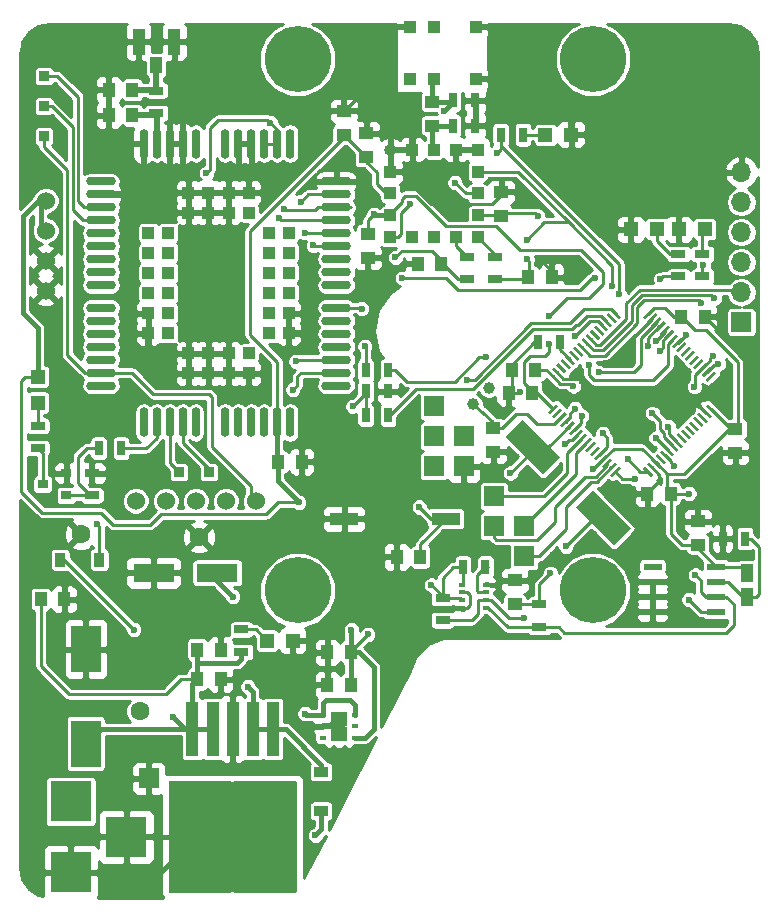
<source format=gbr>
G04 #@! TF.FileFunction,Copper,L1,Top,Signal*
%FSLAX46Y46*%
G04 Gerber Fmt 4.6, Leading zero omitted, Abs format (unit mm)*
G04 Created by KiCad (PCBNEW 4.0.7-e2-6376~58~ubuntu16.04.1) date Mon Oct 23 12:39:53 2017*
%MOMM*%
%LPD*%
G01*
G04 APERTURE LIST*
%ADD10C,0.100000*%
%ADD11R,2.500000X4.000000*%
%ADD12R,1.000000X1.250000*%
%ADD13R,1.250000X1.000000*%
%ADD14R,3.500000X1.600000*%
%ADD15R,0.900000X1.200000*%
%ADD16R,1.200000X1.200000*%
%ADD17R,0.850000X0.850000*%
%ADD18R,1.700000X1.700000*%
%ADD19O,1.700000X1.700000*%
%ADD20R,3.500000X3.500000*%
%ADD21R,1.300000X0.700000*%
%ADD22R,0.700000X1.300000*%
%ADD23R,1.000000X2.200000*%
%ADD24R,1.000000X1.400000*%
%ADD25R,1.000000X1.524000*%
%ADD26R,2.440000X1.120000*%
%ADD27C,1.524000*%
%ADD28R,1.550000X0.600000*%
%ADD29O,1.000000X1.000000*%
%ADD30R,1.000000X1.000000*%
%ADD31C,1.000000*%
%ADD32R,1.100000X4.600000*%
%ADD33R,10.800000X9.400000*%
%ADD34R,5.250000X4.550000*%
%ADD35O,0.750000X2.500000*%
%ADD36O,2.500000X0.750000*%
%ADD37C,5.600000*%
%ADD38R,0.900000X0.800000*%
%ADD39R,1.200000X0.900000*%
%ADD40C,1.600000*%
%ADD41R,0.500000X0.350000*%
%ADD42R,0.630000X0.450000*%
%ADD43R,0.750000X1.300000*%
%ADD44C,0.600000*%
%ADD45C,0.250000*%
%ADD46C,0.500000*%
%ADD47C,0.400000*%
%ADD48C,0.254000*%
G04 APERTURE END LIST*
D10*
D11*
X138170000Y-114930000D03*
X138170000Y-106930000D03*
D12*
X154448000Y-91059000D03*
X156448000Y-91059000D03*
X140097000Y-61722000D03*
X142097000Y-61722000D03*
X140097000Y-59563000D03*
X142097000Y-59563000D03*
D13*
X162052000Y-71771000D03*
X162052000Y-73771000D03*
D12*
X134350000Y-102710000D03*
X136350000Y-102710000D03*
X168259000Y-74295000D03*
X166259000Y-74295000D03*
X175631600Y-75438000D03*
X177631600Y-75438000D03*
D14*
X149300000Y-100460000D03*
X143900000Y-100460000D03*
D13*
X174498000Y-103108000D03*
X174498000Y-101108000D03*
D12*
X160600000Y-107210000D03*
X158600000Y-107210000D03*
X160600000Y-109960000D03*
X158600000Y-109960000D03*
X147600000Y-106960000D03*
X149600000Y-106960000D03*
X147600000Y-109460000D03*
X149600000Y-109460000D03*
D13*
X167513000Y-60595000D03*
X167513000Y-62595000D03*
D15*
X139300000Y-99360000D03*
X136000000Y-99360000D03*
D16*
X177081000Y-63373000D03*
X179281000Y-63373000D03*
X153500000Y-106210000D03*
X155700000Y-106210000D03*
D17*
X134620000Y-58420000D03*
X134620000Y-60960000D03*
X146050000Y-91948000D03*
X148590000Y-91948000D03*
D18*
X193675000Y-79248000D03*
D19*
X193675000Y-76708000D03*
X193675000Y-74168000D03*
X193675000Y-71628000D03*
X193675000Y-69088000D03*
X193675000Y-66548000D03*
D20*
X136900000Y-119820000D03*
X136900000Y-125820000D03*
X141600000Y-122820000D03*
D21*
X170434000Y-73726000D03*
X170434000Y-75626000D03*
X172847000Y-73726000D03*
X172847000Y-75626000D03*
D22*
X171130000Y-60452000D03*
X169230000Y-60452000D03*
X171130000Y-62611000D03*
X169230000Y-62611000D03*
D23*
X142645000Y-55499000D03*
D24*
X144145000Y-57499000D03*
D23*
X145645000Y-55499000D03*
D22*
X173294000Y-63373000D03*
X175194000Y-63373000D03*
X193990000Y-97561400D03*
X192090000Y-97561400D03*
D21*
X151350000Y-107160000D03*
X151350000Y-105260000D03*
X168376600Y-104480400D03*
X168376600Y-102580400D03*
X176580800Y-105039200D03*
X176580800Y-103139200D03*
D22*
X172006300Y-99974400D03*
X170106300Y-99974400D03*
D25*
X194183000Y-102489000D03*
X194183000Y-100457000D03*
D26*
X160033000Y-95885000D03*
X168643000Y-95885000D03*
D27*
X134759700Y-68948300D03*
X134759700Y-71488300D03*
X134759700Y-74028300D03*
X134759700Y-76568300D03*
X142379700Y-94348300D03*
X144919700Y-94348300D03*
X147459700Y-94348300D03*
X149999700Y-94348300D03*
X152539700Y-94348300D03*
D28*
X186149000Y-99949000D03*
X186149000Y-101219000D03*
X186149000Y-102489000D03*
X186149000Y-103759000D03*
X191549000Y-103759000D03*
X191549000Y-102489000D03*
X191549000Y-101219000D03*
X191549000Y-99949000D03*
D29*
X163957000Y-64643000D03*
D30*
X165807000Y-64643000D03*
X167657000Y-64643000D03*
X171357000Y-64643000D03*
X169507000Y-64643000D03*
X171357000Y-66493000D03*
X171357000Y-68343000D03*
X171357000Y-70193000D03*
X171357000Y-72043000D03*
X169507000Y-72043000D03*
X167657000Y-72043000D03*
X165807000Y-72043000D03*
X163957000Y-72043000D03*
X163957000Y-70193000D03*
X163957000Y-68343000D03*
X163957000Y-66493000D03*
X165608000Y-58674000D03*
X167608000Y-58674000D03*
X171208000Y-58674000D03*
X171208000Y-54274000D03*
X167608000Y-54274000D03*
X165608000Y-54274000D03*
D31*
X170942000Y-86156800D03*
X172285503Y-84813297D03*
D32*
X154000000Y-113685000D03*
X152300000Y-113685000D03*
X150600000Y-113685000D03*
X148900000Y-113685000D03*
X147200000Y-113685000D03*
D33*
X150600000Y-122835000D03*
D34*
X147825000Y-125260000D03*
X153375000Y-120410000D03*
X153375000Y-125260000D03*
X147825000Y-120410000D03*
D21*
X134100000Y-89910000D03*
X134100000Y-88010000D03*
X144145000Y-59629000D03*
X144145000Y-61529000D03*
D16*
X134100000Y-83860000D03*
X134100000Y-86060000D03*
D30*
X148556000Y-83577000D03*
X146856000Y-83577000D03*
X146856000Y-81877000D03*
X148556000Y-81877000D03*
X148556000Y-68277000D03*
X148556000Y-69977000D03*
X146856000Y-68277000D03*
X146856000Y-69977000D03*
X143456000Y-80177000D03*
X145156000Y-80177000D03*
X143456000Y-78477000D03*
X145156000Y-78477000D03*
X143456000Y-76777000D03*
X145156000Y-76777000D03*
X143456000Y-75077000D03*
X145156000Y-75077000D03*
X143456000Y-73377000D03*
X145156000Y-73377000D03*
X143456000Y-71677000D03*
D35*
X155456000Y-87727000D03*
X154356000Y-87727000D03*
X153256000Y-87727000D03*
X152156000Y-87727000D03*
X151056000Y-87727000D03*
X149956000Y-87727000D03*
X147456000Y-87727000D03*
X146356000Y-87727000D03*
X145256000Y-87727000D03*
X144156000Y-87727000D03*
X143056000Y-87727000D03*
D36*
X159356000Y-84627000D03*
X159356000Y-83527000D03*
X159356000Y-82427000D03*
X159356000Y-81327000D03*
X159356000Y-80227000D03*
X159356000Y-79127000D03*
X159356000Y-78027000D03*
X159356000Y-76127000D03*
X159356000Y-75027000D03*
X159356000Y-73927000D03*
X159356000Y-72827000D03*
X159356000Y-71727000D03*
X159356000Y-70627000D03*
X159356000Y-69527000D03*
X159356000Y-68427000D03*
X159356000Y-67327000D03*
D35*
X143056000Y-64127000D03*
X144156000Y-64127000D03*
X145256000Y-64127000D03*
X146356000Y-64127000D03*
X147456000Y-64127000D03*
X149956000Y-64127000D03*
X151056000Y-64127000D03*
X152156000Y-64127000D03*
X153256000Y-64127000D03*
X154356000Y-64127000D03*
X155456000Y-64127000D03*
D36*
X139456000Y-67327000D03*
X139456000Y-68427000D03*
X139456000Y-69527000D03*
X139456000Y-70627000D03*
X139456000Y-71727000D03*
X139456000Y-72827000D03*
X139456000Y-73927000D03*
X139456000Y-75027000D03*
X139456000Y-76127000D03*
X139456000Y-78027000D03*
X139456000Y-79127000D03*
X139456000Y-80227000D03*
X139456000Y-81327000D03*
X139456000Y-82427000D03*
X139456000Y-83527000D03*
X139456000Y-84627000D03*
D30*
X153656000Y-71677000D03*
X155356000Y-71677000D03*
X153656000Y-73377000D03*
X155356000Y-73377000D03*
X153656000Y-75077000D03*
X155356000Y-75077000D03*
X153656000Y-76777000D03*
X155356000Y-76777000D03*
X153656000Y-78477000D03*
X155356000Y-78477000D03*
X153656000Y-80177000D03*
X155356000Y-80177000D03*
X151956000Y-69977000D03*
X151956000Y-68277000D03*
X150256000Y-69977000D03*
X150256000Y-68277000D03*
X150256000Y-81877000D03*
X151956000Y-81877000D03*
X151956000Y-83577000D03*
X150256000Y-83577000D03*
X145156000Y-71677000D03*
D37*
X181100000Y-101960000D03*
X156100000Y-56960000D03*
X181100000Y-56960000D03*
X156100000Y-101960000D03*
D22*
X141158000Y-89916000D03*
X139258000Y-89916000D03*
D38*
X136509000Y-93914000D03*
X136509000Y-92014000D03*
X134509000Y-92964000D03*
D12*
X174234600Y-83286600D03*
X176234600Y-83286600D03*
X187690000Y-93751400D03*
X185690000Y-93751400D03*
D13*
X193167000Y-88281000D03*
X193167000Y-90281000D03*
D12*
X190560200Y-78765400D03*
X188560200Y-78765400D03*
D13*
X160020000Y-63357000D03*
X160020000Y-61357000D03*
X161925000Y-65262000D03*
X161925000Y-63262000D03*
X173355000Y-70215000D03*
X173355000Y-68215000D03*
D39*
X158100000Y-117310000D03*
X158100000Y-120610000D03*
D22*
X163764000Y-83312000D03*
X161864000Y-83312000D03*
X163764000Y-87122000D03*
X161864000Y-87122000D03*
X163764000Y-85090000D03*
X161864000Y-85090000D03*
D21*
X138684000Y-92014000D03*
X138684000Y-93914000D03*
D18*
X170180000Y-88900000D03*
X167640000Y-88900000D03*
X170180000Y-91440000D03*
X167640000Y-86360000D03*
X167640000Y-91440000D03*
D13*
X172669200Y-88230200D03*
X172669200Y-90230200D03*
D12*
X175980600Y-85217000D03*
X173980600Y-85217000D03*
D22*
X176443600Y-80949800D03*
X178343600Y-80949800D03*
D40*
X147748000Y-97442000D03*
X137748000Y-97192000D03*
X142748000Y-112192000D03*
D12*
X164481000Y-99123500D03*
X166481000Y-99123500D03*
D17*
X134620000Y-63500000D03*
D41*
X172081000Y-101473000D03*
X172081000Y-102123000D03*
X172081000Y-102773000D03*
X172081000Y-103423000D03*
X170031000Y-103423000D03*
X170031000Y-102773000D03*
X170031000Y-102123000D03*
X170031000Y-101473000D03*
D13*
X189992000Y-96078800D03*
X189992000Y-98078800D03*
D16*
X186520000Y-71374000D03*
X184320000Y-71374000D03*
X190584000Y-71374000D03*
X188384000Y-71374000D03*
D21*
X188341000Y-73472000D03*
X188341000Y-75372000D03*
X190373000Y-73472000D03*
X190373000Y-75372000D03*
D42*
X158260000Y-112510000D03*
X158260000Y-113460000D03*
X158260000Y-114410000D03*
X160940000Y-114410000D03*
X160940000Y-113460000D03*
X160940000Y-112510000D03*
D43*
X159975000Y-114110000D03*
X159975000Y-112810000D03*
X159225000Y-114110000D03*
X159225000Y-112810000D03*
D18*
X172720000Y-93980000D03*
X175260000Y-96520000D03*
X172720000Y-96520000D03*
X175260000Y-99060000D03*
X143510000Y-117856000D03*
D10*
G36*
X177456676Y-87037800D02*
X177279899Y-86861023D01*
X177987006Y-86153916D01*
X178163783Y-86330693D01*
X177456676Y-87037800D01*
X177456676Y-87037800D01*
G37*
G36*
X177810229Y-87391354D02*
X177633452Y-87214577D01*
X178340559Y-86507470D01*
X178517336Y-86684247D01*
X177810229Y-87391354D01*
X177810229Y-87391354D01*
G37*
G36*
X178163783Y-87744907D02*
X177987006Y-87568130D01*
X178694113Y-86861023D01*
X178870890Y-87037800D01*
X178163783Y-87744907D01*
X178163783Y-87744907D01*
G37*
G36*
X178517336Y-88098460D02*
X178340559Y-87921683D01*
X179047666Y-87214576D01*
X179224443Y-87391353D01*
X178517336Y-88098460D01*
X178517336Y-88098460D01*
G37*
G36*
X178870889Y-88452014D02*
X178694112Y-88275237D01*
X179401219Y-87568130D01*
X179577996Y-87744907D01*
X178870889Y-88452014D01*
X178870889Y-88452014D01*
G37*
G36*
X179224443Y-88805567D02*
X179047666Y-88628790D01*
X179754773Y-87921683D01*
X179931550Y-88098460D01*
X179224443Y-88805567D01*
X179224443Y-88805567D01*
G37*
G36*
X179577996Y-89159121D02*
X179401219Y-88982344D01*
X180108326Y-88275237D01*
X180285103Y-88452014D01*
X179577996Y-89159121D01*
X179577996Y-89159121D01*
G37*
G36*
X179931550Y-89512674D02*
X179754773Y-89335897D01*
X180461880Y-88628790D01*
X180638657Y-88805567D01*
X179931550Y-89512674D01*
X179931550Y-89512674D01*
G37*
G36*
X180285103Y-89866227D02*
X180108326Y-89689450D01*
X180815433Y-88982343D01*
X180992210Y-89159120D01*
X180285103Y-89866227D01*
X180285103Y-89866227D01*
G37*
G36*
X180638656Y-90219781D02*
X180461879Y-90043004D01*
X181168986Y-89335897D01*
X181345763Y-89512674D01*
X180638656Y-90219781D01*
X180638656Y-90219781D01*
G37*
G36*
X180992210Y-90573334D02*
X180815433Y-90396557D01*
X181522540Y-89689450D01*
X181699317Y-89866227D01*
X180992210Y-90573334D01*
X180992210Y-90573334D01*
G37*
G36*
X181345763Y-90926888D02*
X181168986Y-90750111D01*
X181876093Y-90043004D01*
X182052870Y-90219781D01*
X181345763Y-90926888D01*
X181345763Y-90926888D01*
G37*
G36*
X181699317Y-91280441D02*
X181522540Y-91103664D01*
X182229647Y-90396557D01*
X182406424Y-90573334D01*
X181699317Y-91280441D01*
X181699317Y-91280441D01*
G37*
G36*
X182052870Y-91633994D02*
X181876093Y-91457217D01*
X182583200Y-90750110D01*
X182759977Y-90926887D01*
X182052870Y-91633994D01*
X182052870Y-91633994D01*
G37*
G36*
X182406423Y-91987548D02*
X182229646Y-91810771D01*
X182936753Y-91103664D01*
X183113530Y-91280441D01*
X182406423Y-91987548D01*
X182406423Y-91987548D01*
G37*
G36*
X182759977Y-92341101D02*
X182583200Y-92164324D01*
X183290307Y-91457217D01*
X183467084Y-91633994D01*
X182759977Y-92341101D01*
X182759977Y-92341101D01*
G37*
G36*
X186224800Y-92164324D02*
X186048023Y-92341101D01*
X185340916Y-91633994D01*
X185517693Y-91457217D01*
X186224800Y-92164324D01*
X186224800Y-92164324D01*
G37*
G36*
X186578354Y-91810771D02*
X186401577Y-91987548D01*
X185694470Y-91280441D01*
X185871247Y-91103664D01*
X186578354Y-91810771D01*
X186578354Y-91810771D01*
G37*
G36*
X186931907Y-91457217D02*
X186755130Y-91633994D01*
X186048023Y-90926887D01*
X186224800Y-90750110D01*
X186931907Y-91457217D01*
X186931907Y-91457217D01*
G37*
G36*
X187285460Y-91103664D02*
X187108683Y-91280441D01*
X186401576Y-90573334D01*
X186578353Y-90396557D01*
X187285460Y-91103664D01*
X187285460Y-91103664D01*
G37*
G36*
X187639014Y-90750111D02*
X187462237Y-90926888D01*
X186755130Y-90219781D01*
X186931907Y-90043004D01*
X187639014Y-90750111D01*
X187639014Y-90750111D01*
G37*
G36*
X187992567Y-90396557D02*
X187815790Y-90573334D01*
X187108683Y-89866227D01*
X187285460Y-89689450D01*
X187992567Y-90396557D01*
X187992567Y-90396557D01*
G37*
G36*
X188346121Y-90043004D02*
X188169344Y-90219781D01*
X187462237Y-89512674D01*
X187639014Y-89335897D01*
X188346121Y-90043004D01*
X188346121Y-90043004D01*
G37*
G36*
X188699674Y-89689450D02*
X188522897Y-89866227D01*
X187815790Y-89159120D01*
X187992567Y-88982343D01*
X188699674Y-89689450D01*
X188699674Y-89689450D01*
G37*
G36*
X189053227Y-89335897D02*
X188876450Y-89512674D01*
X188169343Y-88805567D01*
X188346120Y-88628790D01*
X189053227Y-89335897D01*
X189053227Y-89335897D01*
G37*
G36*
X189406781Y-88982344D02*
X189230004Y-89159121D01*
X188522897Y-88452014D01*
X188699674Y-88275237D01*
X189406781Y-88982344D01*
X189406781Y-88982344D01*
G37*
G36*
X189760334Y-88628790D02*
X189583557Y-88805567D01*
X188876450Y-88098460D01*
X189053227Y-87921683D01*
X189760334Y-88628790D01*
X189760334Y-88628790D01*
G37*
G36*
X190113888Y-88275237D02*
X189937111Y-88452014D01*
X189230004Y-87744907D01*
X189406781Y-87568130D01*
X190113888Y-88275237D01*
X190113888Y-88275237D01*
G37*
G36*
X190467441Y-87921683D02*
X190290664Y-88098460D01*
X189583557Y-87391353D01*
X189760334Y-87214576D01*
X190467441Y-87921683D01*
X190467441Y-87921683D01*
G37*
G36*
X190820994Y-87568130D02*
X190644217Y-87744907D01*
X189937110Y-87037800D01*
X190113887Y-86861023D01*
X190820994Y-87568130D01*
X190820994Y-87568130D01*
G37*
G36*
X191174548Y-87214577D02*
X190997771Y-87391354D01*
X190290664Y-86684247D01*
X190467441Y-86507470D01*
X191174548Y-87214577D01*
X191174548Y-87214577D01*
G37*
G36*
X191528101Y-86861023D02*
X191351324Y-87037800D01*
X190644217Y-86330693D01*
X190820994Y-86153916D01*
X191528101Y-86861023D01*
X191528101Y-86861023D01*
G37*
G36*
X190820994Y-84280084D02*
X190644217Y-84103307D01*
X191351324Y-83396200D01*
X191528101Y-83572977D01*
X190820994Y-84280084D01*
X190820994Y-84280084D01*
G37*
G36*
X190467441Y-83926530D02*
X190290664Y-83749753D01*
X190997771Y-83042646D01*
X191174548Y-83219423D01*
X190467441Y-83926530D01*
X190467441Y-83926530D01*
G37*
G36*
X190113887Y-83572977D02*
X189937110Y-83396200D01*
X190644217Y-82689093D01*
X190820994Y-82865870D01*
X190113887Y-83572977D01*
X190113887Y-83572977D01*
G37*
G36*
X189760334Y-83219424D02*
X189583557Y-83042647D01*
X190290664Y-82335540D01*
X190467441Y-82512317D01*
X189760334Y-83219424D01*
X189760334Y-83219424D01*
G37*
G36*
X189406781Y-82865870D02*
X189230004Y-82689093D01*
X189937111Y-81981986D01*
X190113888Y-82158763D01*
X189406781Y-82865870D01*
X189406781Y-82865870D01*
G37*
G36*
X189053227Y-82512317D02*
X188876450Y-82335540D01*
X189583557Y-81628433D01*
X189760334Y-81805210D01*
X189053227Y-82512317D01*
X189053227Y-82512317D01*
G37*
G36*
X188699674Y-82158763D02*
X188522897Y-81981986D01*
X189230004Y-81274879D01*
X189406781Y-81451656D01*
X188699674Y-82158763D01*
X188699674Y-82158763D01*
G37*
G36*
X188346120Y-81805210D02*
X188169343Y-81628433D01*
X188876450Y-80921326D01*
X189053227Y-81098103D01*
X188346120Y-81805210D01*
X188346120Y-81805210D01*
G37*
G36*
X187992567Y-81451657D02*
X187815790Y-81274880D01*
X188522897Y-80567773D01*
X188699674Y-80744550D01*
X187992567Y-81451657D01*
X187992567Y-81451657D01*
G37*
G36*
X187639014Y-81098103D02*
X187462237Y-80921326D01*
X188169344Y-80214219D01*
X188346121Y-80390996D01*
X187639014Y-81098103D01*
X187639014Y-81098103D01*
G37*
G36*
X187285460Y-80744550D02*
X187108683Y-80567773D01*
X187815790Y-79860666D01*
X187992567Y-80037443D01*
X187285460Y-80744550D01*
X187285460Y-80744550D01*
G37*
G36*
X186931907Y-80390996D02*
X186755130Y-80214219D01*
X187462237Y-79507112D01*
X187639014Y-79683889D01*
X186931907Y-80390996D01*
X186931907Y-80390996D01*
G37*
G36*
X186578353Y-80037443D02*
X186401576Y-79860666D01*
X187108683Y-79153559D01*
X187285460Y-79330336D01*
X186578353Y-80037443D01*
X186578353Y-80037443D01*
G37*
G36*
X186224800Y-79683890D02*
X186048023Y-79507113D01*
X186755130Y-78800006D01*
X186931907Y-78976783D01*
X186224800Y-79683890D01*
X186224800Y-79683890D01*
G37*
G36*
X185871247Y-79330336D02*
X185694470Y-79153559D01*
X186401577Y-78446452D01*
X186578354Y-78623229D01*
X185871247Y-79330336D01*
X185871247Y-79330336D01*
G37*
G36*
X185517693Y-78976783D02*
X185340916Y-78800006D01*
X186048023Y-78092899D01*
X186224800Y-78269676D01*
X185517693Y-78976783D01*
X185517693Y-78976783D01*
G37*
G36*
X183467084Y-78800006D02*
X183290307Y-78976783D01*
X182583200Y-78269676D01*
X182759977Y-78092899D01*
X183467084Y-78800006D01*
X183467084Y-78800006D01*
G37*
G36*
X183113530Y-79153559D02*
X182936753Y-79330336D01*
X182229646Y-78623229D01*
X182406423Y-78446452D01*
X183113530Y-79153559D01*
X183113530Y-79153559D01*
G37*
G36*
X182759977Y-79507113D02*
X182583200Y-79683890D01*
X181876093Y-78976783D01*
X182052870Y-78800006D01*
X182759977Y-79507113D01*
X182759977Y-79507113D01*
G37*
G36*
X182406424Y-79860666D02*
X182229647Y-80037443D01*
X181522540Y-79330336D01*
X181699317Y-79153559D01*
X182406424Y-79860666D01*
X182406424Y-79860666D01*
G37*
G36*
X182052870Y-80214219D02*
X181876093Y-80390996D01*
X181168986Y-79683889D01*
X181345763Y-79507112D01*
X182052870Y-80214219D01*
X182052870Y-80214219D01*
G37*
G36*
X181699317Y-80567773D02*
X181522540Y-80744550D01*
X180815433Y-80037443D01*
X180992210Y-79860666D01*
X181699317Y-80567773D01*
X181699317Y-80567773D01*
G37*
G36*
X181345763Y-80921326D02*
X181168986Y-81098103D01*
X180461879Y-80390996D01*
X180638656Y-80214219D01*
X181345763Y-80921326D01*
X181345763Y-80921326D01*
G37*
G36*
X180992210Y-81274880D02*
X180815433Y-81451657D01*
X180108326Y-80744550D01*
X180285103Y-80567773D01*
X180992210Y-81274880D01*
X180992210Y-81274880D01*
G37*
G36*
X180638657Y-81628433D02*
X180461880Y-81805210D01*
X179754773Y-81098103D01*
X179931550Y-80921326D01*
X180638657Y-81628433D01*
X180638657Y-81628433D01*
G37*
G36*
X180285103Y-81981986D02*
X180108326Y-82158763D01*
X179401219Y-81451656D01*
X179577996Y-81274879D01*
X180285103Y-81981986D01*
X180285103Y-81981986D01*
G37*
G36*
X179931550Y-82335540D02*
X179754773Y-82512317D01*
X179047666Y-81805210D01*
X179224443Y-81628433D01*
X179931550Y-82335540D01*
X179931550Y-82335540D01*
G37*
G36*
X179577996Y-82689093D02*
X179401219Y-82865870D01*
X178694112Y-82158763D01*
X178870889Y-81981986D01*
X179577996Y-82689093D01*
X179577996Y-82689093D01*
G37*
G36*
X179224443Y-83042647D02*
X179047666Y-83219424D01*
X178340559Y-82512317D01*
X178517336Y-82335540D01*
X179224443Y-83042647D01*
X179224443Y-83042647D01*
G37*
G36*
X178870890Y-83396200D02*
X178694113Y-83572977D01*
X177987006Y-82865870D01*
X178163783Y-82689093D01*
X178870890Y-83396200D01*
X178870890Y-83396200D01*
G37*
G36*
X178517336Y-83749753D02*
X178340559Y-83926530D01*
X177633452Y-83219423D01*
X177810229Y-83042646D01*
X178517336Y-83749753D01*
X178517336Y-83749753D01*
G37*
G36*
X178163783Y-84103307D02*
X177987006Y-84280084D01*
X177279899Y-83572977D01*
X177456676Y-83396200D01*
X178163783Y-84103307D01*
X178163783Y-84103307D01*
G37*
G36*
X173690499Y-88922513D02*
X175104713Y-87508299D01*
X178286693Y-90690279D01*
X176872479Y-92104493D01*
X173690499Y-88922513D01*
X173690499Y-88922513D01*
G37*
G36*
X179700907Y-94932921D02*
X181115121Y-93518707D01*
X184297101Y-96700687D01*
X182882887Y-98114901D01*
X179700907Y-94932921D01*
X179700907Y-94932921D01*
G37*
D44*
X142240000Y-105283000D03*
X174929800Y-85166200D03*
X177736500Y-98996500D03*
X176974500Y-99758500D03*
X175831500Y-100647500D03*
X176657000Y-73964800D03*
X191871600Y-80035400D03*
X189941200Y-86207600D03*
X182194200Y-82727800D03*
X185293000Y-95250000D03*
X180187600Y-84201000D03*
X159766000Y-113284000D03*
X159225000Y-114110000D03*
X156972000Y-80391000D03*
X156972000Y-77597000D03*
X156718000Y-74422000D03*
X151003000Y-72009000D03*
X146431000Y-72009000D03*
X146431000Y-73406000D03*
X150622000Y-73025000D03*
X150495000Y-75311000D03*
X146558000Y-75311000D03*
X146431000Y-77343000D03*
X150622000Y-77470000D03*
X150749000Y-79629000D03*
X146812000Y-79629000D03*
X143637000Y-82296000D03*
X141732000Y-68707000D03*
X143002000Y-69723000D03*
X144526000Y-66802000D03*
X143002000Y-66802000D03*
X179832000Y-61468000D03*
X181229000Y-61341000D03*
X184531000Y-62103000D03*
X182880000Y-63754000D03*
X179705000Y-65278000D03*
X174879000Y-61722000D03*
X176149000Y-60579000D03*
X178816000Y-60325000D03*
X177292000Y-58547000D03*
X172847000Y-59817000D03*
X174117000Y-58674000D03*
X165735000Y-62865000D03*
X165481000Y-60833000D03*
X163830000Y-61722000D03*
X162433000Y-60833000D03*
X161290000Y-59055000D03*
X163703000Y-58420000D03*
X162306000Y-56642000D03*
X160020000Y-57785000D03*
X159766000Y-55118000D03*
X162306000Y-54610000D03*
X173609000Y-57404000D03*
X161645600Y-66903600D03*
X165773100Y-66446400D03*
X179578000Y-86563200D03*
X177419000Y-78689200D03*
X177419000Y-81051400D03*
X148386800Y-66624200D03*
X139141200Y-96367600D03*
X153784300Y-62344300D03*
X162560000Y-70104000D03*
X156718000Y-112395000D03*
X145542000Y-112649000D03*
X164388800Y-73761600D03*
X175539400Y-73914000D03*
X150622000Y-102489000D03*
X151892000Y-110109000D03*
X186436000Y-89052400D03*
X176428400Y-70256400D03*
X186131200Y-86944200D03*
X169418000Y-67437000D03*
X168529000Y-61341000D03*
X157607000Y-122682000D03*
X189001400Y-80289400D03*
X191389000Y-77216000D03*
X190296800Y-77597000D03*
X170484800Y-84124800D03*
X181584600Y-83489800D03*
X178752500Y-89535000D03*
X166395400Y-94894400D03*
X187985400Y-91440000D03*
X183311800Y-76860400D03*
X165620700Y-69202300D03*
X172974000Y-64897000D03*
X189687200Y-84709000D03*
X189230000Y-102743000D03*
X175260000Y-104267000D03*
X191236600Y-82067400D03*
X189788800Y-100634800D03*
X191719200Y-82778600D03*
X179578000Y-80391000D03*
X172034200Y-82219800D03*
X184048400Y-90855800D03*
X184683400Y-92506800D03*
X180771800Y-82905600D03*
X175488600Y-72288400D03*
X187502800Y-88087200D03*
X182727600Y-76200000D03*
X161798000Y-81280000D03*
X160782000Y-86360000D03*
X185750200Y-81229200D03*
X181279800Y-75488800D03*
X161518600Y-78105000D03*
X164947600Y-75514200D03*
X167436800Y-101498400D03*
X162052000Y-105664000D03*
X177495200Y-100507800D03*
X189255400Y-93751400D03*
X179451000Y-84658200D03*
X181152800Y-91668600D03*
X160655000Y-105283000D03*
X156210000Y-94488000D03*
X155702000Y-84963000D03*
X155956000Y-82550000D03*
X186410600Y-80822800D03*
X186817000Y-75615800D03*
X186766200Y-81661000D03*
X190449200Y-74396600D03*
X181940200Y-88646000D03*
X174117000Y-92011500D03*
X180149500Y-87185500D03*
X178816000Y-98234500D03*
X157429200Y-72745600D03*
X156718000Y-71678800D03*
X154508200Y-70459600D03*
X154990800Y-69621400D03*
X156362400Y-69037200D03*
D45*
X136000000Y-99360000D02*
X136317000Y-99360000D01*
X136317000Y-99360000D02*
X142240000Y-105283000D01*
X174234600Y-83286600D02*
X174234600Y-84963000D01*
X174234600Y-84963000D02*
X173980600Y-85217000D01*
X174879000Y-85217000D02*
X173980600Y-85217000D01*
X174929800Y-85166200D02*
X174879000Y-85217000D01*
X174498000Y-101108000D02*
X175371000Y-101108000D01*
X176974500Y-99758500D02*
X177736500Y-98996500D01*
X175371000Y-101108000D02*
X175831500Y-100647500D01*
X174234600Y-83286600D02*
X174234600Y-82838800D01*
X174234600Y-82838800D02*
X176123600Y-80949800D01*
X176123600Y-80949800D02*
X176443600Y-80949800D01*
X177631600Y-75438000D02*
X177631600Y-74939400D01*
X177631600Y-74939400D02*
X176657000Y-73964800D01*
X190560200Y-78765400D02*
X190601600Y-78765400D01*
X190601600Y-78765400D02*
X191871600Y-80035400D01*
X189941200Y-86207600D02*
X190683012Y-86949412D01*
X190683012Y-86949412D02*
X190732606Y-86949412D01*
X186136412Y-78888394D02*
X186136412Y-78937988D01*
X186136412Y-78937988D02*
X182600600Y-82473800D01*
X182600600Y-82473800D02*
X182448200Y-82473800D01*
X182448200Y-82473800D02*
X182194200Y-82727800D01*
X190732606Y-86949412D02*
X190732606Y-86922806D01*
X185690000Y-93751400D02*
X185690000Y-93735400D01*
X185690000Y-93735400D02*
X186740800Y-92684600D01*
X186740800Y-92149994D02*
X186136412Y-91545606D01*
X186740800Y-92684600D02*
X186740800Y-92149994D01*
X185293000Y-95250000D02*
X185690000Y-94853000D01*
X185690000Y-94853000D02*
X185690000Y-93751400D01*
X178075394Y-83484588D02*
X178075394Y-83492192D01*
X178075394Y-83492192D02*
X178606402Y-84023200D01*
X178606402Y-84023200D02*
X180009800Y-84023200D01*
X180009800Y-84023200D02*
X180187600Y-84201000D01*
X158260000Y-113460000D02*
X158672000Y-113460000D01*
X158672000Y-113460000D02*
X159322000Y-112810000D01*
X159322000Y-112810000D02*
X159975000Y-112810000D01*
X159975000Y-112810000D02*
X159975000Y-114110000D01*
X159975000Y-114110000D02*
X159225000Y-114110000D01*
X159225000Y-114110000D02*
X159225000Y-112810000D01*
X159225000Y-112810000D02*
X158877000Y-113158000D01*
X158877000Y-113158000D02*
X158877000Y-113460000D01*
X158877000Y-113460000D02*
X159225000Y-114110000D01*
X170031000Y-103423000D02*
X170421598Y-103423000D01*
X170449000Y-102123000D02*
X170031000Y-102123000D01*
X170688000Y-102362000D02*
X170449000Y-102123000D01*
X170688000Y-103156598D02*
X170688000Y-102362000D01*
X170421598Y-103423000D02*
X170688000Y-103156598D01*
D46*
X159766000Y-113284000D02*
X159975000Y-113075000D01*
X159975000Y-113075000D02*
X159975000Y-112810000D01*
X158260000Y-113460000D02*
X159325000Y-113460000D01*
X159325000Y-113460000D02*
X159975000Y-112810000D01*
X143456000Y-80177000D02*
X143456000Y-82115000D01*
X156758000Y-80177000D02*
X155356000Y-80177000D01*
X156972000Y-80391000D02*
X156758000Y-80177000D01*
X156972000Y-74676000D02*
X156972000Y-77597000D01*
X156718000Y-74422000D02*
X156972000Y-74676000D01*
X146431000Y-72009000D02*
X151003000Y-72009000D01*
X150241000Y-73406000D02*
X146431000Y-73406000D01*
X150622000Y-73025000D02*
X150241000Y-73406000D01*
X146558000Y-75311000D02*
X150495000Y-75311000D01*
X150495000Y-77343000D02*
X146431000Y-77343000D01*
X150622000Y-77470000D02*
X150495000Y-77343000D01*
X146812000Y-79629000D02*
X150749000Y-79629000D01*
X143456000Y-82115000D02*
X143637000Y-82296000D01*
X143056000Y-64127000D02*
X143056000Y-66748000D01*
X141452000Y-68427000D02*
X139456000Y-68427000D01*
X141732000Y-68707000D02*
X141452000Y-68427000D01*
X143002000Y-68326000D02*
X143002000Y-69723000D01*
X144526000Y-66802000D02*
X143002000Y-68326000D01*
X143056000Y-66748000D02*
X143002000Y-66802000D01*
X179281000Y-62019000D02*
X179281000Y-63373000D01*
X179832000Y-61468000D02*
X179281000Y-62019000D01*
X183769000Y-61341000D02*
X181229000Y-61341000D01*
X184531000Y-62103000D02*
X183769000Y-61341000D01*
X181229000Y-63754000D02*
X182880000Y-63754000D01*
X179705000Y-65278000D02*
X181229000Y-63754000D01*
X175006000Y-61722000D02*
X174879000Y-61722000D01*
X176149000Y-60579000D02*
X175006000Y-61722000D01*
X178816000Y-60071000D02*
X178816000Y-60325000D01*
X177292000Y-58547000D02*
X178816000Y-60071000D01*
X173609000Y-57404000D02*
X173609000Y-58166000D01*
X172656500Y-58610500D02*
X172656500Y-58674000D01*
X172656500Y-59626500D02*
X172656500Y-58610500D01*
X172847000Y-59817000D02*
X172656500Y-59626500D01*
X173609000Y-58166000D02*
X174117000Y-58674000D01*
X164166000Y-54274000D02*
X162642000Y-54274000D01*
X165807000Y-62937000D02*
X165807000Y-64643000D01*
X165735000Y-62865000D02*
X165807000Y-62937000D01*
X164719000Y-60833000D02*
X165481000Y-60833000D01*
X163830000Y-61722000D02*
X164719000Y-60833000D01*
X162433000Y-60198000D02*
X162433000Y-60833000D01*
X161290000Y-59055000D02*
X162433000Y-60198000D01*
X163703000Y-58039000D02*
X163703000Y-58420000D01*
X162306000Y-56642000D02*
X163703000Y-58039000D01*
X160020000Y-55372000D02*
X160020000Y-57785000D01*
X159766000Y-55118000D02*
X160020000Y-55372000D01*
X162642000Y-54274000D02*
X162306000Y-54610000D01*
X171208000Y-58674000D02*
X172339000Y-58674000D01*
X172339000Y-58674000D02*
X172466000Y-58801000D01*
X171208000Y-54274000D02*
X172384000Y-54274000D01*
X165608000Y-54274000D02*
X164166000Y-54274000D01*
D45*
X163576000Y-57801000D02*
X160020000Y-61357000D01*
X163576000Y-54864000D02*
X163576000Y-57801000D01*
X164166000Y-54274000D02*
X163576000Y-54864000D01*
X171208000Y-58674000D02*
X172656500Y-58674000D01*
X173101000Y-57404000D02*
X173609000Y-57404000D01*
X172466000Y-56769000D02*
X173101000Y-57404000D01*
X172466000Y-54356000D02*
X172466000Y-56769000D01*
X172384000Y-54274000D02*
X172466000Y-54356000D01*
X173355000Y-68215000D02*
X173355000Y-68453000D01*
X173355000Y-68453000D02*
X172593000Y-69215000D01*
X172593000Y-69215000D02*
X167487600Y-69215000D01*
X167487600Y-69215000D02*
X167398700Y-69215000D01*
X167398700Y-69215000D02*
X165773100Y-67589400D01*
X165773100Y-67589400D02*
X165773100Y-66446400D01*
X159356000Y-67327000D02*
X161222200Y-67327000D01*
X161222200Y-67327000D02*
X161645600Y-66903600D01*
X163957000Y-66493000D02*
X165726500Y-66493000D01*
X165726500Y-66493000D02*
X165773100Y-66446400D01*
D47*
X150600000Y-122835000D02*
X147548000Y-122835000D01*
X147548000Y-122835000D02*
X144563000Y-125820000D01*
X144563000Y-125820000D02*
X136900000Y-125820000D01*
X141600000Y-122820000D02*
X150585000Y-122820000D01*
X150585000Y-122820000D02*
X150600000Y-122835000D01*
D45*
X172669200Y-88230200D02*
X173389800Y-88230200D01*
X177847913Y-87884000D02*
X178428948Y-87302965D01*
X176403000Y-87884000D02*
X177847913Y-87884000D01*
X175514000Y-86995000D02*
X176403000Y-87884000D01*
X174625000Y-86995000D02*
X175514000Y-86995000D01*
X173389800Y-88230200D02*
X174625000Y-86995000D01*
X172669200Y-88230200D02*
X172669200Y-87731600D01*
X172669200Y-87731600D02*
X170942000Y-86156800D01*
X179197000Y-87242019D02*
X178782501Y-87656518D01*
X179197000Y-86944200D02*
X179197000Y-87242019D01*
X179578000Y-86563200D02*
X179197000Y-86944200D01*
X175980600Y-85217000D02*
X175980600Y-85099400D01*
X175980600Y-85099400D02*
X175285400Y-84404200D01*
X164973000Y-69037200D02*
X163957000Y-70053200D01*
X164973000Y-68783200D02*
X164973000Y-69037200D01*
X165227000Y-68529200D02*
X164973000Y-68783200D01*
X166090600Y-68529200D02*
X165227000Y-68529200D01*
X168681400Y-71120000D02*
X166090600Y-68529200D01*
X172897800Y-71120000D02*
X168681400Y-71120000D01*
X174904400Y-73126600D02*
X172897800Y-71120000D01*
X180111400Y-73126600D02*
X174904400Y-73126600D01*
X181991000Y-75006200D02*
X180111400Y-73126600D01*
X181991000Y-76022200D02*
X181991000Y-75006200D01*
X180797200Y-77216000D02*
X181991000Y-76022200D01*
X178892200Y-77216000D02*
X180797200Y-77216000D01*
X177419000Y-78689200D02*
X178892200Y-77216000D01*
X177419000Y-81737200D02*
X177419000Y-81051400D01*
X177012600Y-82143600D02*
X177419000Y-81737200D01*
X175742600Y-82143600D02*
X177012600Y-82143600D01*
X175285400Y-82600800D02*
X175742600Y-82143600D01*
X175285400Y-84404200D02*
X175285400Y-82600800D01*
X163957000Y-70053200D02*
X163957000Y-70193000D01*
X175980600Y-85217000D02*
X176342983Y-85217000D01*
X176342983Y-85217000D02*
X177721841Y-86595858D01*
X139300000Y-99360000D02*
X139300000Y-96526400D01*
X153543000Y-62103000D02*
X153784300Y-62344300D01*
X149377400Y-62103000D02*
X153543000Y-62103000D01*
X148691600Y-62788800D02*
X149377400Y-62103000D01*
X148691600Y-66319400D02*
X148691600Y-62788800D01*
X148386800Y-66624200D02*
X148691600Y-66319400D01*
X139300000Y-96526400D02*
X139141200Y-96367600D01*
X162052000Y-71932800D02*
X162052000Y-71771000D01*
X154356000Y-64127000D02*
X154356000Y-62916000D01*
X154356000Y-62916000D02*
X153784300Y-62344300D01*
X153256000Y-64127000D02*
X154356000Y-64127000D01*
X162052000Y-71771000D02*
X162052000Y-70612000D01*
X162052000Y-70612000D02*
X162560000Y-70104000D01*
X163957000Y-70193000D02*
X163957000Y-70104000D01*
D47*
X162649000Y-70193000D02*
X163957000Y-70193000D01*
X162560000Y-70104000D02*
X162649000Y-70193000D01*
D46*
X144156000Y-64127000D02*
X144156000Y-61540000D01*
X144156000Y-61540000D02*
X144145000Y-61529000D01*
X142097000Y-61722000D02*
X143952000Y-61722000D01*
X143952000Y-61722000D02*
X144145000Y-61529000D01*
D45*
X134350000Y-102710000D02*
X134350000Y-108327700D01*
X146216400Y-109460000D02*
X147600000Y-109460000D01*
X144945100Y-110731300D02*
X146216400Y-109460000D01*
X136753600Y-110731300D02*
X144945100Y-110731300D01*
X134350000Y-108327700D02*
X136753600Y-110731300D01*
D47*
X147200000Y-113685000D02*
X146578000Y-113685000D01*
X156833000Y-112510000D02*
X158260000Y-112510000D01*
X156718000Y-112395000D02*
X156833000Y-112510000D01*
X146578000Y-113685000D02*
X145542000Y-112649000D01*
X160940000Y-112510000D02*
X160940000Y-111664000D01*
X160940000Y-111664000D02*
X160528000Y-111252000D01*
X160528000Y-111252000D02*
X158496000Y-111252000D01*
X158496000Y-111252000D02*
X158260000Y-111488000D01*
X158260000Y-111488000D02*
X158260000Y-112510000D01*
X151350000Y-107160000D02*
X151350000Y-107730000D01*
X151003000Y-108077000D02*
X147600000Y-108077000D01*
X151350000Y-107730000D02*
X151003000Y-108077000D01*
X147600000Y-108077000D02*
X147701000Y-108077000D01*
X147701000Y-108077000D02*
X147600000Y-108077000D01*
X147600000Y-109460000D02*
X147600000Y-108077000D01*
X147600000Y-108077000D02*
X147600000Y-106960000D01*
X147200000Y-113685000D02*
X147200000Y-109860000D01*
X147200000Y-109860000D02*
X147600000Y-109460000D01*
X147200000Y-113685000D02*
X139415000Y-113685000D01*
X139415000Y-113685000D02*
X138170000Y-114930000D01*
X147200000Y-113685000D02*
X148900000Y-113685000D01*
D45*
X167513000Y-73202800D02*
X168259000Y-73948800D01*
X164947600Y-73202800D02*
X167513000Y-73202800D01*
X164388800Y-73761600D02*
X164947600Y-73202800D01*
X168259000Y-73948800D02*
X168259000Y-74295000D01*
X168259000Y-74295000D02*
X168376600Y-74295000D01*
X168376600Y-74295000D02*
X169707600Y-75626000D01*
X169707600Y-75626000D02*
X170434000Y-75626000D01*
X175539400Y-73914000D02*
X175666400Y-74041000D01*
X175666400Y-74041000D02*
X175666400Y-75454000D01*
X172847000Y-75626000D02*
X175494400Y-75626000D01*
X175494400Y-75626000D02*
X175666400Y-75454000D01*
D47*
X152300000Y-113685000D02*
X152300000Y-110517000D01*
X150622000Y-102489000D02*
X149300000Y-101167000D01*
X152300000Y-110517000D02*
X151892000Y-110109000D01*
X149300000Y-101167000D02*
X149300000Y-100460000D01*
X154000000Y-113685000D02*
X152300000Y-113685000D01*
X158100000Y-117310000D02*
X158100000Y-116698000D01*
X155087000Y-113685000D02*
X154000000Y-113685000D01*
X158100000Y-116698000D02*
X155087000Y-113685000D01*
D45*
X171357000Y-70193000D02*
X173333000Y-70193000D01*
X173333000Y-70193000D02*
X173355000Y-70215000D01*
X187550625Y-90131392D02*
X187514992Y-90131392D01*
X187514992Y-90131392D02*
X186436000Y-89052400D01*
X176428400Y-70256400D02*
X176199800Y-70027800D01*
X176199800Y-70027800D02*
X173542200Y-70027800D01*
X173542200Y-70027800D02*
X173355000Y-70215000D01*
X187904179Y-89777839D02*
X187904179Y-89758579D01*
X187904179Y-89758579D02*
X187121800Y-88976200D01*
X187121800Y-88976200D02*
X187121800Y-88595200D01*
X187121800Y-88595200D02*
X186791600Y-88265000D01*
X186791600Y-88265000D02*
X186791600Y-87604600D01*
X186791600Y-87604600D02*
X186131200Y-86944200D01*
X171357000Y-68343000D02*
X170324000Y-68343000D01*
X170324000Y-68343000D02*
X169418000Y-67437000D01*
X171357000Y-68343000D02*
X171433000Y-68343000D01*
D47*
X169230000Y-60452000D02*
X169230000Y-60640000D01*
X169230000Y-60640000D02*
X168529000Y-61341000D01*
X167513000Y-60595000D02*
X169087000Y-60595000D01*
X169087000Y-60595000D02*
X169230000Y-60452000D01*
X167513000Y-60595000D02*
X167513000Y-58769000D01*
X167513000Y-58769000D02*
X167608000Y-58674000D01*
X167513000Y-62595000D02*
X169214000Y-62595000D01*
X169214000Y-62595000D02*
X169230000Y-62611000D01*
X167513000Y-62595000D02*
X167513000Y-64499000D01*
X167513000Y-64499000D02*
X167657000Y-64643000D01*
D45*
X175194000Y-63373000D02*
X177081000Y-63373000D01*
D47*
X158100000Y-122189000D02*
X158100000Y-120610000D01*
X157607000Y-122682000D02*
X158100000Y-122189000D01*
D45*
X151350000Y-105260000D02*
X152550000Y-105260000D01*
X152550000Y-105260000D02*
X153500000Y-106210000D01*
X134620000Y-58420000D02*
X135750300Y-58420000D01*
X138030800Y-69527000D02*
X139456000Y-69527000D01*
X137501204Y-68997404D02*
X138030800Y-69527000D01*
X137501204Y-60170904D02*
X137501204Y-68997404D01*
X135750300Y-58420000D02*
X137501204Y-60170904D01*
X134620000Y-60960000D02*
X135280400Y-60960000D01*
X137911600Y-70627000D02*
X139456000Y-70627000D01*
X137051202Y-69766602D02*
X137911600Y-70627000D01*
X137051202Y-62730802D02*
X137051202Y-69766602D01*
X135280400Y-60960000D02*
X137051202Y-62730802D01*
X145256000Y-87727000D02*
X145256000Y-91154000D01*
X145256000Y-91154000D02*
X146050000Y-91948000D01*
X146356000Y-87727000D02*
X146356000Y-89460000D01*
X146356000Y-89460000D02*
X148590000Y-91694000D01*
X148590000Y-91694000D02*
X148590000Y-91948000D01*
X188257732Y-81009715D02*
X188281085Y-81009715D01*
X188281085Y-81009715D02*
X189001400Y-80289400D01*
X180550268Y-81009715D02*
X180552315Y-81009715D01*
X180552315Y-81009715D02*
X181178200Y-81635600D01*
X181178200Y-81635600D02*
X181940200Y-81635600D01*
X181940200Y-81635600D02*
X184404000Y-79171800D01*
X184404000Y-79171800D02*
X184404000Y-77800200D01*
X184404000Y-77800200D02*
X185267600Y-76936600D01*
X185267600Y-76936600D02*
X191109600Y-76936600D01*
X191109600Y-76936600D02*
X191389000Y-77216000D01*
X180196715Y-81363268D02*
X180196715Y-81365315D01*
X180196715Y-81365315D02*
X180898800Y-82067400D01*
X180898800Y-82067400D02*
X182143400Y-82067400D01*
X182143400Y-82067400D02*
X184861200Y-79349600D01*
X184861200Y-79349600D02*
X184861200Y-77978000D01*
X184861200Y-77978000D02*
X185445400Y-77393800D01*
X185445400Y-77393800D02*
X190093600Y-77393800D01*
X190093600Y-77393800D02*
X190296800Y-77597000D01*
X180903821Y-80656161D02*
X180903821Y-80700821D01*
X180903821Y-80700821D02*
X181406800Y-81203800D01*
X181406800Y-81203800D02*
X181711600Y-81203800D01*
X181711600Y-81203800D02*
X183946800Y-78968600D01*
X183946800Y-78968600D02*
X183946800Y-77622400D01*
X183946800Y-77622400D02*
X185064400Y-76504800D01*
X185064400Y-76504800D02*
X193471800Y-76504800D01*
X193471800Y-76504800D02*
X193675000Y-76708000D01*
X175895000Y-79324200D02*
X179146200Y-79324200D01*
X179146200Y-79324200D02*
X180340000Y-78130400D01*
X183025142Y-78534841D02*
X183025142Y-78504142D01*
X183025142Y-78504142D02*
X182651400Y-78130400D01*
X182651400Y-78130400D02*
X180340000Y-78130400D01*
X175895000Y-79324200D02*
X171094400Y-84124800D01*
X171094400Y-84124800D02*
X170484800Y-84124800D01*
X181584600Y-83489800D02*
X184556400Y-83489800D01*
X185140600Y-80591313D02*
X185696513Y-80035400D01*
X185140600Y-82905600D02*
X185140600Y-80591313D01*
X184556400Y-83489800D02*
X185140600Y-82905600D01*
X185696513Y-80035400D02*
X186489965Y-79241948D01*
X179342840Y-89217500D02*
X179843161Y-88717179D01*
X179070000Y-89217500D02*
X179342840Y-89217500D01*
X178752500Y-89535000D02*
X179070000Y-89217500D01*
X166481000Y-99123500D02*
X166481000Y-98047000D01*
X166481000Y-98047000D02*
X168643000Y-95885000D01*
X168643000Y-95885000D02*
X167386000Y-95885000D01*
X167386000Y-95885000D02*
X166395400Y-94894400D01*
X179843161Y-88717179D02*
X179837021Y-88717179D01*
X169040000Y-96282000D02*
X168643000Y-95885000D01*
X169507000Y-72043000D02*
X169507000Y-72799000D01*
X169507000Y-72799000D02*
X170434000Y-73726000D01*
X172847000Y-73726000D02*
X172847000Y-73533000D01*
X172847000Y-73533000D02*
X171357000Y-72043000D01*
X173294000Y-63373000D02*
X173294000Y-64302600D01*
X187680600Y-90968474D02*
X187197072Y-90484946D01*
X187680600Y-91135200D02*
X187680600Y-90968474D01*
X187985400Y-91440000D02*
X187680600Y-91135200D01*
X183311800Y-74320400D02*
X183311800Y-76860400D01*
X173294000Y-64302600D02*
X183311800Y-74320400D01*
X163957000Y-72043000D02*
X164608800Y-72043000D01*
X164846000Y-71805800D02*
X164608800Y-72043000D01*
X164846000Y-69977000D02*
X164846000Y-71805800D01*
X164998400Y-69824600D02*
X164846000Y-69977000D01*
X164998400Y-69824600D02*
X165620700Y-69202300D01*
X173294000Y-63373000D02*
X173294000Y-64577000D01*
X173294000Y-64577000D02*
X172974000Y-64897000D01*
X163957000Y-71755000D02*
X163957000Y-72043000D01*
X191549000Y-101219000D02*
X192557400Y-101219000D01*
X192557400Y-101219000D02*
X193827400Y-102489000D01*
X193827400Y-102489000D02*
X194183000Y-102489000D01*
X194183000Y-102489000D02*
X194945000Y-102489000D01*
X194945000Y-102489000D02*
X195199000Y-102235000D01*
X195199000Y-102235000D02*
X195199000Y-98298000D01*
X195199000Y-98298000D02*
X194462400Y-97561400D01*
X194462400Y-97561400D02*
X193990000Y-97561400D01*
X195199000Y-102235000D02*
X194945000Y-102489000D01*
X168376600Y-104480400D02*
X170830200Y-104480400D01*
X171420000Y-102773000D02*
X172081000Y-102773000D01*
X171399200Y-102793800D02*
X171420000Y-102773000D01*
X171399200Y-103911400D02*
X171399200Y-102793800D01*
X170830200Y-104480400D02*
X171399200Y-103911400D01*
X189687200Y-84709000D02*
X189763400Y-84632800D01*
X189763400Y-84632800D02*
X189763400Y-83746687D01*
X189763400Y-83746687D02*
X190379052Y-83131035D01*
X189230000Y-102743000D02*
X190246000Y-103759000D01*
X191549000Y-103759000D02*
X190246000Y-103759000D01*
X172508700Y-102773000D02*
X174002700Y-104267000D01*
X174002700Y-104267000D02*
X175260000Y-104267000D01*
X172508700Y-102773000D02*
X172081000Y-102773000D01*
X191236600Y-82067400D02*
X191008000Y-82296000D01*
X191008000Y-82296000D02*
X191008000Y-82502087D01*
X191008000Y-82502087D02*
X190379052Y-83131035D01*
X190220600Y-102057200D02*
X190652400Y-102489000D01*
X190220600Y-101066600D02*
X190220600Y-102057200D01*
X189788800Y-100634800D02*
X190220600Y-101066600D01*
X191336994Y-82880200D02*
X190732606Y-83484588D01*
X191617600Y-82880200D02*
X191336994Y-82880200D01*
X191719200Y-82778600D02*
X191617600Y-82880200D01*
X191549000Y-102489000D02*
X190652400Y-102489000D01*
X190652400Y-102489000D02*
X190627000Y-102489000D01*
X172081000Y-103423000D02*
X172244300Y-103423000D01*
X172244300Y-103423000D02*
X173911300Y-105090000D01*
X173911300Y-105090000D02*
X176911000Y-105090000D01*
X176911000Y-105090000D02*
X178242000Y-105090000D01*
X192405000Y-102489000D02*
X191549000Y-102489000D01*
X193040000Y-103124000D02*
X192405000Y-102489000D01*
X193040000Y-104902000D02*
X193040000Y-103124000D01*
X192405000Y-105537000D02*
X193040000Y-104902000D01*
X178689000Y-105537000D02*
X192405000Y-105537000D01*
X178242000Y-105090000D02*
X178689000Y-105537000D01*
X172081000Y-102123000D02*
X171414200Y-102123000D01*
X171297600Y-100683100D02*
X172006300Y-99974400D01*
X171297600Y-102006400D02*
X171297600Y-100683100D01*
X171414200Y-102123000D02*
X171297600Y-102006400D01*
X172006300Y-99974400D02*
X172237400Y-99974400D01*
X179578000Y-80391000D02*
X180238400Y-79730600D01*
X163764000Y-83312000D02*
X164363400Y-83312000D01*
X181515381Y-79146400D02*
X181964482Y-79595501D01*
X180238400Y-79730600D02*
X180822600Y-79146400D01*
X180822600Y-79146400D02*
X181515381Y-79146400D01*
X171475400Y-82219800D02*
X172034200Y-82219800D01*
X169418000Y-84277200D02*
X171475400Y-82219800D01*
X165328600Y-84277200D02*
X169418000Y-84277200D01*
X164363400Y-83312000D02*
X165328600Y-84277200D01*
X163764000Y-83312000D02*
X163957000Y-83312000D01*
X178993800Y-79832200D02*
X179349400Y-79832200D01*
X179349400Y-79832200D02*
X179705000Y-79476600D01*
X178333400Y-79832200D02*
X178993800Y-79832200D01*
X175742600Y-80111600D02*
X176022000Y-79832200D01*
X176022000Y-79832200D02*
X176301400Y-79832200D01*
X178333400Y-79832200D02*
X176301400Y-79832200D01*
X176301400Y-79832200D02*
X176022000Y-79832200D01*
X163764000Y-87122000D02*
X163906200Y-87122000D01*
X163906200Y-87122000D02*
X166166800Y-84861400D01*
X170992800Y-84861400D02*
X175742600Y-80111600D01*
X166166800Y-84861400D02*
X170992800Y-84861400D01*
X179705000Y-79476600D02*
X179806600Y-79476600D01*
X179806600Y-79476600D02*
X180568600Y-78714600D01*
X180568600Y-78714600D02*
X181790687Y-78714600D01*
X181790687Y-78714600D02*
X182318035Y-79241948D01*
X185782858Y-91899159D02*
X185091759Y-91899159D01*
X185091759Y-91899159D02*
X184048400Y-90855800D01*
X183607383Y-92481400D02*
X183025142Y-91899159D01*
X184658000Y-92481400D02*
X183607383Y-92481400D01*
X184683400Y-92506800D02*
X184658000Y-92481400D01*
X180771800Y-82905600D02*
X180771800Y-83693000D01*
X187477400Y-82880200D02*
X187477400Y-81788000D01*
X186207400Y-84150200D02*
X187477400Y-82880200D01*
X181229000Y-84150200D02*
X186207400Y-84150200D01*
X180771800Y-83693000D02*
X181229000Y-84150200D01*
X187904179Y-80656161D02*
X187904179Y-80675421D01*
X187904179Y-80675421D02*
X187477400Y-81102200D01*
X187477400Y-81102200D02*
X187477400Y-81788000D01*
X134620000Y-63500000D02*
X134620000Y-64401700D01*
X138111600Y-83527000D02*
X139456000Y-83527000D01*
X136601200Y-82016600D02*
X138111600Y-83527000D01*
X136601200Y-66382900D02*
X136601200Y-82016600D01*
X134620000Y-64401700D02*
X136601200Y-66382900D01*
X152140000Y-94160000D02*
X152140000Y-93085000D01*
X142074000Y-83527000D02*
X139456000Y-83527000D01*
X143891000Y-85344000D02*
X142074000Y-83527000D01*
X148590000Y-85344000D02*
X143891000Y-85344000D01*
X148844000Y-85598000D02*
X148590000Y-85344000D01*
X148844000Y-89789000D02*
X148844000Y-85598000D01*
X152140000Y-93085000D02*
X148844000Y-89789000D01*
X179082700Y-70802500D02*
X176974500Y-70802500D01*
X176974500Y-70802500D02*
X175488600Y-72288400D01*
X171357000Y-66493000D02*
X174773200Y-66493000D01*
X187553600Y-88720153D02*
X188257732Y-89424285D01*
X187553600Y-88138000D02*
X187553600Y-88720153D01*
X187502800Y-88087200D02*
X187553600Y-88138000D01*
X182727600Y-74447400D02*
X182727600Y-76200000D01*
X174773200Y-66493000D02*
X179082700Y-70802500D01*
X179082700Y-70802500D02*
X182727600Y-74447400D01*
D46*
X144145000Y-59629000D02*
X144145000Y-57499000D01*
X142097000Y-59563000D02*
X144079000Y-59563000D01*
X144079000Y-59563000D02*
X144145000Y-59629000D01*
D45*
X138684000Y-93914000D02*
X138554500Y-93914000D01*
X138554500Y-93914000D02*
X137515600Y-92875100D01*
X138239500Y-89916000D02*
X139258000Y-89916000D01*
X137515600Y-90639900D02*
X138239500Y-89916000D01*
X137515600Y-92875100D02*
X137515600Y-90639900D01*
X136509000Y-93914000D02*
X138684000Y-93914000D01*
X134100000Y-88010000D02*
X134100000Y-86060000D01*
X161798000Y-81280000D02*
X161864000Y-81346000D01*
X161864000Y-81346000D02*
X161864000Y-83312000D01*
X161864000Y-85090000D02*
X161864000Y-87122000D01*
X160782000Y-86360000D02*
X161864000Y-85278000D01*
X161864000Y-85278000D02*
X161864000Y-85090000D01*
X161864000Y-84902000D02*
X161864000Y-85090000D01*
X180955950Y-75558650D02*
X180930550Y-75558650D01*
X180930550Y-75558650D02*
X179984400Y-76504800D01*
X180955950Y-75558650D02*
X181025800Y-75488800D01*
X181025800Y-75488800D02*
X181279800Y-75488800D01*
X185750200Y-80568800D02*
X185750200Y-81229200D01*
X186723499Y-79595501D02*
X185750200Y-80568800D01*
X166293800Y-75514200D02*
X164947600Y-75514200D01*
X161440600Y-78027000D02*
X159356000Y-78027000D01*
X161518600Y-78105000D02*
X161440600Y-78027000D01*
X186843518Y-79595501D02*
X186723499Y-79595501D01*
X179984400Y-76504800D02*
X169672000Y-76504800D01*
X169672000Y-76504800D02*
X168681400Y-75514200D01*
X168681400Y-75514200D02*
X166293800Y-75514200D01*
X159844000Y-78027000D02*
X159356000Y-78027000D01*
X134509000Y-92964000D02*
X134509000Y-90319000D01*
X134509000Y-90319000D02*
X134100000Y-89910000D01*
X141158000Y-89916000D02*
X143256000Y-89916000D01*
X144156000Y-89016000D02*
X144156000Y-87727000D01*
X143256000Y-89916000D02*
X144156000Y-89016000D01*
X176234600Y-83286600D02*
X177170299Y-83286600D01*
X177170299Y-83286600D02*
X177721841Y-83838142D01*
X160600000Y-107210000D02*
X160600000Y-107116000D01*
X160600000Y-107116000D02*
X162052000Y-105664000D01*
X167436800Y-101498400D02*
X168376600Y-102438200D01*
X168376600Y-102438200D02*
X168376600Y-102580400D01*
X168376600Y-102580400D02*
X169838400Y-102580400D01*
X169838400Y-102580400D02*
X170031000Y-102773000D01*
X170106300Y-99974400D02*
X170106300Y-101397700D01*
X170106300Y-101397700D02*
X170031000Y-101473000D01*
X168376600Y-102580400D02*
X168376600Y-100888800D01*
X168376600Y-100888800D02*
X169291000Y-99974400D01*
X169291000Y-99974400D02*
X170106300Y-99974400D01*
X176580800Y-103139200D02*
X176580800Y-101422200D01*
X176580800Y-101422200D02*
X177495200Y-100507800D01*
X189255400Y-93751400D02*
X187690000Y-93751400D01*
X189992000Y-98078800D02*
X189992000Y-98392000D01*
X189992000Y-98392000D02*
X191549000Y-99949000D01*
X187690000Y-93751400D02*
X187690000Y-97164400D01*
X188604400Y-98078800D02*
X189992000Y-98078800D01*
X187690000Y-97164400D02*
X188604400Y-98078800D01*
X190128400Y-98221800D02*
X190128400Y-98528400D01*
X188560200Y-78765400D02*
X188645800Y-78765400D01*
X188645800Y-78765400D02*
X189788800Y-79908400D01*
X193370200Y-82626200D02*
X193370200Y-88077800D01*
X190652400Y-79908400D02*
X193370200Y-82626200D01*
X189788800Y-79908400D02*
X190652400Y-79908400D01*
X193370200Y-88077800D02*
X193167000Y-88281000D01*
X187690000Y-93751400D02*
X187690000Y-94046800D01*
X187690000Y-93751400D02*
X187690000Y-94192600D01*
X187401200Y-92075000D02*
X187401200Y-93462600D01*
X187401200Y-93462600D02*
X187690000Y-93751400D01*
X193167000Y-88281000D02*
X192617600Y-88281000D01*
X192617600Y-88281000D02*
X188823600Y-92075000D01*
X188823600Y-92075000D02*
X187401200Y-92075000D01*
X187401200Y-92075000D02*
X187372913Y-92075000D01*
X187372913Y-92075000D02*
X186489965Y-91192052D01*
X191086159Y-86595858D02*
X191091458Y-86595858D01*
X191091458Y-86595858D02*
X192776600Y-88281000D01*
X192776600Y-88281000D02*
X193167000Y-88281000D01*
X178338699Y-84455000D02*
X178323350Y-84439651D01*
X178323350Y-84439651D02*
X177721841Y-83838142D01*
X179247800Y-84455000D02*
X178338699Y-84455000D01*
X179451000Y-84658200D02*
X179247800Y-84455000D01*
X191549000Y-99949000D02*
X193675000Y-99949000D01*
X193675000Y-99949000D02*
X194183000Y-100457000D01*
X186489965Y-91192052D02*
X186489965Y-91189165D01*
X186489965Y-91189165D02*
X185242200Y-89941400D01*
X185242200Y-89941400D02*
X182861581Y-89941400D01*
X182861581Y-89941400D02*
X181964482Y-90838499D01*
X185782858Y-78534841D02*
X185782858Y-78529542D01*
X185782858Y-78529542D02*
X186258200Y-78054200D01*
X186258200Y-78054200D02*
X187223400Y-78054200D01*
X187223400Y-78054200D02*
X187934600Y-78765400D01*
X187934600Y-78765400D02*
X188560200Y-78765400D01*
X181152800Y-91668600D02*
X181964482Y-90856918D01*
X181964482Y-90856918D02*
X181964482Y-90838499D01*
X177394806Y-83511107D02*
X177721841Y-83838142D01*
X156210000Y-94488000D02*
X154432000Y-94488000D01*
X133056000Y-83860000D02*
X134100000Y-83860000D01*
X132715000Y-84201000D02*
X133056000Y-83860000D01*
X132715000Y-93599000D02*
X132715000Y-84201000D01*
X134493000Y-95377000D02*
X132715000Y-93599000D01*
X139446000Y-95377000D02*
X134493000Y-95377000D01*
X140462000Y-96393000D02*
X139446000Y-95377000D01*
X143637000Y-96393000D02*
X140462000Y-96393000D01*
X144526000Y-95504000D02*
X143637000Y-96393000D01*
X153416000Y-95504000D02*
X144526000Y-95504000D01*
X154432000Y-94488000D02*
X153416000Y-95504000D01*
X160020000Y-63357000D02*
X160020000Y-63588900D01*
X160020000Y-63588900D02*
X152057100Y-71551800D01*
X154356000Y-82588300D02*
X154356000Y-87727000D01*
X152057100Y-80289400D02*
X154356000Y-82588300D01*
X152057100Y-71551800D02*
X152057100Y-80289400D01*
X174498000Y-103108000D02*
X176829000Y-103108000D01*
X176829000Y-103108000D02*
X176911000Y-103190000D01*
X161925000Y-65262000D02*
X161925000Y-65659000D01*
X161925000Y-65659000D02*
X162814000Y-66548000D01*
X162814000Y-67564000D02*
X163593000Y-68343000D01*
X162814000Y-66548000D02*
X162814000Y-67564000D01*
X163593000Y-68343000D02*
X163957000Y-68343000D01*
X160020000Y-63357000D02*
X161925000Y-65262000D01*
D47*
X134360000Y-68760000D02*
X134360000Y-71300000D01*
X134100000Y-83860000D02*
X134100000Y-79744000D01*
X132842000Y-70278000D02*
X134360000Y-68760000D01*
X132842000Y-78486000D02*
X132842000Y-70278000D01*
X134100000Y-79744000D02*
X132842000Y-78486000D01*
X160600000Y-107210000D02*
X160633000Y-107210000D01*
X154448000Y-91059000D02*
X154448000Y-92726000D01*
X160600000Y-105338000D02*
X160600000Y-107210000D01*
X160655000Y-105283000D02*
X160600000Y-105338000D01*
X154448000Y-92726000D02*
X156210000Y-94488000D01*
X154356000Y-87727000D02*
X154356000Y-90967000D01*
X154356000Y-90967000D02*
X154448000Y-91059000D01*
X160600000Y-109960000D02*
X160600000Y-107210000D01*
X160940000Y-114410000D02*
X161815000Y-114410000D01*
X161815000Y-114410000D02*
X162560000Y-113665000D01*
X162560000Y-113665000D02*
X162560000Y-108458000D01*
X162560000Y-108458000D02*
X161312000Y-107210000D01*
X161312000Y-107210000D02*
X160600000Y-107210000D01*
D45*
X178343600Y-80949800D02*
X178343600Y-81595000D01*
X178343600Y-81595000D02*
X179136054Y-82387454D01*
X179136054Y-82387454D02*
X179136054Y-82423928D01*
X179096328Y-82423928D02*
X179136054Y-82423928D01*
X156376000Y-83527000D02*
X159356000Y-83527000D01*
X156083000Y-83820000D02*
X156376000Y-83527000D01*
X156083000Y-84582000D02*
X156083000Y-83820000D01*
X155702000Y-84963000D02*
X156083000Y-84582000D01*
X159356000Y-83527000D02*
X160489000Y-83527000D01*
X159356000Y-82427000D02*
X156079000Y-82427000D01*
X156079000Y-82427000D02*
X155956000Y-82550000D01*
X188341000Y-73472000D02*
X187594200Y-73472000D01*
X186520000Y-72397800D02*
X186520000Y-71374000D01*
X187594200Y-73472000D02*
X186520000Y-72397800D01*
X190373000Y-73472000D02*
X190373000Y-71585000D01*
X190373000Y-71585000D02*
X190584000Y-71374000D01*
X187197072Y-79949054D02*
X187197072Y-80036328D01*
X187197072Y-80036328D02*
X186410600Y-80822800D01*
X186817000Y-75615800D02*
X187060800Y-75372000D01*
X187060800Y-75372000D02*
X188341000Y-75372000D01*
X187550625Y-80302608D02*
X187540392Y-80302608D01*
X187540392Y-80302608D02*
X187077398Y-80765602D01*
X187077398Y-80765602D02*
X187077398Y-81349802D01*
X187077398Y-81349802D02*
X186766200Y-81661000D01*
X190449200Y-74396600D02*
X190373000Y-74472800D01*
X190373000Y-74472800D02*
X190373000Y-75372000D01*
X172720000Y-93980000D02*
X176974500Y-93980000D01*
X178943000Y-90324447D02*
X180196715Y-89070732D01*
X178943000Y-92011500D02*
X178943000Y-90324447D01*
X176974500Y-93980000D02*
X178943000Y-92011500D01*
X180550268Y-89424285D02*
X180550268Y-89451732D01*
X180550268Y-89451732D02*
X179641500Y-90360500D01*
X179641500Y-90360500D02*
X179641500Y-92138500D01*
X179641500Y-92138500D02*
X175260000Y-96520000D01*
X182318035Y-91192052D02*
X182318035Y-91333471D01*
X182318035Y-91333471D02*
X181322506Y-92329000D01*
X172720000Y-97472500D02*
X172720000Y-96520000D01*
X172910500Y-97663000D02*
X172720000Y-97472500D01*
X176403000Y-97663000D02*
X172910500Y-97663000D01*
X177863500Y-96202500D02*
X176403000Y-97663000D01*
X177863500Y-94869000D02*
X177863500Y-96202500D01*
X180403500Y-92329000D02*
X177863500Y-94869000D01*
X181322506Y-92329000D02*
X180403500Y-92329000D01*
X182282681Y-91175117D02*
X182318035Y-91192052D01*
X175260000Y-99060000D02*
X176530000Y-99060000D01*
X181443694Y-92773500D02*
X182671588Y-91545606D01*
X180911500Y-92773500D02*
X181443694Y-92773500D01*
X178816000Y-94869000D02*
X180911500Y-92773500D01*
X178816000Y-96774000D02*
X178816000Y-94869000D01*
X176530000Y-99060000D02*
X178816000Y-96774000D01*
X182671588Y-91545606D02*
X182666396Y-91545606D01*
X182321200Y-89774674D02*
X181610928Y-90484946D01*
X182321200Y-89027000D02*
X182321200Y-89774674D01*
X181940200Y-88646000D02*
X182321200Y-89027000D01*
X175988596Y-89806396D02*
X175988596Y-90139904D01*
X175988596Y-90139904D02*
X174117000Y-92011500D01*
X175988596Y-89806396D02*
X177339730Y-89806396D01*
X177339730Y-89806396D02*
X179136054Y-88010072D01*
X180086000Y-87767233D02*
X179489608Y-88363625D01*
X180086000Y-87249000D02*
X180086000Y-87767233D01*
X180149500Y-87185500D02*
X180086000Y-87249000D01*
X178816000Y-98234500D02*
X181233696Y-95816804D01*
X181233696Y-95816804D02*
X181999004Y-95816804D01*
X181432200Y-95250000D02*
X181635400Y-95046800D01*
X181635400Y-95046800D02*
X181813200Y-94869000D01*
X182270400Y-95656400D02*
X181406800Y-96520000D01*
X157510600Y-72827000D02*
X159356000Y-72827000D01*
X157429200Y-72745600D02*
X157510600Y-72827000D01*
X156766200Y-71727000D02*
X159356000Y-71727000D01*
X156718000Y-71678800D02*
X156766200Y-71727000D01*
X154675600Y-70627000D02*
X159356000Y-70627000D01*
X154508200Y-70459600D02*
X154675600Y-70627000D01*
X157853800Y-69527000D02*
X159356000Y-69527000D01*
X157607000Y-69773800D02*
X157853800Y-69527000D01*
X155143200Y-69773800D02*
X157607000Y-69773800D01*
X154990800Y-69621400D02*
X155143200Y-69773800D01*
X160597000Y-69527000D02*
X159356000Y-69527000D01*
X156997400Y-68402200D02*
X159331200Y-68402200D01*
X156362400Y-69037200D02*
X156997400Y-68402200D01*
X159331200Y-68402200D02*
X159356000Y-68427000D01*
D48*
G36*
X156305650Y-72294761D02*
X156572756Y-72405674D01*
X156783090Y-72405857D01*
X156702326Y-72600356D01*
X156702074Y-72889575D01*
X156812520Y-73156875D01*
X157016850Y-73361561D01*
X157283956Y-73472474D01*
X157573175Y-73472726D01*
X157800009Y-73379000D01*
X157868284Y-73379000D01*
X157707195Y-73620088D01*
X157646146Y-73927000D01*
X157707195Y-74233912D01*
X157869620Y-74477000D01*
X157707195Y-74720088D01*
X157646146Y-75027000D01*
X157707195Y-75333912D01*
X157869620Y-75577000D01*
X157707195Y-75820088D01*
X157646146Y-76127000D01*
X157707195Y-76433912D01*
X157881046Y-76694100D01*
X158141234Y-76867951D01*
X158448146Y-76929000D01*
X160263854Y-76929000D01*
X160570766Y-76867951D01*
X160830954Y-76694100D01*
X161004805Y-76433912D01*
X161065854Y-76127000D01*
X161004805Y-75820088D01*
X160842380Y-75577000D01*
X161004805Y-75333912D01*
X161065854Y-75027000D01*
X161011445Y-74753471D01*
X161067301Y-74809327D01*
X161300690Y-74906000D01*
X161766250Y-74906000D01*
X161925000Y-74747250D01*
X161925000Y-73898000D01*
X162179000Y-73898000D01*
X162179000Y-74747250D01*
X162337750Y-74906000D01*
X162803310Y-74906000D01*
X163036699Y-74809327D01*
X163215327Y-74630698D01*
X163312000Y-74397309D01*
X163312000Y-74056750D01*
X163153250Y-73898000D01*
X162179000Y-73898000D01*
X161925000Y-73898000D01*
X161905000Y-73898000D01*
X161905000Y-73644000D01*
X161925000Y-73644000D01*
X161925000Y-73624000D01*
X162179000Y-73624000D01*
X162179000Y-73644000D01*
X163153250Y-73644000D01*
X163312000Y-73485250D01*
X163312000Y-73144691D01*
X163215327Y-72911302D01*
X163162814Y-72858788D01*
X163287619Y-72944064D01*
X163457000Y-72978365D01*
X164391389Y-72978365D01*
X164335201Y-73034553D01*
X164244825Y-73034474D01*
X163977525Y-73144920D01*
X163772839Y-73349250D01*
X163661926Y-73616356D01*
X163661674Y-73905575D01*
X163772120Y-74172875D01*
X163976450Y-74377561D01*
X164243556Y-74488474D01*
X164532775Y-74488726D01*
X164800075Y-74378280D01*
X165004761Y-74173950D01*
X165115674Y-73906844D01*
X165115754Y-73815292D01*
X165124000Y-73807046D01*
X165124000Y-74009250D01*
X165282750Y-74168000D01*
X166132000Y-74168000D01*
X166132000Y-74148000D01*
X166386000Y-74148000D01*
X166386000Y-74168000D01*
X166406000Y-74168000D01*
X166406000Y-74422000D01*
X166386000Y-74422000D01*
X166386000Y-74442000D01*
X166132000Y-74442000D01*
X166132000Y-74422000D01*
X165282750Y-74422000D01*
X165124000Y-74580750D01*
X165124000Y-74800263D01*
X165092844Y-74787326D01*
X164803625Y-74787074D01*
X164536325Y-74897520D01*
X164331639Y-75101850D01*
X164220726Y-75368956D01*
X164220474Y-75658175D01*
X164330920Y-75925475D01*
X164535250Y-76130161D01*
X164750383Y-76219493D01*
X163916605Y-76776605D01*
X162940694Y-78237159D01*
X162598000Y-79960000D01*
X162940694Y-81682841D01*
X163316326Y-82245013D01*
X163255763Y-82256409D01*
X163110433Y-82349927D01*
X163012936Y-82492619D01*
X162978635Y-82662000D01*
X162978635Y-83962000D01*
X162981064Y-83974910D01*
X162875673Y-84080301D01*
X162779000Y-84313690D01*
X162779000Y-84804250D01*
X162937750Y-84963000D01*
X163637000Y-84963000D01*
X163637000Y-84943000D01*
X163891000Y-84943000D01*
X163891000Y-84963000D01*
X164590250Y-84963000D01*
X164749000Y-84804250D01*
X164749000Y-84478246D01*
X164938277Y-84667523D01*
X165117358Y-84787182D01*
X165328600Y-84829200D01*
X165418354Y-84829200D01*
X164749000Y-85498554D01*
X164749000Y-85375750D01*
X164590250Y-85217000D01*
X163891000Y-85217000D01*
X163891000Y-85237000D01*
X163637000Y-85237000D01*
X163637000Y-85217000D01*
X162937750Y-85217000D01*
X162779000Y-85375750D01*
X162779000Y-85866310D01*
X162875673Y-86099699D01*
X163039588Y-86263613D01*
X163012936Y-86302619D01*
X162978635Y-86472000D01*
X162978635Y-87772000D01*
X163008409Y-87930237D01*
X163101927Y-88075567D01*
X163244619Y-88173064D01*
X163414000Y-88207365D01*
X164114000Y-88207365D01*
X164272237Y-88177591D01*
X164417567Y-88084073D01*
X164515064Y-87941381D01*
X164549365Y-87772000D01*
X164549365Y-87259481D01*
X166368802Y-85440044D01*
X166354635Y-85510000D01*
X166354635Y-87210000D01*
X166384409Y-87368237D01*
X166477927Y-87513567D01*
X166620619Y-87611064D01*
X166711340Y-87629436D01*
X166631763Y-87644409D01*
X166486433Y-87737927D01*
X166388936Y-87880619D01*
X166354635Y-88050000D01*
X166354635Y-89750000D01*
X166384409Y-89908237D01*
X166477927Y-90053567D01*
X166620619Y-90151064D01*
X166711340Y-90169436D01*
X166631763Y-90184409D01*
X166486433Y-90277927D01*
X166388936Y-90420619D01*
X166354635Y-90590000D01*
X166354635Y-92290000D01*
X166384409Y-92448237D01*
X166477927Y-92593567D01*
X166620619Y-92691064D01*
X166790000Y-92725365D01*
X168490000Y-92725365D01*
X168648237Y-92695591D01*
X168776496Y-92613058D01*
X168791673Y-92649699D01*
X168970302Y-92828327D01*
X169203691Y-92925000D01*
X169894250Y-92925000D01*
X170053000Y-92766250D01*
X170053000Y-91567000D01*
X170307000Y-91567000D01*
X170307000Y-92766250D01*
X170465750Y-92925000D01*
X171156309Y-92925000D01*
X171389698Y-92828327D01*
X171568327Y-92649699D01*
X171665000Y-92416310D01*
X171665000Y-91725750D01*
X171506250Y-91567000D01*
X170307000Y-91567000D01*
X170053000Y-91567000D01*
X170033000Y-91567000D01*
X170033000Y-91313000D01*
X170053000Y-91313000D01*
X170053000Y-91293000D01*
X170307000Y-91293000D01*
X170307000Y-91313000D01*
X171506250Y-91313000D01*
X171617612Y-91201638D01*
X171684501Y-91268527D01*
X171917890Y-91365200D01*
X172383450Y-91365200D01*
X172542200Y-91206450D01*
X172542200Y-90357200D01*
X172796200Y-90357200D01*
X172796200Y-91206450D01*
X172954950Y-91365200D01*
X173420510Y-91365200D01*
X173653899Y-91268527D01*
X173832527Y-91089898D01*
X173929200Y-90856509D01*
X173929200Y-90515950D01*
X173770450Y-90357200D01*
X172796200Y-90357200D01*
X172542200Y-90357200D01*
X172522200Y-90357200D01*
X172522200Y-90103200D01*
X172542200Y-90103200D01*
X172542200Y-90083200D01*
X172796200Y-90083200D01*
X172796200Y-90103200D01*
X173770450Y-90103200D01*
X173929200Y-89944450D01*
X173929200Y-89776914D01*
X174750070Y-90597784D01*
X174063401Y-91284453D01*
X173973025Y-91284374D01*
X173705725Y-91394820D01*
X173501039Y-91599150D01*
X173390126Y-91866256D01*
X173389874Y-92155475D01*
X173500320Y-92422775D01*
X173704650Y-92627461D01*
X173971756Y-92738374D01*
X174260975Y-92738626D01*
X174528275Y-92628180D01*
X174732961Y-92423850D01*
X174843874Y-92156744D01*
X174843954Y-92065192D01*
X175530716Y-91378430D01*
X176564629Y-92412343D01*
X176697573Y-92503179D01*
X176866465Y-92539816D01*
X177036304Y-92507859D01*
X177180329Y-92412343D01*
X178391000Y-91201672D01*
X178391000Y-91782854D01*
X176745854Y-93428000D01*
X174005365Y-93428000D01*
X174005365Y-93130000D01*
X173975591Y-92971763D01*
X173882073Y-92826433D01*
X173739381Y-92728936D01*
X173570000Y-92694635D01*
X171870000Y-92694635D01*
X171711763Y-92724409D01*
X171566433Y-92817927D01*
X171468936Y-92960619D01*
X171434635Y-93130000D01*
X171434635Y-94830000D01*
X171464409Y-94988237D01*
X171557927Y-95133567D01*
X171700619Y-95231064D01*
X171791340Y-95249436D01*
X171711763Y-95264409D01*
X171566433Y-95357927D01*
X171468936Y-95500619D01*
X171434635Y-95670000D01*
X171434635Y-97370000D01*
X171464409Y-97528237D01*
X171557927Y-97673567D01*
X171700619Y-97771064D01*
X171870000Y-97805365D01*
X172291285Y-97805365D01*
X172329677Y-97862823D01*
X172520177Y-98053323D01*
X172699258Y-98172982D01*
X172910500Y-98215000D01*
X173974635Y-98215000D01*
X173974635Y-99910000D01*
X173986489Y-99973000D01*
X173746690Y-99973000D01*
X173513301Y-100069673D01*
X173334673Y-100248302D01*
X173238000Y-100481691D01*
X173238000Y-100822250D01*
X173396750Y-100981000D01*
X174371000Y-100981000D01*
X174371000Y-100961000D01*
X174625000Y-100961000D01*
X174625000Y-100981000D01*
X175599250Y-100981000D01*
X175758000Y-100822250D01*
X175758000Y-100481691D01*
X175701532Y-100345365D01*
X176110000Y-100345365D01*
X176268237Y-100315591D01*
X176413567Y-100222073D01*
X176511064Y-100079381D01*
X176545365Y-99910000D01*
X176545365Y-99608944D01*
X176741242Y-99569982D01*
X176920323Y-99450323D01*
X178088958Y-98281688D01*
X178088874Y-98378475D01*
X178199320Y-98645775D01*
X178403650Y-98850461D01*
X178670756Y-98961374D01*
X178959975Y-98961626D01*
X179227275Y-98851180D01*
X179431961Y-98646850D01*
X179542874Y-98379744D01*
X179542954Y-98288192D01*
X180978163Y-96852983D01*
X181016477Y-96910323D01*
X181155506Y-97003220D01*
X182575037Y-98422751D01*
X182707981Y-98513587D01*
X182876873Y-98550224D01*
X183046712Y-98518267D01*
X183190737Y-98422751D01*
X184604951Y-97008537D01*
X184695787Y-96875593D01*
X184732424Y-96706701D01*
X184700467Y-96536862D01*
X184604951Y-96392837D01*
X182249264Y-94037150D01*
X184555000Y-94037150D01*
X184555000Y-94502710D01*
X184651673Y-94736099D01*
X184830302Y-94914727D01*
X185063691Y-95011400D01*
X185404250Y-95011400D01*
X185563000Y-94852650D01*
X185563000Y-93878400D01*
X184713750Y-93878400D01*
X184555000Y-94037150D01*
X182249264Y-94037150D01*
X181522032Y-93309918D01*
X181654936Y-93283482D01*
X181834017Y-93163823D01*
X182400508Y-92597332D01*
X182452127Y-92648951D01*
X182585071Y-92739787D01*
X182753963Y-92776424D01*
X182923802Y-92744467D01*
X183023611Y-92678274D01*
X183217060Y-92871723D01*
X183396141Y-92991382D01*
X183607383Y-93033400D01*
X184181844Y-93033400D01*
X184271050Y-93122761D01*
X184538156Y-93233674D01*
X184555000Y-93233689D01*
X184555000Y-93465650D01*
X184713750Y-93624400D01*
X185563000Y-93624400D01*
X185563000Y-93604400D01*
X185817000Y-93604400D01*
X185817000Y-93624400D01*
X185837000Y-93624400D01*
X185837000Y-93878400D01*
X185817000Y-93878400D01*
X185817000Y-94852650D01*
X185975750Y-95011400D01*
X186316309Y-95011400D01*
X186549698Y-94914727D01*
X186728327Y-94736099D01*
X186801058Y-94560510D01*
X186877927Y-94679967D01*
X187020619Y-94777464D01*
X187138000Y-94801235D01*
X187138000Y-97164400D01*
X187180018Y-97375642D01*
X187299677Y-97554723D01*
X188214077Y-98469123D01*
X188393158Y-98588782D01*
X188604400Y-98630800D01*
X188941419Y-98630800D01*
X188961409Y-98737037D01*
X189054927Y-98882367D01*
X189197619Y-98979864D01*
X189367000Y-99014165D01*
X189833519Y-99014165D01*
X190360480Y-99541126D01*
X190338635Y-99649000D01*
X190338635Y-100156564D01*
X190201150Y-100018839D01*
X189934044Y-99907926D01*
X189644825Y-99907674D01*
X189377525Y-100018120D01*
X189172839Y-100222450D01*
X189061926Y-100489556D01*
X189061674Y-100778775D01*
X189172120Y-101046075D01*
X189376450Y-101250761D01*
X189643556Y-101361674D01*
X189668600Y-101361696D01*
X189668600Y-102057200D01*
X189692480Y-102177257D01*
X189642350Y-102127039D01*
X189375244Y-102016126D01*
X189086025Y-102015874D01*
X188818725Y-102126320D01*
X188614039Y-102330650D01*
X188503126Y-102597756D01*
X188502874Y-102886975D01*
X188613320Y-103154275D01*
X188817650Y-103358961D01*
X189084756Y-103469874D01*
X189176308Y-103469954D01*
X189855677Y-104149323D01*
X190034758Y-104268982D01*
X190246000Y-104311000D01*
X190428744Y-104311000D01*
X190461927Y-104362567D01*
X190604619Y-104460064D01*
X190774000Y-104494365D01*
X192324000Y-104494365D01*
X192482237Y-104464591D01*
X192488000Y-104460883D01*
X192488000Y-104673354D01*
X192176354Y-104985000D01*
X182229305Y-104985000D01*
X182925561Y-104697313D01*
X183579264Y-104044750D01*
X184739000Y-104044750D01*
X184739000Y-104185310D01*
X184835673Y-104418699D01*
X185014302Y-104597327D01*
X185247691Y-104694000D01*
X185863250Y-104694000D01*
X186022000Y-104535250D01*
X186022000Y-103886000D01*
X186276000Y-103886000D01*
X186276000Y-104535250D01*
X186434750Y-104694000D01*
X187050309Y-104694000D01*
X187283698Y-104597327D01*
X187462327Y-104418699D01*
X187559000Y-104185310D01*
X187559000Y-104044750D01*
X187400250Y-103886000D01*
X186276000Y-103886000D01*
X186022000Y-103886000D01*
X184897750Y-103886000D01*
X184739000Y-104044750D01*
X183579264Y-104044750D01*
X183834123Y-103790336D01*
X184255830Y-102774750D01*
X184739000Y-102774750D01*
X184739000Y-102915310D01*
X184825442Y-103124000D01*
X184739000Y-103332690D01*
X184739000Y-103473250D01*
X184897750Y-103632000D01*
X186022000Y-103632000D01*
X186022000Y-102616000D01*
X186276000Y-102616000D01*
X186276000Y-103632000D01*
X187400250Y-103632000D01*
X187559000Y-103473250D01*
X187559000Y-103332690D01*
X187472558Y-103124000D01*
X187559000Y-102915310D01*
X187559000Y-102774750D01*
X187400250Y-102616000D01*
X186276000Y-102616000D01*
X186022000Y-102616000D01*
X184897750Y-102616000D01*
X184739000Y-102774750D01*
X184255830Y-102774750D01*
X184326439Y-102604706D01*
X184327398Y-101504750D01*
X184739000Y-101504750D01*
X184739000Y-101645310D01*
X184825442Y-101854000D01*
X184739000Y-102062690D01*
X184739000Y-102203250D01*
X184897750Y-102362000D01*
X186022000Y-102362000D01*
X186022000Y-101346000D01*
X186276000Y-101346000D01*
X186276000Y-102362000D01*
X187400250Y-102362000D01*
X187559000Y-102203250D01*
X187559000Y-102062690D01*
X187472558Y-101854000D01*
X187559000Y-101645310D01*
X187559000Y-101504750D01*
X187400250Y-101346000D01*
X186276000Y-101346000D01*
X186022000Y-101346000D01*
X184897750Y-101346000D01*
X184739000Y-101504750D01*
X184327398Y-101504750D01*
X184327559Y-101320926D01*
X184109297Y-100792690D01*
X184739000Y-100792690D01*
X184739000Y-100933250D01*
X184897750Y-101092000D01*
X186022000Y-101092000D01*
X186022000Y-101072000D01*
X186276000Y-101072000D01*
X186276000Y-101092000D01*
X187400250Y-101092000D01*
X187559000Y-100933250D01*
X187559000Y-100792690D01*
X187462327Y-100559301D01*
X187323579Y-100420554D01*
X187325064Y-100418381D01*
X187359365Y-100249000D01*
X187359365Y-99649000D01*
X187329591Y-99490763D01*
X187236073Y-99345433D01*
X187093381Y-99247936D01*
X186924000Y-99213635D01*
X185374000Y-99213635D01*
X185215763Y-99243409D01*
X185070433Y-99336927D01*
X184972936Y-99479619D01*
X184938635Y-99649000D01*
X184938635Y-100249000D01*
X184968409Y-100407237D01*
X184975977Y-100418998D01*
X184835673Y-100559301D01*
X184739000Y-100792690D01*
X184109297Y-100792690D01*
X183837313Y-100134439D01*
X182930336Y-99225877D01*
X181744706Y-98733561D01*
X180460926Y-98732441D01*
X179274439Y-99222687D01*
X178365877Y-100129664D01*
X178222229Y-100475608D01*
X178222326Y-100363825D01*
X178111880Y-100096525D01*
X177907550Y-99891839D01*
X177640444Y-99780926D01*
X177351225Y-99780674D01*
X177083925Y-99891120D01*
X176879239Y-100095450D01*
X176768326Y-100362556D01*
X176768246Y-100454108D01*
X176190477Y-101031877D01*
X176070818Y-101210958D01*
X176042281Y-101354425D01*
X176028800Y-101422200D01*
X176028800Y-102353835D01*
X175930800Y-102353835D01*
X175772563Y-102383609D01*
X175627233Y-102477127D01*
X175573342Y-102556000D01*
X175548581Y-102556000D01*
X175528591Y-102449763D01*
X175435073Y-102304433D01*
X175308986Y-102218281D01*
X175482699Y-102146327D01*
X175661327Y-101967698D01*
X175758000Y-101734309D01*
X175758000Y-101393750D01*
X175599250Y-101235000D01*
X174625000Y-101235000D01*
X174625000Y-101255000D01*
X174371000Y-101255000D01*
X174371000Y-101235000D01*
X173396750Y-101235000D01*
X173238000Y-101393750D01*
X173238000Y-101734309D01*
X173334673Y-101967698D01*
X173513301Y-102146327D01*
X173688890Y-102219058D01*
X173569433Y-102295927D01*
X173471936Y-102438619D01*
X173437635Y-102608000D01*
X173437635Y-102921289D01*
X172899023Y-102382677D01*
X172766365Y-102294037D01*
X172766365Y-102110660D01*
X172869327Y-102007699D01*
X172966000Y-101774310D01*
X172966000Y-101719250D01*
X172807250Y-101560500D01*
X172520233Y-101560500D01*
X172500381Y-101546936D01*
X172331000Y-101512635D01*
X171934000Y-101512635D01*
X171934000Y-101385500D01*
X171956000Y-101385500D01*
X171956000Y-101326000D01*
X172206000Y-101326000D01*
X172206000Y-101385500D01*
X172807250Y-101385500D01*
X172966000Y-101226750D01*
X172966000Y-101171690D01*
X172869327Y-100938301D01*
X172744148Y-100813123D01*
X172757364Y-100793781D01*
X172791665Y-100624400D01*
X172791665Y-99324400D01*
X172761891Y-99166163D01*
X172668373Y-99020833D01*
X172525681Y-98923336D01*
X172356300Y-98889035D01*
X171656300Y-98889035D01*
X171498063Y-98918809D01*
X171352733Y-99012327D01*
X171255236Y-99155019D01*
X171220935Y-99324400D01*
X171220935Y-99979119D01*
X170907277Y-100292777D01*
X170891665Y-100316142D01*
X170891665Y-99324400D01*
X170861891Y-99166163D01*
X170768373Y-99020833D01*
X170625681Y-98923336D01*
X170456300Y-98889035D01*
X169756300Y-98889035D01*
X169598063Y-98918809D01*
X169452733Y-99012327D01*
X169355236Y-99155019D01*
X169320935Y-99324400D01*
X169320935Y-99422400D01*
X169291000Y-99422400D01*
X169079758Y-99464418D01*
X168900677Y-99584077D01*
X167986277Y-100498477D01*
X167866618Y-100677558D01*
X167850285Y-100759673D01*
X167827642Y-100873508D01*
X167582044Y-100771526D01*
X167292825Y-100771274D01*
X167025525Y-100881720D01*
X166820839Y-101086050D01*
X166709926Y-101353156D01*
X166709674Y-101642375D01*
X166820120Y-101909675D01*
X167024450Y-102114361D01*
X167291556Y-102225274D01*
X167292273Y-102225275D01*
X167291235Y-102230400D01*
X167291235Y-102930400D01*
X167321009Y-103088637D01*
X167414527Y-103233967D01*
X167557219Y-103331464D01*
X167726600Y-103365765D01*
X169026600Y-103365765D01*
X169184837Y-103335991D01*
X169258098Y-103288848D01*
X169304750Y-103335500D01*
X169591767Y-103335500D01*
X169611619Y-103349064D01*
X169781000Y-103383365D01*
X170178000Y-103383365D01*
X170178000Y-103510500D01*
X170156000Y-103510500D01*
X170156000Y-103570000D01*
X169906000Y-103570000D01*
X169906000Y-103510500D01*
X169304750Y-103510500D01*
X169146000Y-103669250D01*
X169146000Y-103719214D01*
X169026600Y-103695035D01*
X167726600Y-103695035D01*
X167568363Y-103724809D01*
X167423033Y-103818327D01*
X167325536Y-103961019D01*
X167291235Y-104130400D01*
X167291235Y-104830400D01*
X167321009Y-104988637D01*
X167414527Y-105133967D01*
X167557219Y-105231464D01*
X167726600Y-105265765D01*
X169026600Y-105265765D01*
X169184837Y-105235991D01*
X169330167Y-105142473D01*
X169405376Y-105032400D01*
X170830200Y-105032400D01*
X171041442Y-104990382D01*
X171220523Y-104870723D01*
X171789523Y-104301723D01*
X171909182Y-104122641D01*
X171926940Y-104033365D01*
X172074019Y-104033365D01*
X173520977Y-105480323D01*
X173700058Y-105599982D01*
X173911300Y-105642000D01*
X175586059Y-105642000D01*
X175618727Y-105692767D01*
X175761419Y-105790264D01*
X175930800Y-105824565D01*
X177230800Y-105824565D01*
X177389037Y-105794791D01*
X177534367Y-105701273D01*
X177574866Y-105642000D01*
X178013354Y-105642000D01*
X178298677Y-105927323D01*
X178344588Y-105958000D01*
X169600000Y-105958000D01*
X169592193Y-105959553D01*
X169584340Y-105958244D01*
X168398229Y-105995264D01*
X168207407Y-106039451D01*
X167125752Y-106527557D01*
X167125750Y-106527557D01*
X167023878Y-106600323D01*
X166981312Y-106630728D01*
X166966364Y-106641405D01*
X166153837Y-107506287D01*
X166153834Y-107506289D01*
X166151519Y-107510000D01*
X166050148Y-107672464D01*
X166050148Y-107672465D01*
X165640532Y-108755779D01*
X163187000Y-113526535D01*
X163187000Y-108458000D01*
X163181313Y-108429409D01*
X163139273Y-108218058D01*
X163003356Y-108014644D01*
X161755356Y-106766644D01*
X161740157Y-106756489D01*
X162105599Y-106391047D01*
X162195975Y-106391126D01*
X162463275Y-106280680D01*
X162667961Y-106076350D01*
X162778874Y-105809244D01*
X162779126Y-105520025D01*
X162668680Y-105252725D01*
X162464350Y-105048039D01*
X162197244Y-104937126D01*
X161908025Y-104936874D01*
X161640725Y-105047320D01*
X161436039Y-105251650D01*
X161381914Y-105381996D01*
X161382126Y-105139025D01*
X161271680Y-104871725D01*
X161067350Y-104667039D01*
X160800244Y-104556126D01*
X160511025Y-104555874D01*
X160243725Y-104666320D01*
X160039039Y-104870650D01*
X159928126Y-105137756D01*
X159927874Y-105426975D01*
X159973000Y-105536188D01*
X159973000Y-106173531D01*
X159941763Y-106179409D01*
X159796433Y-106272927D01*
X159710281Y-106399014D01*
X159638327Y-106225301D01*
X159459698Y-106046673D01*
X159226309Y-105950000D01*
X158885750Y-105950000D01*
X158727000Y-106108750D01*
X158727000Y-107083000D01*
X158747000Y-107083000D01*
X158747000Y-107337000D01*
X158727000Y-107337000D01*
X158727000Y-108311250D01*
X158885750Y-108470000D01*
X159226309Y-108470000D01*
X159459698Y-108373327D01*
X159638327Y-108194699D01*
X159711058Y-108019110D01*
X159787927Y-108138567D01*
X159930619Y-108236064D01*
X159973000Y-108244646D01*
X159973000Y-108923531D01*
X159941763Y-108929409D01*
X159796433Y-109022927D01*
X159710281Y-109149014D01*
X159638327Y-108975301D01*
X159459698Y-108796673D01*
X159226309Y-108700000D01*
X158885750Y-108700000D01*
X158727000Y-108858750D01*
X158727000Y-109833000D01*
X158747000Y-109833000D01*
X158747000Y-110087000D01*
X158727000Y-110087000D01*
X158727000Y-110107000D01*
X158473000Y-110107000D01*
X158473000Y-110087000D01*
X157623750Y-110087000D01*
X157465000Y-110245750D01*
X157465000Y-110711310D01*
X157561673Y-110944699D01*
X157740302Y-111123327D01*
X157758918Y-111131038D01*
X157680728Y-111248057D01*
X157633000Y-111488000D01*
X157633000Y-111883000D01*
X157234130Y-111883000D01*
X157130350Y-111779039D01*
X156863244Y-111668126D01*
X156574025Y-111667874D01*
X156306725Y-111778320D01*
X156102039Y-111982650D01*
X155991126Y-112249756D01*
X155990874Y-112538975D01*
X156101320Y-112806275D01*
X156305650Y-113010961D01*
X156572756Y-113121874D01*
X156757766Y-113122035D01*
X156833000Y-113137000D01*
X157310000Y-113137000D01*
X157310000Y-113188750D01*
X157468750Y-113347500D01*
X158133000Y-113347500D01*
X158133000Y-113313000D01*
X158215000Y-113313000D01*
X158215000Y-113607000D01*
X158133000Y-113607000D01*
X158133000Y-113572500D01*
X157468750Y-113572500D01*
X157310000Y-113731250D01*
X157310000Y-113811310D01*
X157406673Y-114044699D01*
X157515923Y-114153949D01*
X157509635Y-114185000D01*
X157509635Y-114635000D01*
X157539409Y-114793237D01*
X157632927Y-114938567D01*
X157775619Y-115036064D01*
X157945000Y-115070365D01*
X158291238Y-115070365D01*
X158311673Y-115119699D01*
X158490302Y-115298327D01*
X158723691Y-115395000D01*
X158939250Y-115395000D01*
X159098000Y-115236250D01*
X159098000Y-115156026D01*
X159240302Y-115298327D01*
X159473691Y-115395000D01*
X159726309Y-115395000D01*
X159959698Y-115298327D01*
X160102000Y-115156026D01*
X160102000Y-115236250D01*
X160260750Y-115395000D01*
X160476309Y-115395000D01*
X160709698Y-115298327D01*
X160888327Y-115119699D01*
X160908762Y-115070365D01*
X161255000Y-115070365D01*
X161413237Y-115040591D01*
X161418818Y-115037000D01*
X161815000Y-115037000D01*
X162054943Y-114989272D01*
X162258356Y-114853356D01*
X162765401Y-114346311D01*
X158723835Y-122204911D01*
X158727000Y-122189000D01*
X158727000Y-121490285D01*
X158858237Y-121465591D01*
X159003567Y-121372073D01*
X159101064Y-121229381D01*
X159135365Y-121060000D01*
X159135365Y-120160000D01*
X159105591Y-120001763D01*
X159012073Y-119856433D01*
X158869381Y-119758936D01*
X158700000Y-119724635D01*
X157500000Y-119724635D01*
X157341763Y-119754409D01*
X157196433Y-119847927D01*
X157098936Y-119990619D01*
X157064635Y-120160000D01*
X157064635Y-121060000D01*
X157094409Y-121218237D01*
X157187927Y-121363567D01*
X157330619Y-121461064D01*
X157473000Y-121489897D01*
X157473000Y-121929288D01*
X157436422Y-121965866D01*
X157195725Y-122065320D01*
X156991039Y-122269650D01*
X156880126Y-122536756D01*
X156879874Y-122825975D01*
X156990320Y-123093275D01*
X157194650Y-123297961D01*
X157461756Y-123408874D01*
X157750975Y-123409126D01*
X158018275Y-123298680D01*
X158222961Y-123094350D01*
X158323511Y-122852201D01*
X158462342Y-122713370D01*
X156653578Y-126230411D01*
X156647900Y-126250257D01*
X156636414Y-126267408D01*
X156635000Y-126270812D01*
X156635000Y-122858691D01*
X156625187Y-122835000D01*
X156635000Y-122811309D01*
X156635000Y-118008691D01*
X156538327Y-117775302D01*
X156359699Y-117596673D01*
X156126310Y-117500000D01*
X150623690Y-117500000D01*
X150600000Y-117509813D01*
X150576310Y-117500000D01*
X145073690Y-117500000D01*
X144995000Y-117532595D01*
X144995000Y-116879690D01*
X144898327Y-116646301D01*
X144719698Y-116467673D01*
X144486309Y-116371000D01*
X143795750Y-116371000D01*
X143637000Y-116529750D01*
X143637000Y-117729000D01*
X143657000Y-117729000D01*
X143657000Y-117983000D01*
X143637000Y-117983000D01*
X143637000Y-119182250D01*
X143795750Y-119341000D01*
X144486309Y-119341000D01*
X144565000Y-119308405D01*
X144565000Y-122811309D01*
X144574813Y-122835000D01*
X144565000Y-122858691D01*
X144565000Y-127661309D01*
X144661673Y-127894698D01*
X144724975Y-127958000D01*
X139160025Y-127958000D01*
X139188327Y-127929698D01*
X139285000Y-127696309D01*
X139285000Y-126105750D01*
X139126250Y-125947000D01*
X137027000Y-125947000D01*
X137027000Y-125967000D01*
X136773000Y-125967000D01*
X136773000Y-125947000D01*
X134673750Y-125947000D01*
X134515000Y-126105750D01*
X134515000Y-127696309D01*
X134576162Y-127843968D01*
X134147821Y-127758766D01*
X133340601Y-127219398D01*
X132801234Y-126412179D01*
X132602000Y-125410559D01*
X132602000Y-123943691D01*
X134515000Y-123943691D01*
X134515000Y-125534250D01*
X134673750Y-125693000D01*
X136773000Y-125693000D01*
X136773000Y-123593750D01*
X137027000Y-123593750D01*
X137027000Y-125693000D01*
X139126250Y-125693000D01*
X139285000Y-125534250D01*
X139285000Y-124865304D01*
X139311673Y-124929698D01*
X139490301Y-125108327D01*
X139723690Y-125205000D01*
X141314250Y-125205000D01*
X141473000Y-125046250D01*
X141473000Y-122947000D01*
X141727000Y-122947000D01*
X141727000Y-125046250D01*
X141885750Y-125205000D01*
X143476310Y-125205000D01*
X143709699Y-125108327D01*
X143888327Y-124929698D01*
X143985000Y-124696309D01*
X143985000Y-123105750D01*
X143826250Y-122947000D01*
X141727000Y-122947000D01*
X141473000Y-122947000D01*
X139373750Y-122947000D01*
X139215000Y-123105750D01*
X139215000Y-123774696D01*
X139188327Y-123710302D01*
X139009699Y-123531673D01*
X138776310Y-123435000D01*
X137185750Y-123435000D01*
X137027000Y-123593750D01*
X136773000Y-123593750D01*
X136614250Y-123435000D01*
X135023690Y-123435000D01*
X134790301Y-123531673D01*
X134611673Y-123710302D01*
X134515000Y-123943691D01*
X132602000Y-123943691D01*
X132602000Y-118070000D01*
X134714635Y-118070000D01*
X134714635Y-121570000D01*
X134744409Y-121728237D01*
X134837927Y-121873567D01*
X134980619Y-121971064D01*
X135150000Y-122005365D01*
X138650000Y-122005365D01*
X138808237Y-121975591D01*
X138953567Y-121882073D01*
X139051064Y-121739381D01*
X139085365Y-121570000D01*
X139085365Y-120943691D01*
X139215000Y-120943691D01*
X139215000Y-122534250D01*
X139373750Y-122693000D01*
X141473000Y-122693000D01*
X141473000Y-120593750D01*
X141727000Y-120593750D01*
X141727000Y-122693000D01*
X143826250Y-122693000D01*
X143985000Y-122534250D01*
X143985000Y-120943691D01*
X143888327Y-120710302D01*
X143709699Y-120531673D01*
X143476310Y-120435000D01*
X141885750Y-120435000D01*
X141727000Y-120593750D01*
X141473000Y-120593750D01*
X141314250Y-120435000D01*
X139723690Y-120435000D01*
X139490301Y-120531673D01*
X139311673Y-120710302D01*
X139215000Y-120943691D01*
X139085365Y-120943691D01*
X139085365Y-118141750D01*
X142025000Y-118141750D01*
X142025000Y-118832310D01*
X142121673Y-119065699D01*
X142300302Y-119244327D01*
X142533691Y-119341000D01*
X143224250Y-119341000D01*
X143383000Y-119182250D01*
X143383000Y-117983000D01*
X142183750Y-117983000D01*
X142025000Y-118141750D01*
X139085365Y-118141750D01*
X139085365Y-118070000D01*
X139055591Y-117911763D01*
X138962073Y-117766433D01*
X138819381Y-117668936D01*
X138650000Y-117634635D01*
X135150000Y-117634635D01*
X134991763Y-117664409D01*
X134846433Y-117757927D01*
X134748936Y-117900619D01*
X134714635Y-118070000D01*
X132602000Y-118070000D01*
X132602000Y-102085000D01*
X133414635Y-102085000D01*
X133414635Y-103335000D01*
X133444409Y-103493237D01*
X133537927Y-103638567D01*
X133680619Y-103736064D01*
X133798000Y-103759835D01*
X133798000Y-108327700D01*
X133840018Y-108538942D01*
X133959677Y-108718023D01*
X136363277Y-111121623D01*
X136542358Y-111241282D01*
X136753600Y-111283300D01*
X141921532Y-111283300D01*
X141708407Y-111496053D01*
X141521214Y-111946864D01*
X141520788Y-112434995D01*
X141707194Y-112886131D01*
X141878763Y-113058000D01*
X139855365Y-113058000D01*
X139855365Y-112930000D01*
X139825591Y-112771763D01*
X139732073Y-112626433D01*
X139589381Y-112528936D01*
X139420000Y-112494635D01*
X136920000Y-112494635D01*
X136761763Y-112524409D01*
X136616433Y-112617927D01*
X136518936Y-112760619D01*
X136484635Y-112930000D01*
X136484635Y-116930000D01*
X136514409Y-117088237D01*
X136607927Y-117233567D01*
X136750619Y-117331064D01*
X136920000Y-117365365D01*
X139420000Y-117365365D01*
X139578237Y-117335591D01*
X139723567Y-117242073D01*
X139821064Y-117099381D01*
X139855365Y-116930000D01*
X139855365Y-116879690D01*
X142025000Y-116879690D01*
X142025000Y-117570250D01*
X142183750Y-117729000D01*
X143383000Y-117729000D01*
X143383000Y-116529750D01*
X143224250Y-116371000D01*
X142533691Y-116371000D01*
X142300302Y-116467673D01*
X142121673Y-116646301D01*
X142025000Y-116879690D01*
X139855365Y-116879690D01*
X139855365Y-114312000D01*
X146214635Y-114312000D01*
X146214635Y-115985000D01*
X146244409Y-116143237D01*
X146337927Y-116288567D01*
X146480619Y-116386064D01*
X146650000Y-116420365D01*
X147750000Y-116420365D01*
X147908237Y-116390591D01*
X148051924Y-116298130D01*
X148180619Y-116386064D01*
X148350000Y-116420365D01*
X149450000Y-116420365D01*
X149565590Y-116398615D01*
X149690301Y-116523327D01*
X149923690Y-116620000D01*
X150314250Y-116620000D01*
X150473000Y-116461250D01*
X150473000Y-113812000D01*
X150453000Y-113812000D01*
X150453000Y-113558000D01*
X150473000Y-113558000D01*
X150473000Y-110908750D01*
X150727000Y-110908750D01*
X150727000Y-113558000D01*
X150747000Y-113558000D01*
X150747000Y-113812000D01*
X150727000Y-113812000D01*
X150727000Y-116461250D01*
X150885750Y-116620000D01*
X151276310Y-116620000D01*
X151509699Y-116523327D01*
X151635789Y-116397236D01*
X151750000Y-116420365D01*
X152850000Y-116420365D01*
X153008237Y-116390591D01*
X153151924Y-116298130D01*
X153280619Y-116386064D01*
X153450000Y-116420365D01*
X154550000Y-116420365D01*
X154708237Y-116390591D01*
X154853567Y-116297073D01*
X154951064Y-116154381D01*
X154985365Y-115985000D01*
X154985365Y-114470077D01*
X157142357Y-116627069D01*
X157098936Y-116690619D01*
X157064635Y-116860000D01*
X157064635Y-117760000D01*
X157094409Y-117918237D01*
X157187927Y-118063567D01*
X157330619Y-118161064D01*
X157500000Y-118195365D01*
X158700000Y-118195365D01*
X158858237Y-118165591D01*
X159003567Y-118072073D01*
X159101064Y-117929381D01*
X159135365Y-117760000D01*
X159135365Y-116860000D01*
X159105591Y-116701763D01*
X159012073Y-116556433D01*
X158869381Y-116458936D01*
X158700000Y-116424635D01*
X158656940Y-116424635D01*
X158543356Y-116254644D01*
X155530356Y-113241644D01*
X155326943Y-113105728D01*
X155087000Y-113058000D01*
X154985365Y-113058000D01*
X154985365Y-111385000D01*
X154955591Y-111226763D01*
X154862073Y-111081433D01*
X154719381Y-110983936D01*
X154550000Y-110949635D01*
X153450000Y-110949635D01*
X153291763Y-110979409D01*
X153148076Y-111071870D01*
X153019381Y-110983936D01*
X152927000Y-110965228D01*
X152927000Y-110517000D01*
X152879272Y-110277057D01*
X152743356Y-110073644D01*
X152608134Y-109938422D01*
X152508680Y-109697725D01*
X152304350Y-109493039D01*
X152037244Y-109382126D01*
X151748025Y-109381874D01*
X151480725Y-109492320D01*
X151276039Y-109696650D01*
X151165126Y-109963756D01*
X151164874Y-110252975D01*
X151275320Y-110520275D01*
X151479650Y-110724961D01*
X151673000Y-110805248D01*
X151673000Y-110964123D01*
X151634410Y-110971385D01*
X151509699Y-110846673D01*
X151276310Y-110750000D01*
X150885750Y-110750000D01*
X150727000Y-110908750D01*
X150473000Y-110908750D01*
X150314250Y-110750000D01*
X149923690Y-110750000D01*
X149690301Y-110846673D01*
X149564211Y-110972764D01*
X149450000Y-110949635D01*
X148350000Y-110949635D01*
X148191763Y-110979409D01*
X148048076Y-111071870D01*
X147919381Y-110983936D01*
X147827000Y-110965228D01*
X147827000Y-110520365D01*
X148100000Y-110520365D01*
X148258237Y-110490591D01*
X148403567Y-110397073D01*
X148489719Y-110270986D01*
X148561673Y-110444699D01*
X148740302Y-110623327D01*
X148973691Y-110720000D01*
X149314250Y-110720000D01*
X149473000Y-110561250D01*
X149473000Y-109587000D01*
X149727000Y-109587000D01*
X149727000Y-110561250D01*
X149885750Y-110720000D01*
X150226309Y-110720000D01*
X150459698Y-110623327D01*
X150638327Y-110444699D01*
X150735000Y-110211310D01*
X150735000Y-109745750D01*
X150576250Y-109587000D01*
X149727000Y-109587000D01*
X149473000Y-109587000D01*
X149453000Y-109587000D01*
X149453000Y-109333000D01*
X149473000Y-109333000D01*
X149473000Y-109313000D01*
X149727000Y-109313000D01*
X149727000Y-109333000D01*
X150576250Y-109333000D01*
X150700560Y-109208690D01*
X157465000Y-109208690D01*
X157465000Y-109674250D01*
X157623750Y-109833000D01*
X158473000Y-109833000D01*
X158473000Y-108858750D01*
X158314250Y-108700000D01*
X157973691Y-108700000D01*
X157740302Y-108796673D01*
X157561673Y-108975301D01*
X157465000Y-109208690D01*
X150700560Y-109208690D01*
X150735000Y-109174250D01*
X150735000Y-108708690D01*
X150733057Y-108704000D01*
X151003000Y-108704000D01*
X151242943Y-108656272D01*
X151446356Y-108520356D01*
X151793356Y-108173356D01*
X151857739Y-108077000D01*
X151929272Y-107969943D01*
X151934161Y-107945365D01*
X152000000Y-107945365D01*
X152158237Y-107915591D01*
X152303567Y-107822073D01*
X152401064Y-107679381D01*
X152435365Y-107510000D01*
X152435365Y-107495750D01*
X157465000Y-107495750D01*
X157465000Y-107961310D01*
X157561673Y-108194699D01*
X157740302Y-108373327D01*
X157973691Y-108470000D01*
X158314250Y-108470000D01*
X158473000Y-108311250D01*
X158473000Y-107337000D01*
X157623750Y-107337000D01*
X157465000Y-107495750D01*
X152435365Y-107495750D01*
X152435365Y-106810000D01*
X152405591Y-106651763D01*
X152312073Y-106506433D01*
X152169381Y-106408936D01*
X152000000Y-106374635D01*
X150735000Y-106374635D01*
X150735000Y-106208690D01*
X150664359Y-106038147D01*
X150700000Y-106045365D01*
X152000000Y-106045365D01*
X152158237Y-106015591D01*
X152303567Y-105922073D01*
X152355468Y-105846114D01*
X152464635Y-105955281D01*
X152464635Y-106810000D01*
X152494409Y-106968237D01*
X152587927Y-107113567D01*
X152730619Y-107211064D01*
X152900000Y-107245365D01*
X154100000Y-107245365D01*
X154258237Y-107215591D01*
X154403567Y-107122073D01*
X154489719Y-106995986D01*
X154561673Y-107169699D01*
X154740302Y-107348327D01*
X154973691Y-107445000D01*
X155414250Y-107445000D01*
X155573000Y-107286250D01*
X155573000Y-106337000D01*
X155827000Y-106337000D01*
X155827000Y-107286250D01*
X155985750Y-107445000D01*
X156426309Y-107445000D01*
X156659698Y-107348327D01*
X156838327Y-107169699D01*
X156935000Y-106936310D01*
X156935000Y-106495750D01*
X156897940Y-106458690D01*
X157465000Y-106458690D01*
X157465000Y-106924250D01*
X157623750Y-107083000D01*
X158473000Y-107083000D01*
X158473000Y-106108750D01*
X158314250Y-105950000D01*
X157973691Y-105950000D01*
X157740302Y-106046673D01*
X157561673Y-106225301D01*
X157465000Y-106458690D01*
X156897940Y-106458690D01*
X156776250Y-106337000D01*
X155827000Y-106337000D01*
X155573000Y-106337000D01*
X155553000Y-106337000D01*
X155553000Y-106083000D01*
X155573000Y-106083000D01*
X155573000Y-106063000D01*
X155827000Y-106063000D01*
X155827000Y-106083000D01*
X156776250Y-106083000D01*
X156935000Y-105924250D01*
X156935000Y-105483690D01*
X156838327Y-105250301D01*
X156764910Y-105176884D01*
X157925561Y-104697313D01*
X158834123Y-103790336D01*
X159326439Y-102604706D01*
X159327559Y-101320926D01*
X158837313Y-100134439D01*
X158113390Y-99409250D01*
X163346000Y-99409250D01*
X163346000Y-99874810D01*
X163442673Y-100108199D01*
X163621302Y-100286827D01*
X163854691Y-100383500D01*
X164195250Y-100383500D01*
X164354000Y-100224750D01*
X164354000Y-99250500D01*
X163504750Y-99250500D01*
X163346000Y-99409250D01*
X158113390Y-99409250D01*
X157930336Y-99225877D01*
X156744706Y-98733561D01*
X155460926Y-98732441D01*
X154274439Y-99222687D01*
X153365877Y-100129664D01*
X152873561Y-101315294D01*
X152872441Y-102599074D01*
X153362687Y-103785561D01*
X154269664Y-104694123D01*
X154959874Y-104980723D01*
X154740302Y-105071673D01*
X154561673Y-105250301D01*
X154488942Y-105425890D01*
X154412073Y-105306433D01*
X154269381Y-105208936D01*
X154100000Y-105174635D01*
X153245281Y-105174635D01*
X152940323Y-104869677D01*
X152761242Y-104750018D01*
X152550000Y-104708000D01*
X152377430Y-104708000D01*
X152312073Y-104606433D01*
X152169381Y-104508936D01*
X152000000Y-104474635D01*
X150700000Y-104474635D01*
X150541763Y-104504409D01*
X150396433Y-104597927D01*
X150298936Y-104740619D01*
X150264635Y-104910000D01*
X150264635Y-105610000D01*
X150286240Y-105724824D01*
X150226309Y-105700000D01*
X149885750Y-105700000D01*
X149727000Y-105858750D01*
X149727000Y-106833000D01*
X149747000Y-106833000D01*
X149747000Y-107087000D01*
X149727000Y-107087000D01*
X149727000Y-107107000D01*
X149473000Y-107107000D01*
X149473000Y-107087000D01*
X149453000Y-107087000D01*
X149453000Y-106833000D01*
X149473000Y-106833000D01*
X149473000Y-105858750D01*
X149314250Y-105700000D01*
X148973691Y-105700000D01*
X148740302Y-105796673D01*
X148561673Y-105975301D01*
X148488942Y-106150890D01*
X148412073Y-106031433D01*
X148269381Y-105933936D01*
X148100000Y-105899635D01*
X147100000Y-105899635D01*
X146941763Y-105929409D01*
X146796433Y-106022927D01*
X146698936Y-106165619D01*
X146664635Y-106335000D01*
X146664635Y-107585000D01*
X146694409Y-107743237D01*
X146787927Y-107888567D01*
X146930619Y-107986064D01*
X146973000Y-107994646D01*
X146973000Y-108423531D01*
X146941763Y-108429409D01*
X146796433Y-108522927D01*
X146698936Y-108665619D01*
X146664635Y-108835000D01*
X146664635Y-108908000D01*
X146216400Y-108908000D01*
X146005158Y-108950018D01*
X145826077Y-109069677D01*
X144716454Y-110179300D01*
X136982246Y-110179300D01*
X134902000Y-108099054D01*
X134902000Y-107215750D01*
X136285000Y-107215750D01*
X136285000Y-109056309D01*
X136381673Y-109289698D01*
X136560301Y-109468327D01*
X136793690Y-109565000D01*
X137884250Y-109565000D01*
X138043000Y-109406250D01*
X138043000Y-107057000D01*
X138297000Y-107057000D01*
X138297000Y-109406250D01*
X138455750Y-109565000D01*
X139546310Y-109565000D01*
X139779699Y-109468327D01*
X139958327Y-109289698D01*
X140055000Y-109056309D01*
X140055000Y-107215750D01*
X139896250Y-107057000D01*
X138297000Y-107057000D01*
X138043000Y-107057000D01*
X136443750Y-107057000D01*
X136285000Y-107215750D01*
X134902000Y-107215750D01*
X134902000Y-104803691D01*
X136285000Y-104803691D01*
X136285000Y-106644250D01*
X136443750Y-106803000D01*
X138043000Y-106803000D01*
X138043000Y-104453750D01*
X138297000Y-104453750D01*
X138297000Y-106803000D01*
X139896250Y-106803000D01*
X140055000Y-106644250D01*
X140055000Y-104803691D01*
X139958327Y-104570302D01*
X139779699Y-104391673D01*
X139546310Y-104295000D01*
X138455750Y-104295000D01*
X138297000Y-104453750D01*
X138043000Y-104453750D01*
X137884250Y-104295000D01*
X136793690Y-104295000D01*
X136560301Y-104391673D01*
X136381673Y-104570302D01*
X136285000Y-104803691D01*
X134902000Y-104803691D01*
X134902000Y-103760581D01*
X135008237Y-103740591D01*
X135153567Y-103647073D01*
X135239719Y-103520986D01*
X135311673Y-103694699D01*
X135490302Y-103873327D01*
X135723691Y-103970000D01*
X136064250Y-103970000D01*
X136223000Y-103811250D01*
X136223000Y-102837000D01*
X136477000Y-102837000D01*
X136477000Y-103811250D01*
X136635750Y-103970000D01*
X136976309Y-103970000D01*
X137209698Y-103873327D01*
X137388327Y-103694699D01*
X137485000Y-103461310D01*
X137485000Y-102995750D01*
X137326250Y-102837000D01*
X136477000Y-102837000D01*
X136223000Y-102837000D01*
X136203000Y-102837000D01*
X136203000Y-102583000D01*
X136223000Y-102583000D01*
X136223000Y-101608750D01*
X136477000Y-101608750D01*
X136477000Y-102583000D01*
X137326250Y-102583000D01*
X137485000Y-102424250D01*
X137485000Y-101958690D01*
X137388327Y-101725301D01*
X137209698Y-101546673D01*
X136976309Y-101450000D01*
X136635750Y-101450000D01*
X136477000Y-101608750D01*
X136223000Y-101608750D01*
X136064250Y-101450000D01*
X135723691Y-101450000D01*
X135490302Y-101546673D01*
X135311673Y-101725301D01*
X135238942Y-101900890D01*
X135162073Y-101781433D01*
X135019381Y-101683936D01*
X134850000Y-101649635D01*
X133850000Y-101649635D01*
X133691763Y-101679409D01*
X133546433Y-101772927D01*
X133448936Y-101915619D01*
X133414635Y-102085000D01*
X132602000Y-102085000D01*
X132602000Y-98760000D01*
X135114635Y-98760000D01*
X135114635Y-99960000D01*
X135144409Y-100118237D01*
X135237927Y-100263567D01*
X135380619Y-100361064D01*
X135550000Y-100395365D01*
X136450000Y-100395365D01*
X136552443Y-100376089D01*
X141512953Y-105336599D01*
X141512874Y-105426975D01*
X141623320Y-105694275D01*
X141827650Y-105898961D01*
X142094756Y-106009874D01*
X142383975Y-106010126D01*
X142651275Y-105899680D01*
X142855961Y-105695350D01*
X142966874Y-105428244D01*
X142967126Y-105139025D01*
X142856680Y-104871725D01*
X142652350Y-104667039D01*
X142385244Y-104556126D01*
X142293692Y-104556046D01*
X138483396Y-100745750D01*
X141515000Y-100745750D01*
X141515000Y-101386310D01*
X141611673Y-101619699D01*
X141790302Y-101798327D01*
X142023691Y-101895000D01*
X143614250Y-101895000D01*
X143773000Y-101736250D01*
X143773000Y-100587000D01*
X144027000Y-100587000D01*
X144027000Y-101736250D01*
X144185750Y-101895000D01*
X145776309Y-101895000D01*
X146009698Y-101798327D01*
X146188327Y-101619699D01*
X146285000Y-101386310D01*
X146285000Y-100745750D01*
X146126250Y-100587000D01*
X144027000Y-100587000D01*
X143773000Y-100587000D01*
X141673750Y-100587000D01*
X141515000Y-100745750D01*
X138483396Y-100745750D01*
X136885365Y-99147719D01*
X136885365Y-98760000D01*
X136855591Y-98601763D01*
X136762073Y-98456433D01*
X136619381Y-98358936D01*
X136450000Y-98324635D01*
X135550000Y-98324635D01*
X135391763Y-98354409D01*
X135246433Y-98447927D01*
X135148936Y-98590619D01*
X135114635Y-98760000D01*
X132602000Y-98760000D01*
X132602000Y-96975223D01*
X136301035Y-96975223D01*
X136328222Y-97545454D01*
X136494136Y-97946005D01*
X136740255Y-98020139D01*
X137568395Y-97192000D01*
X136740255Y-96363861D01*
X136494136Y-96437995D01*
X136301035Y-96975223D01*
X132602000Y-96975223D01*
X132602000Y-94266646D01*
X134102677Y-95767323D01*
X134281758Y-95886982D01*
X134493000Y-95929000D01*
X137016051Y-95929000D01*
X136993995Y-95938136D01*
X136919861Y-96184255D01*
X137748000Y-97012395D01*
X137762142Y-96998252D01*
X137941748Y-97177858D01*
X137927605Y-97192000D01*
X137941748Y-97206142D01*
X137762142Y-97385748D01*
X137748000Y-97371605D01*
X136919861Y-98199745D01*
X136993995Y-98445864D01*
X137531223Y-98638965D01*
X138101454Y-98611778D01*
X138502005Y-98445864D01*
X138576139Y-98199747D01*
X138691014Y-98314622D01*
X138748000Y-98257636D01*
X138748000Y-98343827D01*
X138691763Y-98354409D01*
X138546433Y-98447927D01*
X138448936Y-98590619D01*
X138414635Y-98760000D01*
X138414635Y-99960000D01*
X138444409Y-100118237D01*
X138537927Y-100263567D01*
X138680619Y-100361064D01*
X138850000Y-100395365D01*
X139750000Y-100395365D01*
X139908237Y-100365591D01*
X140053567Y-100272073D01*
X140151064Y-100129381D01*
X140185365Y-99960000D01*
X140185365Y-99533690D01*
X141515000Y-99533690D01*
X141515000Y-100174250D01*
X141673750Y-100333000D01*
X143773000Y-100333000D01*
X143773000Y-99183750D01*
X144027000Y-99183750D01*
X144027000Y-100333000D01*
X146126250Y-100333000D01*
X146285000Y-100174250D01*
X146285000Y-99660000D01*
X147114635Y-99660000D01*
X147114635Y-101260000D01*
X147144409Y-101418237D01*
X147237927Y-101563567D01*
X147380619Y-101661064D01*
X147550000Y-101695365D01*
X148941653Y-101695365D01*
X149905866Y-102659578D01*
X150005320Y-102900275D01*
X150209650Y-103104961D01*
X150476756Y-103215874D01*
X150765975Y-103216126D01*
X151033275Y-103105680D01*
X151237961Y-102901350D01*
X151348874Y-102634244D01*
X151349126Y-102345025D01*
X151238680Y-102077725D01*
X151034350Y-101873039D01*
X150792201Y-101772489D01*
X150715077Y-101695365D01*
X151050000Y-101695365D01*
X151208237Y-101665591D01*
X151353567Y-101572073D01*
X151451064Y-101429381D01*
X151485365Y-101260000D01*
X151485365Y-99660000D01*
X151455591Y-99501763D01*
X151362073Y-99356433D01*
X151219381Y-99258936D01*
X151050000Y-99224635D01*
X147550000Y-99224635D01*
X147391763Y-99254409D01*
X147246433Y-99347927D01*
X147148936Y-99490619D01*
X147114635Y-99660000D01*
X146285000Y-99660000D01*
X146285000Y-99533690D01*
X146188327Y-99300301D01*
X146009698Y-99121673D01*
X145776309Y-99025000D01*
X144185750Y-99025000D01*
X144027000Y-99183750D01*
X143773000Y-99183750D01*
X143614250Y-99025000D01*
X142023691Y-99025000D01*
X141790302Y-99121673D01*
X141611673Y-99300301D01*
X141515000Y-99533690D01*
X140185365Y-99533690D01*
X140185365Y-98760000D01*
X140155591Y-98601763D01*
X140062073Y-98456433D01*
X140052285Y-98449745D01*
X146919861Y-98449745D01*
X146993995Y-98695864D01*
X147531223Y-98888965D01*
X148101454Y-98861778D01*
X148502005Y-98695864D01*
X148576139Y-98449745D01*
X148498585Y-98372190D01*
X163346000Y-98372190D01*
X163346000Y-98837750D01*
X163504750Y-98996500D01*
X164354000Y-98996500D01*
X164354000Y-98022250D01*
X164608000Y-98022250D01*
X164608000Y-98996500D01*
X164628000Y-98996500D01*
X164628000Y-99250500D01*
X164608000Y-99250500D01*
X164608000Y-100224750D01*
X164766750Y-100383500D01*
X165107309Y-100383500D01*
X165340698Y-100286827D01*
X165519327Y-100108199D01*
X165592058Y-99932610D01*
X165668927Y-100052067D01*
X165811619Y-100149564D01*
X165981000Y-100183865D01*
X166981000Y-100183865D01*
X167139237Y-100154091D01*
X167284567Y-100060573D01*
X167382064Y-99917881D01*
X167416365Y-99748500D01*
X167416365Y-98498500D01*
X167386591Y-98340263D01*
X167293073Y-98194933D01*
X167186518Y-98122128D01*
X168428281Y-96880365D01*
X169863000Y-96880365D01*
X170021237Y-96850591D01*
X170166567Y-96757073D01*
X170264064Y-96614381D01*
X170298365Y-96445000D01*
X170298365Y-95325000D01*
X170268591Y-95166763D01*
X170175073Y-95021433D01*
X170032381Y-94923936D01*
X169863000Y-94889635D01*
X167423000Y-94889635D01*
X167264763Y-94919409D01*
X167225999Y-94944353D01*
X167122447Y-94840801D01*
X167122526Y-94750425D01*
X167012080Y-94483125D01*
X166807750Y-94278439D01*
X166540644Y-94167526D01*
X166251425Y-94167274D01*
X165984125Y-94277720D01*
X165779439Y-94482050D01*
X165668526Y-94749156D01*
X165668274Y-95038375D01*
X165778720Y-95305675D01*
X165983050Y-95510361D01*
X166250156Y-95621274D01*
X166341708Y-95621354D01*
X166987635Y-96267281D01*
X166987635Y-96445000D01*
X167017409Y-96603237D01*
X167067020Y-96680334D01*
X166090677Y-97656677D01*
X165971018Y-97835758D01*
X165946271Y-97960173D01*
X165929000Y-98047000D01*
X165929000Y-98072919D01*
X165822763Y-98092909D01*
X165677433Y-98186427D01*
X165591281Y-98312514D01*
X165519327Y-98138801D01*
X165340698Y-97960173D01*
X165107309Y-97863500D01*
X164766750Y-97863500D01*
X164608000Y-98022250D01*
X164354000Y-98022250D01*
X164195250Y-97863500D01*
X163854691Y-97863500D01*
X163621302Y-97960173D01*
X163442673Y-98138801D01*
X163346000Y-98372190D01*
X148498585Y-98372190D01*
X147748000Y-97621605D01*
X146919861Y-98449745D01*
X140052285Y-98449745D01*
X139919381Y-98358936D01*
X139852000Y-98345291D01*
X139852000Y-97225223D01*
X146301035Y-97225223D01*
X146328222Y-97795454D01*
X146494136Y-98196005D01*
X146740255Y-98270139D01*
X147568395Y-97442000D01*
X147927605Y-97442000D01*
X148755745Y-98270139D01*
X149001864Y-98196005D01*
X149194965Y-97658777D01*
X149167778Y-97088546D01*
X149001864Y-96687995D01*
X148755745Y-96613861D01*
X147927605Y-97442000D01*
X147568395Y-97442000D01*
X146740255Y-96613861D01*
X146494136Y-96687995D01*
X146301035Y-97225223D01*
X139852000Y-97225223D01*
X139852000Y-96563646D01*
X140071677Y-96783323D01*
X140250758Y-96902982D01*
X140462000Y-96945000D01*
X143637000Y-96945000D01*
X143848242Y-96902982D01*
X144027323Y-96783323D01*
X144754646Y-96056000D01*
X147312999Y-96056000D01*
X146993995Y-96188136D01*
X146919861Y-96434255D01*
X147748000Y-97262395D01*
X148576139Y-96434255D01*
X148502005Y-96188136D01*
X148453636Y-96170750D01*
X158178000Y-96170750D01*
X158178000Y-96571310D01*
X158274673Y-96804699D01*
X158453302Y-96983327D01*
X158686691Y-97080000D01*
X159747250Y-97080000D01*
X159906000Y-96921250D01*
X159906000Y-96012000D01*
X160160000Y-96012000D01*
X160160000Y-96921250D01*
X160318750Y-97080000D01*
X161379309Y-97080000D01*
X161612698Y-96983327D01*
X161791327Y-96804699D01*
X161888000Y-96571310D01*
X161888000Y-96170750D01*
X161729250Y-96012000D01*
X160160000Y-96012000D01*
X159906000Y-96012000D01*
X158336750Y-96012000D01*
X158178000Y-96170750D01*
X148453636Y-96170750D01*
X148134388Y-96056000D01*
X153416000Y-96056000D01*
X153627242Y-96013982D01*
X153806323Y-95894323D01*
X154660646Y-95040000D01*
X155733800Y-95040000D01*
X155797650Y-95103961D01*
X156064756Y-95214874D01*
X156353975Y-95215126D01*
X156393753Y-95198690D01*
X158178000Y-95198690D01*
X158178000Y-95599250D01*
X158336750Y-95758000D01*
X159906000Y-95758000D01*
X159906000Y-94848750D01*
X160160000Y-94848750D01*
X160160000Y-95758000D01*
X161729250Y-95758000D01*
X161888000Y-95599250D01*
X161888000Y-95198690D01*
X161791327Y-94965301D01*
X161612698Y-94786673D01*
X161379309Y-94690000D01*
X160318750Y-94690000D01*
X160160000Y-94848750D01*
X159906000Y-94848750D01*
X159747250Y-94690000D01*
X158686691Y-94690000D01*
X158453302Y-94786673D01*
X158274673Y-94965301D01*
X158178000Y-95198690D01*
X156393753Y-95198690D01*
X156621275Y-95104680D01*
X156825961Y-94900350D01*
X156936874Y-94633244D01*
X156937126Y-94344025D01*
X156826680Y-94076725D01*
X156622350Y-93872039D01*
X156380201Y-93771489D01*
X155075000Y-92466288D01*
X155075000Y-92095469D01*
X155106237Y-92089591D01*
X155251567Y-91996073D01*
X155337719Y-91869986D01*
X155409673Y-92043699D01*
X155588302Y-92222327D01*
X155821691Y-92319000D01*
X156162250Y-92319000D01*
X156321000Y-92160250D01*
X156321000Y-91186000D01*
X156575000Y-91186000D01*
X156575000Y-92160250D01*
X156733750Y-92319000D01*
X157074309Y-92319000D01*
X157307698Y-92222327D01*
X157486327Y-92043699D01*
X157583000Y-91810310D01*
X157583000Y-91344750D01*
X157424250Y-91186000D01*
X156575000Y-91186000D01*
X156321000Y-91186000D01*
X156301000Y-91186000D01*
X156301000Y-90932000D01*
X156321000Y-90932000D01*
X156321000Y-89957750D01*
X156575000Y-89957750D01*
X156575000Y-90932000D01*
X157424250Y-90932000D01*
X157583000Y-90773250D01*
X157583000Y-90307690D01*
X157486327Y-90074301D01*
X157307698Y-89895673D01*
X157074309Y-89799000D01*
X156733750Y-89799000D01*
X156575000Y-89957750D01*
X156321000Y-89957750D01*
X156162250Y-89799000D01*
X155821691Y-89799000D01*
X155588302Y-89895673D01*
X155409673Y-90074301D01*
X155336942Y-90249890D01*
X155260073Y-90130433D01*
X155117381Y-90032936D01*
X154983000Y-90005723D01*
X154983000Y-89264829D01*
X155149088Y-89375805D01*
X155456000Y-89436854D01*
X155762912Y-89375805D01*
X156023100Y-89201954D01*
X156196951Y-88941766D01*
X156258000Y-88634854D01*
X156258000Y-86819146D01*
X156196951Y-86512234D01*
X156191433Y-86503975D01*
X160054874Y-86503975D01*
X160165320Y-86771275D01*
X160369650Y-86975961D01*
X160636756Y-87086874D01*
X160925975Y-87087126D01*
X161078635Y-87024048D01*
X161078635Y-87772000D01*
X161108409Y-87930237D01*
X161201927Y-88075567D01*
X161344619Y-88173064D01*
X161514000Y-88207365D01*
X162214000Y-88207365D01*
X162372237Y-88177591D01*
X162517567Y-88084073D01*
X162615064Y-87941381D01*
X162649365Y-87772000D01*
X162649365Y-86472000D01*
X162619591Y-86313763D01*
X162526073Y-86168433D01*
X162434245Y-86105690D01*
X162517567Y-86052073D01*
X162615064Y-85909381D01*
X162649365Y-85740000D01*
X162649365Y-84440000D01*
X162619591Y-84281763D01*
X162567560Y-84200905D01*
X162615064Y-84131381D01*
X162649365Y-83962000D01*
X162649365Y-82662000D01*
X162619591Y-82503763D01*
X162526073Y-82358433D01*
X162416000Y-82283224D01*
X162416000Y-81687440D01*
X162524874Y-81425244D01*
X162525126Y-81136025D01*
X162414680Y-80868725D01*
X162210350Y-80664039D01*
X161943244Y-80553126D01*
X161654025Y-80552874D01*
X161386725Y-80663320D01*
X161182039Y-80867650D01*
X161071126Y-81134756D01*
X161070874Y-81423975D01*
X161181320Y-81691275D01*
X161312000Y-81822183D01*
X161312000Y-82284570D01*
X161210433Y-82349927D01*
X161112936Y-82492619D01*
X161078635Y-82662000D01*
X161078635Y-83962000D01*
X161108409Y-84120237D01*
X161160440Y-84201095D01*
X161112936Y-84270619D01*
X161078635Y-84440000D01*
X161078635Y-85282719D01*
X160728401Y-85632953D01*
X160638025Y-85632874D01*
X160370725Y-85743320D01*
X160166039Y-85947650D01*
X160055126Y-86214756D01*
X160054874Y-86503975D01*
X156191433Y-86503975D01*
X156023100Y-86252046D01*
X155762912Y-86078195D01*
X155456000Y-86017146D01*
X155149088Y-86078195D01*
X154908000Y-86239284D01*
X154908000Y-85106975D01*
X154974874Y-85106975D01*
X155085320Y-85374275D01*
X155289650Y-85578961D01*
X155556756Y-85689874D01*
X155845975Y-85690126D01*
X156113275Y-85579680D01*
X156317961Y-85375350D01*
X156428874Y-85108244D01*
X156428954Y-85016692D01*
X156473323Y-84972323D01*
X156529882Y-84887677D01*
X156592982Y-84793241D01*
X156635000Y-84582000D01*
X156635000Y-84079000D01*
X157868284Y-84079000D01*
X157707195Y-84320088D01*
X157646146Y-84627000D01*
X157707195Y-84933912D01*
X157881046Y-85194100D01*
X158141234Y-85367951D01*
X158448146Y-85429000D01*
X160263854Y-85429000D01*
X160570766Y-85367951D01*
X160830954Y-85194100D01*
X161004805Y-84933912D01*
X161065854Y-84627000D01*
X161004805Y-84320088D01*
X160842380Y-84077000D01*
X161004805Y-83833912D01*
X161065854Y-83527000D01*
X161004805Y-83220088D01*
X160842380Y-82977000D01*
X161004805Y-82733912D01*
X161065854Y-82427000D01*
X161004805Y-82120088D01*
X160842380Y-81877000D01*
X161004805Y-81633912D01*
X161065854Y-81327000D01*
X161004805Y-81020088D01*
X160842380Y-80777000D01*
X161004805Y-80533912D01*
X161065854Y-80227000D01*
X161004805Y-79920088D01*
X160842380Y-79677000D01*
X161004805Y-79433912D01*
X161065854Y-79127000D01*
X161004805Y-78820088D01*
X160843716Y-78579000D01*
X160964536Y-78579000D01*
X161106250Y-78720961D01*
X161373356Y-78831874D01*
X161662575Y-78832126D01*
X161929875Y-78721680D01*
X162134561Y-78517350D01*
X162245474Y-78250244D01*
X162245726Y-77961025D01*
X162135280Y-77693725D01*
X161930950Y-77489039D01*
X161663844Y-77378126D01*
X161374625Y-77377874D01*
X161139562Y-77475000D01*
X160841043Y-77475000D01*
X160830954Y-77459900D01*
X160570766Y-77286049D01*
X160263854Y-77225000D01*
X158448146Y-77225000D01*
X158141234Y-77286049D01*
X157881046Y-77459900D01*
X157707195Y-77720088D01*
X157646146Y-78027000D01*
X157707195Y-78333912D01*
X157869620Y-78577000D01*
X157707195Y-78820088D01*
X157646146Y-79127000D01*
X157707195Y-79433912D01*
X157869620Y-79677000D01*
X157707195Y-79920088D01*
X157646146Y-80227000D01*
X157707195Y-80533912D01*
X157869620Y-80777000D01*
X157707195Y-81020088D01*
X157646146Y-81327000D01*
X157707195Y-81633912D01*
X157868284Y-81875000D01*
X156226169Y-81875000D01*
X156101244Y-81823126D01*
X155812025Y-81822874D01*
X155544725Y-81933320D01*
X155340039Y-82137650D01*
X155229126Y-82404756D01*
X155228874Y-82693975D01*
X155339320Y-82961275D01*
X155543650Y-83165961D01*
X155810756Y-83276874D01*
X155845450Y-83276904D01*
X155692677Y-83429677D01*
X155573018Y-83608758D01*
X155546169Y-83743739D01*
X155531000Y-83820000D01*
X155531000Y-84247040D01*
X155290725Y-84346320D01*
X155086039Y-84550650D01*
X154975126Y-84817756D01*
X154974874Y-85106975D01*
X154908000Y-85106975D01*
X154908000Y-82588300D01*
X154865982Y-82377059D01*
X154746323Y-82197977D01*
X153660711Y-81112365D01*
X154156000Y-81112365D01*
X154314237Y-81082591D01*
X154344251Y-81063277D01*
X154496302Y-81215327D01*
X154729691Y-81312000D01*
X155070250Y-81312000D01*
X155229000Y-81153250D01*
X155229000Y-80304000D01*
X155483000Y-80304000D01*
X155483000Y-81153250D01*
X155641750Y-81312000D01*
X155982309Y-81312000D01*
X156215698Y-81215327D01*
X156394327Y-81036699D01*
X156491000Y-80803310D01*
X156491000Y-80462750D01*
X156332250Y-80304000D01*
X155483000Y-80304000D01*
X155229000Y-80304000D01*
X155209000Y-80304000D01*
X155209000Y-80050000D01*
X155229000Y-80050000D01*
X155229000Y-78604000D01*
X155483000Y-78604000D01*
X155483000Y-80050000D01*
X156332250Y-80050000D01*
X156491000Y-79891250D01*
X156491000Y-79550690D01*
X156398344Y-79327000D01*
X156491000Y-79103310D01*
X156491000Y-78762750D01*
X156332250Y-78604000D01*
X155483000Y-78604000D01*
X155229000Y-78604000D01*
X155209000Y-78604000D01*
X155209000Y-78350000D01*
X155229000Y-78350000D01*
X155229000Y-78330000D01*
X155483000Y-78330000D01*
X155483000Y-78350000D01*
X156332250Y-78350000D01*
X156491000Y-78191250D01*
X156491000Y-77850690D01*
X156394327Y-77617301D01*
X156243402Y-77466377D01*
X156257064Y-77446381D01*
X156291365Y-77277000D01*
X156291365Y-76277000D01*
X156261591Y-76118763D01*
X156168073Y-75973433D01*
X156100364Y-75927169D01*
X156159567Y-75889073D01*
X156257064Y-75746381D01*
X156291365Y-75577000D01*
X156291365Y-74577000D01*
X156261591Y-74418763D01*
X156168073Y-74273433D01*
X156100364Y-74227169D01*
X156159567Y-74189073D01*
X156257064Y-74046381D01*
X156291365Y-73877000D01*
X156291365Y-72877000D01*
X156261591Y-72718763D01*
X156168073Y-72573433D01*
X156100364Y-72527169D01*
X156159567Y-72489073D01*
X156257064Y-72346381D01*
X156273948Y-72263004D01*
X156305650Y-72294761D01*
X156305650Y-72294761D01*
G37*
X156305650Y-72294761D02*
X156572756Y-72405674D01*
X156783090Y-72405857D01*
X156702326Y-72600356D01*
X156702074Y-72889575D01*
X156812520Y-73156875D01*
X157016850Y-73361561D01*
X157283956Y-73472474D01*
X157573175Y-73472726D01*
X157800009Y-73379000D01*
X157868284Y-73379000D01*
X157707195Y-73620088D01*
X157646146Y-73927000D01*
X157707195Y-74233912D01*
X157869620Y-74477000D01*
X157707195Y-74720088D01*
X157646146Y-75027000D01*
X157707195Y-75333912D01*
X157869620Y-75577000D01*
X157707195Y-75820088D01*
X157646146Y-76127000D01*
X157707195Y-76433912D01*
X157881046Y-76694100D01*
X158141234Y-76867951D01*
X158448146Y-76929000D01*
X160263854Y-76929000D01*
X160570766Y-76867951D01*
X160830954Y-76694100D01*
X161004805Y-76433912D01*
X161065854Y-76127000D01*
X161004805Y-75820088D01*
X160842380Y-75577000D01*
X161004805Y-75333912D01*
X161065854Y-75027000D01*
X161011445Y-74753471D01*
X161067301Y-74809327D01*
X161300690Y-74906000D01*
X161766250Y-74906000D01*
X161925000Y-74747250D01*
X161925000Y-73898000D01*
X162179000Y-73898000D01*
X162179000Y-74747250D01*
X162337750Y-74906000D01*
X162803310Y-74906000D01*
X163036699Y-74809327D01*
X163215327Y-74630698D01*
X163312000Y-74397309D01*
X163312000Y-74056750D01*
X163153250Y-73898000D01*
X162179000Y-73898000D01*
X161925000Y-73898000D01*
X161905000Y-73898000D01*
X161905000Y-73644000D01*
X161925000Y-73644000D01*
X161925000Y-73624000D01*
X162179000Y-73624000D01*
X162179000Y-73644000D01*
X163153250Y-73644000D01*
X163312000Y-73485250D01*
X163312000Y-73144691D01*
X163215327Y-72911302D01*
X163162814Y-72858788D01*
X163287619Y-72944064D01*
X163457000Y-72978365D01*
X164391389Y-72978365D01*
X164335201Y-73034553D01*
X164244825Y-73034474D01*
X163977525Y-73144920D01*
X163772839Y-73349250D01*
X163661926Y-73616356D01*
X163661674Y-73905575D01*
X163772120Y-74172875D01*
X163976450Y-74377561D01*
X164243556Y-74488474D01*
X164532775Y-74488726D01*
X164800075Y-74378280D01*
X165004761Y-74173950D01*
X165115674Y-73906844D01*
X165115754Y-73815292D01*
X165124000Y-73807046D01*
X165124000Y-74009250D01*
X165282750Y-74168000D01*
X166132000Y-74168000D01*
X166132000Y-74148000D01*
X166386000Y-74148000D01*
X166386000Y-74168000D01*
X166406000Y-74168000D01*
X166406000Y-74422000D01*
X166386000Y-74422000D01*
X166386000Y-74442000D01*
X166132000Y-74442000D01*
X166132000Y-74422000D01*
X165282750Y-74422000D01*
X165124000Y-74580750D01*
X165124000Y-74800263D01*
X165092844Y-74787326D01*
X164803625Y-74787074D01*
X164536325Y-74897520D01*
X164331639Y-75101850D01*
X164220726Y-75368956D01*
X164220474Y-75658175D01*
X164330920Y-75925475D01*
X164535250Y-76130161D01*
X164750383Y-76219493D01*
X163916605Y-76776605D01*
X162940694Y-78237159D01*
X162598000Y-79960000D01*
X162940694Y-81682841D01*
X163316326Y-82245013D01*
X163255763Y-82256409D01*
X163110433Y-82349927D01*
X163012936Y-82492619D01*
X162978635Y-82662000D01*
X162978635Y-83962000D01*
X162981064Y-83974910D01*
X162875673Y-84080301D01*
X162779000Y-84313690D01*
X162779000Y-84804250D01*
X162937750Y-84963000D01*
X163637000Y-84963000D01*
X163637000Y-84943000D01*
X163891000Y-84943000D01*
X163891000Y-84963000D01*
X164590250Y-84963000D01*
X164749000Y-84804250D01*
X164749000Y-84478246D01*
X164938277Y-84667523D01*
X165117358Y-84787182D01*
X165328600Y-84829200D01*
X165418354Y-84829200D01*
X164749000Y-85498554D01*
X164749000Y-85375750D01*
X164590250Y-85217000D01*
X163891000Y-85217000D01*
X163891000Y-85237000D01*
X163637000Y-85237000D01*
X163637000Y-85217000D01*
X162937750Y-85217000D01*
X162779000Y-85375750D01*
X162779000Y-85866310D01*
X162875673Y-86099699D01*
X163039588Y-86263613D01*
X163012936Y-86302619D01*
X162978635Y-86472000D01*
X162978635Y-87772000D01*
X163008409Y-87930237D01*
X163101927Y-88075567D01*
X163244619Y-88173064D01*
X163414000Y-88207365D01*
X164114000Y-88207365D01*
X164272237Y-88177591D01*
X164417567Y-88084073D01*
X164515064Y-87941381D01*
X164549365Y-87772000D01*
X164549365Y-87259481D01*
X166368802Y-85440044D01*
X166354635Y-85510000D01*
X166354635Y-87210000D01*
X166384409Y-87368237D01*
X166477927Y-87513567D01*
X166620619Y-87611064D01*
X166711340Y-87629436D01*
X166631763Y-87644409D01*
X166486433Y-87737927D01*
X166388936Y-87880619D01*
X166354635Y-88050000D01*
X166354635Y-89750000D01*
X166384409Y-89908237D01*
X166477927Y-90053567D01*
X166620619Y-90151064D01*
X166711340Y-90169436D01*
X166631763Y-90184409D01*
X166486433Y-90277927D01*
X166388936Y-90420619D01*
X166354635Y-90590000D01*
X166354635Y-92290000D01*
X166384409Y-92448237D01*
X166477927Y-92593567D01*
X166620619Y-92691064D01*
X166790000Y-92725365D01*
X168490000Y-92725365D01*
X168648237Y-92695591D01*
X168776496Y-92613058D01*
X168791673Y-92649699D01*
X168970302Y-92828327D01*
X169203691Y-92925000D01*
X169894250Y-92925000D01*
X170053000Y-92766250D01*
X170053000Y-91567000D01*
X170307000Y-91567000D01*
X170307000Y-92766250D01*
X170465750Y-92925000D01*
X171156309Y-92925000D01*
X171389698Y-92828327D01*
X171568327Y-92649699D01*
X171665000Y-92416310D01*
X171665000Y-91725750D01*
X171506250Y-91567000D01*
X170307000Y-91567000D01*
X170053000Y-91567000D01*
X170033000Y-91567000D01*
X170033000Y-91313000D01*
X170053000Y-91313000D01*
X170053000Y-91293000D01*
X170307000Y-91293000D01*
X170307000Y-91313000D01*
X171506250Y-91313000D01*
X171617612Y-91201638D01*
X171684501Y-91268527D01*
X171917890Y-91365200D01*
X172383450Y-91365200D01*
X172542200Y-91206450D01*
X172542200Y-90357200D01*
X172796200Y-90357200D01*
X172796200Y-91206450D01*
X172954950Y-91365200D01*
X173420510Y-91365200D01*
X173653899Y-91268527D01*
X173832527Y-91089898D01*
X173929200Y-90856509D01*
X173929200Y-90515950D01*
X173770450Y-90357200D01*
X172796200Y-90357200D01*
X172542200Y-90357200D01*
X172522200Y-90357200D01*
X172522200Y-90103200D01*
X172542200Y-90103200D01*
X172542200Y-90083200D01*
X172796200Y-90083200D01*
X172796200Y-90103200D01*
X173770450Y-90103200D01*
X173929200Y-89944450D01*
X173929200Y-89776914D01*
X174750070Y-90597784D01*
X174063401Y-91284453D01*
X173973025Y-91284374D01*
X173705725Y-91394820D01*
X173501039Y-91599150D01*
X173390126Y-91866256D01*
X173389874Y-92155475D01*
X173500320Y-92422775D01*
X173704650Y-92627461D01*
X173971756Y-92738374D01*
X174260975Y-92738626D01*
X174528275Y-92628180D01*
X174732961Y-92423850D01*
X174843874Y-92156744D01*
X174843954Y-92065192D01*
X175530716Y-91378430D01*
X176564629Y-92412343D01*
X176697573Y-92503179D01*
X176866465Y-92539816D01*
X177036304Y-92507859D01*
X177180329Y-92412343D01*
X178391000Y-91201672D01*
X178391000Y-91782854D01*
X176745854Y-93428000D01*
X174005365Y-93428000D01*
X174005365Y-93130000D01*
X173975591Y-92971763D01*
X173882073Y-92826433D01*
X173739381Y-92728936D01*
X173570000Y-92694635D01*
X171870000Y-92694635D01*
X171711763Y-92724409D01*
X171566433Y-92817927D01*
X171468936Y-92960619D01*
X171434635Y-93130000D01*
X171434635Y-94830000D01*
X171464409Y-94988237D01*
X171557927Y-95133567D01*
X171700619Y-95231064D01*
X171791340Y-95249436D01*
X171711763Y-95264409D01*
X171566433Y-95357927D01*
X171468936Y-95500619D01*
X171434635Y-95670000D01*
X171434635Y-97370000D01*
X171464409Y-97528237D01*
X171557927Y-97673567D01*
X171700619Y-97771064D01*
X171870000Y-97805365D01*
X172291285Y-97805365D01*
X172329677Y-97862823D01*
X172520177Y-98053323D01*
X172699258Y-98172982D01*
X172910500Y-98215000D01*
X173974635Y-98215000D01*
X173974635Y-99910000D01*
X173986489Y-99973000D01*
X173746690Y-99973000D01*
X173513301Y-100069673D01*
X173334673Y-100248302D01*
X173238000Y-100481691D01*
X173238000Y-100822250D01*
X173396750Y-100981000D01*
X174371000Y-100981000D01*
X174371000Y-100961000D01*
X174625000Y-100961000D01*
X174625000Y-100981000D01*
X175599250Y-100981000D01*
X175758000Y-100822250D01*
X175758000Y-100481691D01*
X175701532Y-100345365D01*
X176110000Y-100345365D01*
X176268237Y-100315591D01*
X176413567Y-100222073D01*
X176511064Y-100079381D01*
X176545365Y-99910000D01*
X176545365Y-99608944D01*
X176741242Y-99569982D01*
X176920323Y-99450323D01*
X178088958Y-98281688D01*
X178088874Y-98378475D01*
X178199320Y-98645775D01*
X178403650Y-98850461D01*
X178670756Y-98961374D01*
X178959975Y-98961626D01*
X179227275Y-98851180D01*
X179431961Y-98646850D01*
X179542874Y-98379744D01*
X179542954Y-98288192D01*
X180978163Y-96852983D01*
X181016477Y-96910323D01*
X181155506Y-97003220D01*
X182575037Y-98422751D01*
X182707981Y-98513587D01*
X182876873Y-98550224D01*
X183046712Y-98518267D01*
X183190737Y-98422751D01*
X184604951Y-97008537D01*
X184695787Y-96875593D01*
X184732424Y-96706701D01*
X184700467Y-96536862D01*
X184604951Y-96392837D01*
X182249264Y-94037150D01*
X184555000Y-94037150D01*
X184555000Y-94502710D01*
X184651673Y-94736099D01*
X184830302Y-94914727D01*
X185063691Y-95011400D01*
X185404250Y-95011400D01*
X185563000Y-94852650D01*
X185563000Y-93878400D01*
X184713750Y-93878400D01*
X184555000Y-94037150D01*
X182249264Y-94037150D01*
X181522032Y-93309918D01*
X181654936Y-93283482D01*
X181834017Y-93163823D01*
X182400508Y-92597332D01*
X182452127Y-92648951D01*
X182585071Y-92739787D01*
X182753963Y-92776424D01*
X182923802Y-92744467D01*
X183023611Y-92678274D01*
X183217060Y-92871723D01*
X183396141Y-92991382D01*
X183607383Y-93033400D01*
X184181844Y-93033400D01*
X184271050Y-93122761D01*
X184538156Y-93233674D01*
X184555000Y-93233689D01*
X184555000Y-93465650D01*
X184713750Y-93624400D01*
X185563000Y-93624400D01*
X185563000Y-93604400D01*
X185817000Y-93604400D01*
X185817000Y-93624400D01*
X185837000Y-93624400D01*
X185837000Y-93878400D01*
X185817000Y-93878400D01*
X185817000Y-94852650D01*
X185975750Y-95011400D01*
X186316309Y-95011400D01*
X186549698Y-94914727D01*
X186728327Y-94736099D01*
X186801058Y-94560510D01*
X186877927Y-94679967D01*
X187020619Y-94777464D01*
X187138000Y-94801235D01*
X187138000Y-97164400D01*
X187180018Y-97375642D01*
X187299677Y-97554723D01*
X188214077Y-98469123D01*
X188393158Y-98588782D01*
X188604400Y-98630800D01*
X188941419Y-98630800D01*
X188961409Y-98737037D01*
X189054927Y-98882367D01*
X189197619Y-98979864D01*
X189367000Y-99014165D01*
X189833519Y-99014165D01*
X190360480Y-99541126D01*
X190338635Y-99649000D01*
X190338635Y-100156564D01*
X190201150Y-100018839D01*
X189934044Y-99907926D01*
X189644825Y-99907674D01*
X189377525Y-100018120D01*
X189172839Y-100222450D01*
X189061926Y-100489556D01*
X189061674Y-100778775D01*
X189172120Y-101046075D01*
X189376450Y-101250761D01*
X189643556Y-101361674D01*
X189668600Y-101361696D01*
X189668600Y-102057200D01*
X189692480Y-102177257D01*
X189642350Y-102127039D01*
X189375244Y-102016126D01*
X189086025Y-102015874D01*
X188818725Y-102126320D01*
X188614039Y-102330650D01*
X188503126Y-102597756D01*
X188502874Y-102886975D01*
X188613320Y-103154275D01*
X188817650Y-103358961D01*
X189084756Y-103469874D01*
X189176308Y-103469954D01*
X189855677Y-104149323D01*
X190034758Y-104268982D01*
X190246000Y-104311000D01*
X190428744Y-104311000D01*
X190461927Y-104362567D01*
X190604619Y-104460064D01*
X190774000Y-104494365D01*
X192324000Y-104494365D01*
X192482237Y-104464591D01*
X192488000Y-104460883D01*
X192488000Y-104673354D01*
X192176354Y-104985000D01*
X182229305Y-104985000D01*
X182925561Y-104697313D01*
X183579264Y-104044750D01*
X184739000Y-104044750D01*
X184739000Y-104185310D01*
X184835673Y-104418699D01*
X185014302Y-104597327D01*
X185247691Y-104694000D01*
X185863250Y-104694000D01*
X186022000Y-104535250D01*
X186022000Y-103886000D01*
X186276000Y-103886000D01*
X186276000Y-104535250D01*
X186434750Y-104694000D01*
X187050309Y-104694000D01*
X187283698Y-104597327D01*
X187462327Y-104418699D01*
X187559000Y-104185310D01*
X187559000Y-104044750D01*
X187400250Y-103886000D01*
X186276000Y-103886000D01*
X186022000Y-103886000D01*
X184897750Y-103886000D01*
X184739000Y-104044750D01*
X183579264Y-104044750D01*
X183834123Y-103790336D01*
X184255830Y-102774750D01*
X184739000Y-102774750D01*
X184739000Y-102915310D01*
X184825442Y-103124000D01*
X184739000Y-103332690D01*
X184739000Y-103473250D01*
X184897750Y-103632000D01*
X186022000Y-103632000D01*
X186022000Y-102616000D01*
X186276000Y-102616000D01*
X186276000Y-103632000D01*
X187400250Y-103632000D01*
X187559000Y-103473250D01*
X187559000Y-103332690D01*
X187472558Y-103124000D01*
X187559000Y-102915310D01*
X187559000Y-102774750D01*
X187400250Y-102616000D01*
X186276000Y-102616000D01*
X186022000Y-102616000D01*
X184897750Y-102616000D01*
X184739000Y-102774750D01*
X184255830Y-102774750D01*
X184326439Y-102604706D01*
X184327398Y-101504750D01*
X184739000Y-101504750D01*
X184739000Y-101645310D01*
X184825442Y-101854000D01*
X184739000Y-102062690D01*
X184739000Y-102203250D01*
X184897750Y-102362000D01*
X186022000Y-102362000D01*
X186022000Y-101346000D01*
X186276000Y-101346000D01*
X186276000Y-102362000D01*
X187400250Y-102362000D01*
X187559000Y-102203250D01*
X187559000Y-102062690D01*
X187472558Y-101854000D01*
X187559000Y-101645310D01*
X187559000Y-101504750D01*
X187400250Y-101346000D01*
X186276000Y-101346000D01*
X186022000Y-101346000D01*
X184897750Y-101346000D01*
X184739000Y-101504750D01*
X184327398Y-101504750D01*
X184327559Y-101320926D01*
X184109297Y-100792690D01*
X184739000Y-100792690D01*
X184739000Y-100933250D01*
X184897750Y-101092000D01*
X186022000Y-101092000D01*
X186022000Y-101072000D01*
X186276000Y-101072000D01*
X186276000Y-101092000D01*
X187400250Y-101092000D01*
X187559000Y-100933250D01*
X187559000Y-100792690D01*
X187462327Y-100559301D01*
X187323579Y-100420554D01*
X187325064Y-100418381D01*
X187359365Y-100249000D01*
X187359365Y-99649000D01*
X187329591Y-99490763D01*
X187236073Y-99345433D01*
X187093381Y-99247936D01*
X186924000Y-99213635D01*
X185374000Y-99213635D01*
X185215763Y-99243409D01*
X185070433Y-99336927D01*
X184972936Y-99479619D01*
X184938635Y-99649000D01*
X184938635Y-100249000D01*
X184968409Y-100407237D01*
X184975977Y-100418998D01*
X184835673Y-100559301D01*
X184739000Y-100792690D01*
X184109297Y-100792690D01*
X183837313Y-100134439D01*
X182930336Y-99225877D01*
X181744706Y-98733561D01*
X180460926Y-98732441D01*
X179274439Y-99222687D01*
X178365877Y-100129664D01*
X178222229Y-100475608D01*
X178222326Y-100363825D01*
X178111880Y-100096525D01*
X177907550Y-99891839D01*
X177640444Y-99780926D01*
X177351225Y-99780674D01*
X177083925Y-99891120D01*
X176879239Y-100095450D01*
X176768326Y-100362556D01*
X176768246Y-100454108D01*
X176190477Y-101031877D01*
X176070818Y-101210958D01*
X176042281Y-101354425D01*
X176028800Y-101422200D01*
X176028800Y-102353835D01*
X175930800Y-102353835D01*
X175772563Y-102383609D01*
X175627233Y-102477127D01*
X175573342Y-102556000D01*
X175548581Y-102556000D01*
X175528591Y-102449763D01*
X175435073Y-102304433D01*
X175308986Y-102218281D01*
X175482699Y-102146327D01*
X175661327Y-101967698D01*
X175758000Y-101734309D01*
X175758000Y-101393750D01*
X175599250Y-101235000D01*
X174625000Y-101235000D01*
X174625000Y-101255000D01*
X174371000Y-101255000D01*
X174371000Y-101235000D01*
X173396750Y-101235000D01*
X173238000Y-101393750D01*
X173238000Y-101734309D01*
X173334673Y-101967698D01*
X173513301Y-102146327D01*
X173688890Y-102219058D01*
X173569433Y-102295927D01*
X173471936Y-102438619D01*
X173437635Y-102608000D01*
X173437635Y-102921289D01*
X172899023Y-102382677D01*
X172766365Y-102294037D01*
X172766365Y-102110660D01*
X172869327Y-102007699D01*
X172966000Y-101774310D01*
X172966000Y-101719250D01*
X172807250Y-101560500D01*
X172520233Y-101560500D01*
X172500381Y-101546936D01*
X172331000Y-101512635D01*
X171934000Y-101512635D01*
X171934000Y-101385500D01*
X171956000Y-101385500D01*
X171956000Y-101326000D01*
X172206000Y-101326000D01*
X172206000Y-101385500D01*
X172807250Y-101385500D01*
X172966000Y-101226750D01*
X172966000Y-101171690D01*
X172869327Y-100938301D01*
X172744148Y-100813123D01*
X172757364Y-100793781D01*
X172791665Y-100624400D01*
X172791665Y-99324400D01*
X172761891Y-99166163D01*
X172668373Y-99020833D01*
X172525681Y-98923336D01*
X172356300Y-98889035D01*
X171656300Y-98889035D01*
X171498063Y-98918809D01*
X171352733Y-99012327D01*
X171255236Y-99155019D01*
X171220935Y-99324400D01*
X171220935Y-99979119D01*
X170907277Y-100292777D01*
X170891665Y-100316142D01*
X170891665Y-99324400D01*
X170861891Y-99166163D01*
X170768373Y-99020833D01*
X170625681Y-98923336D01*
X170456300Y-98889035D01*
X169756300Y-98889035D01*
X169598063Y-98918809D01*
X169452733Y-99012327D01*
X169355236Y-99155019D01*
X169320935Y-99324400D01*
X169320935Y-99422400D01*
X169291000Y-99422400D01*
X169079758Y-99464418D01*
X168900677Y-99584077D01*
X167986277Y-100498477D01*
X167866618Y-100677558D01*
X167850285Y-100759673D01*
X167827642Y-100873508D01*
X167582044Y-100771526D01*
X167292825Y-100771274D01*
X167025525Y-100881720D01*
X166820839Y-101086050D01*
X166709926Y-101353156D01*
X166709674Y-101642375D01*
X166820120Y-101909675D01*
X167024450Y-102114361D01*
X167291556Y-102225274D01*
X167292273Y-102225275D01*
X167291235Y-102230400D01*
X167291235Y-102930400D01*
X167321009Y-103088637D01*
X167414527Y-103233967D01*
X167557219Y-103331464D01*
X167726600Y-103365765D01*
X169026600Y-103365765D01*
X169184837Y-103335991D01*
X169258098Y-103288848D01*
X169304750Y-103335500D01*
X169591767Y-103335500D01*
X169611619Y-103349064D01*
X169781000Y-103383365D01*
X170178000Y-103383365D01*
X170178000Y-103510500D01*
X170156000Y-103510500D01*
X170156000Y-103570000D01*
X169906000Y-103570000D01*
X169906000Y-103510500D01*
X169304750Y-103510500D01*
X169146000Y-103669250D01*
X169146000Y-103719214D01*
X169026600Y-103695035D01*
X167726600Y-103695035D01*
X167568363Y-103724809D01*
X167423033Y-103818327D01*
X167325536Y-103961019D01*
X167291235Y-104130400D01*
X167291235Y-104830400D01*
X167321009Y-104988637D01*
X167414527Y-105133967D01*
X167557219Y-105231464D01*
X167726600Y-105265765D01*
X169026600Y-105265765D01*
X169184837Y-105235991D01*
X169330167Y-105142473D01*
X169405376Y-105032400D01*
X170830200Y-105032400D01*
X171041442Y-104990382D01*
X171220523Y-104870723D01*
X171789523Y-104301723D01*
X171909182Y-104122641D01*
X171926940Y-104033365D01*
X172074019Y-104033365D01*
X173520977Y-105480323D01*
X173700058Y-105599982D01*
X173911300Y-105642000D01*
X175586059Y-105642000D01*
X175618727Y-105692767D01*
X175761419Y-105790264D01*
X175930800Y-105824565D01*
X177230800Y-105824565D01*
X177389037Y-105794791D01*
X177534367Y-105701273D01*
X177574866Y-105642000D01*
X178013354Y-105642000D01*
X178298677Y-105927323D01*
X178344588Y-105958000D01*
X169600000Y-105958000D01*
X169592193Y-105959553D01*
X169584340Y-105958244D01*
X168398229Y-105995264D01*
X168207407Y-106039451D01*
X167125752Y-106527557D01*
X167125750Y-106527557D01*
X167023878Y-106600323D01*
X166981312Y-106630728D01*
X166966364Y-106641405D01*
X166153837Y-107506287D01*
X166153834Y-107506289D01*
X166151519Y-107510000D01*
X166050148Y-107672464D01*
X166050148Y-107672465D01*
X165640532Y-108755779D01*
X163187000Y-113526535D01*
X163187000Y-108458000D01*
X163181313Y-108429409D01*
X163139273Y-108218058D01*
X163003356Y-108014644D01*
X161755356Y-106766644D01*
X161740157Y-106756489D01*
X162105599Y-106391047D01*
X162195975Y-106391126D01*
X162463275Y-106280680D01*
X162667961Y-106076350D01*
X162778874Y-105809244D01*
X162779126Y-105520025D01*
X162668680Y-105252725D01*
X162464350Y-105048039D01*
X162197244Y-104937126D01*
X161908025Y-104936874D01*
X161640725Y-105047320D01*
X161436039Y-105251650D01*
X161381914Y-105381996D01*
X161382126Y-105139025D01*
X161271680Y-104871725D01*
X161067350Y-104667039D01*
X160800244Y-104556126D01*
X160511025Y-104555874D01*
X160243725Y-104666320D01*
X160039039Y-104870650D01*
X159928126Y-105137756D01*
X159927874Y-105426975D01*
X159973000Y-105536188D01*
X159973000Y-106173531D01*
X159941763Y-106179409D01*
X159796433Y-106272927D01*
X159710281Y-106399014D01*
X159638327Y-106225301D01*
X159459698Y-106046673D01*
X159226309Y-105950000D01*
X158885750Y-105950000D01*
X158727000Y-106108750D01*
X158727000Y-107083000D01*
X158747000Y-107083000D01*
X158747000Y-107337000D01*
X158727000Y-107337000D01*
X158727000Y-108311250D01*
X158885750Y-108470000D01*
X159226309Y-108470000D01*
X159459698Y-108373327D01*
X159638327Y-108194699D01*
X159711058Y-108019110D01*
X159787927Y-108138567D01*
X159930619Y-108236064D01*
X159973000Y-108244646D01*
X159973000Y-108923531D01*
X159941763Y-108929409D01*
X159796433Y-109022927D01*
X159710281Y-109149014D01*
X159638327Y-108975301D01*
X159459698Y-108796673D01*
X159226309Y-108700000D01*
X158885750Y-108700000D01*
X158727000Y-108858750D01*
X158727000Y-109833000D01*
X158747000Y-109833000D01*
X158747000Y-110087000D01*
X158727000Y-110087000D01*
X158727000Y-110107000D01*
X158473000Y-110107000D01*
X158473000Y-110087000D01*
X157623750Y-110087000D01*
X157465000Y-110245750D01*
X157465000Y-110711310D01*
X157561673Y-110944699D01*
X157740302Y-111123327D01*
X157758918Y-111131038D01*
X157680728Y-111248057D01*
X157633000Y-111488000D01*
X157633000Y-111883000D01*
X157234130Y-111883000D01*
X157130350Y-111779039D01*
X156863244Y-111668126D01*
X156574025Y-111667874D01*
X156306725Y-111778320D01*
X156102039Y-111982650D01*
X155991126Y-112249756D01*
X155990874Y-112538975D01*
X156101320Y-112806275D01*
X156305650Y-113010961D01*
X156572756Y-113121874D01*
X156757766Y-113122035D01*
X156833000Y-113137000D01*
X157310000Y-113137000D01*
X157310000Y-113188750D01*
X157468750Y-113347500D01*
X158133000Y-113347500D01*
X158133000Y-113313000D01*
X158215000Y-113313000D01*
X158215000Y-113607000D01*
X158133000Y-113607000D01*
X158133000Y-113572500D01*
X157468750Y-113572500D01*
X157310000Y-113731250D01*
X157310000Y-113811310D01*
X157406673Y-114044699D01*
X157515923Y-114153949D01*
X157509635Y-114185000D01*
X157509635Y-114635000D01*
X157539409Y-114793237D01*
X157632927Y-114938567D01*
X157775619Y-115036064D01*
X157945000Y-115070365D01*
X158291238Y-115070365D01*
X158311673Y-115119699D01*
X158490302Y-115298327D01*
X158723691Y-115395000D01*
X158939250Y-115395000D01*
X159098000Y-115236250D01*
X159098000Y-115156026D01*
X159240302Y-115298327D01*
X159473691Y-115395000D01*
X159726309Y-115395000D01*
X159959698Y-115298327D01*
X160102000Y-115156026D01*
X160102000Y-115236250D01*
X160260750Y-115395000D01*
X160476309Y-115395000D01*
X160709698Y-115298327D01*
X160888327Y-115119699D01*
X160908762Y-115070365D01*
X161255000Y-115070365D01*
X161413237Y-115040591D01*
X161418818Y-115037000D01*
X161815000Y-115037000D01*
X162054943Y-114989272D01*
X162258356Y-114853356D01*
X162765401Y-114346311D01*
X158723835Y-122204911D01*
X158727000Y-122189000D01*
X158727000Y-121490285D01*
X158858237Y-121465591D01*
X159003567Y-121372073D01*
X159101064Y-121229381D01*
X159135365Y-121060000D01*
X159135365Y-120160000D01*
X159105591Y-120001763D01*
X159012073Y-119856433D01*
X158869381Y-119758936D01*
X158700000Y-119724635D01*
X157500000Y-119724635D01*
X157341763Y-119754409D01*
X157196433Y-119847927D01*
X157098936Y-119990619D01*
X157064635Y-120160000D01*
X157064635Y-121060000D01*
X157094409Y-121218237D01*
X157187927Y-121363567D01*
X157330619Y-121461064D01*
X157473000Y-121489897D01*
X157473000Y-121929288D01*
X157436422Y-121965866D01*
X157195725Y-122065320D01*
X156991039Y-122269650D01*
X156880126Y-122536756D01*
X156879874Y-122825975D01*
X156990320Y-123093275D01*
X157194650Y-123297961D01*
X157461756Y-123408874D01*
X157750975Y-123409126D01*
X158018275Y-123298680D01*
X158222961Y-123094350D01*
X158323511Y-122852201D01*
X158462342Y-122713370D01*
X156653578Y-126230411D01*
X156647900Y-126250257D01*
X156636414Y-126267408D01*
X156635000Y-126270812D01*
X156635000Y-122858691D01*
X156625187Y-122835000D01*
X156635000Y-122811309D01*
X156635000Y-118008691D01*
X156538327Y-117775302D01*
X156359699Y-117596673D01*
X156126310Y-117500000D01*
X150623690Y-117500000D01*
X150600000Y-117509813D01*
X150576310Y-117500000D01*
X145073690Y-117500000D01*
X144995000Y-117532595D01*
X144995000Y-116879690D01*
X144898327Y-116646301D01*
X144719698Y-116467673D01*
X144486309Y-116371000D01*
X143795750Y-116371000D01*
X143637000Y-116529750D01*
X143637000Y-117729000D01*
X143657000Y-117729000D01*
X143657000Y-117983000D01*
X143637000Y-117983000D01*
X143637000Y-119182250D01*
X143795750Y-119341000D01*
X144486309Y-119341000D01*
X144565000Y-119308405D01*
X144565000Y-122811309D01*
X144574813Y-122835000D01*
X144565000Y-122858691D01*
X144565000Y-127661309D01*
X144661673Y-127894698D01*
X144724975Y-127958000D01*
X139160025Y-127958000D01*
X139188327Y-127929698D01*
X139285000Y-127696309D01*
X139285000Y-126105750D01*
X139126250Y-125947000D01*
X137027000Y-125947000D01*
X137027000Y-125967000D01*
X136773000Y-125967000D01*
X136773000Y-125947000D01*
X134673750Y-125947000D01*
X134515000Y-126105750D01*
X134515000Y-127696309D01*
X134576162Y-127843968D01*
X134147821Y-127758766D01*
X133340601Y-127219398D01*
X132801234Y-126412179D01*
X132602000Y-125410559D01*
X132602000Y-123943691D01*
X134515000Y-123943691D01*
X134515000Y-125534250D01*
X134673750Y-125693000D01*
X136773000Y-125693000D01*
X136773000Y-123593750D01*
X137027000Y-123593750D01*
X137027000Y-125693000D01*
X139126250Y-125693000D01*
X139285000Y-125534250D01*
X139285000Y-124865304D01*
X139311673Y-124929698D01*
X139490301Y-125108327D01*
X139723690Y-125205000D01*
X141314250Y-125205000D01*
X141473000Y-125046250D01*
X141473000Y-122947000D01*
X141727000Y-122947000D01*
X141727000Y-125046250D01*
X141885750Y-125205000D01*
X143476310Y-125205000D01*
X143709699Y-125108327D01*
X143888327Y-124929698D01*
X143985000Y-124696309D01*
X143985000Y-123105750D01*
X143826250Y-122947000D01*
X141727000Y-122947000D01*
X141473000Y-122947000D01*
X139373750Y-122947000D01*
X139215000Y-123105750D01*
X139215000Y-123774696D01*
X139188327Y-123710302D01*
X139009699Y-123531673D01*
X138776310Y-123435000D01*
X137185750Y-123435000D01*
X137027000Y-123593750D01*
X136773000Y-123593750D01*
X136614250Y-123435000D01*
X135023690Y-123435000D01*
X134790301Y-123531673D01*
X134611673Y-123710302D01*
X134515000Y-123943691D01*
X132602000Y-123943691D01*
X132602000Y-118070000D01*
X134714635Y-118070000D01*
X134714635Y-121570000D01*
X134744409Y-121728237D01*
X134837927Y-121873567D01*
X134980619Y-121971064D01*
X135150000Y-122005365D01*
X138650000Y-122005365D01*
X138808237Y-121975591D01*
X138953567Y-121882073D01*
X139051064Y-121739381D01*
X139085365Y-121570000D01*
X139085365Y-120943691D01*
X139215000Y-120943691D01*
X139215000Y-122534250D01*
X139373750Y-122693000D01*
X141473000Y-122693000D01*
X141473000Y-120593750D01*
X141727000Y-120593750D01*
X141727000Y-122693000D01*
X143826250Y-122693000D01*
X143985000Y-122534250D01*
X143985000Y-120943691D01*
X143888327Y-120710302D01*
X143709699Y-120531673D01*
X143476310Y-120435000D01*
X141885750Y-120435000D01*
X141727000Y-120593750D01*
X141473000Y-120593750D01*
X141314250Y-120435000D01*
X139723690Y-120435000D01*
X139490301Y-120531673D01*
X139311673Y-120710302D01*
X139215000Y-120943691D01*
X139085365Y-120943691D01*
X139085365Y-118141750D01*
X142025000Y-118141750D01*
X142025000Y-118832310D01*
X142121673Y-119065699D01*
X142300302Y-119244327D01*
X142533691Y-119341000D01*
X143224250Y-119341000D01*
X143383000Y-119182250D01*
X143383000Y-117983000D01*
X142183750Y-117983000D01*
X142025000Y-118141750D01*
X139085365Y-118141750D01*
X139085365Y-118070000D01*
X139055591Y-117911763D01*
X138962073Y-117766433D01*
X138819381Y-117668936D01*
X138650000Y-117634635D01*
X135150000Y-117634635D01*
X134991763Y-117664409D01*
X134846433Y-117757927D01*
X134748936Y-117900619D01*
X134714635Y-118070000D01*
X132602000Y-118070000D01*
X132602000Y-102085000D01*
X133414635Y-102085000D01*
X133414635Y-103335000D01*
X133444409Y-103493237D01*
X133537927Y-103638567D01*
X133680619Y-103736064D01*
X133798000Y-103759835D01*
X133798000Y-108327700D01*
X133840018Y-108538942D01*
X133959677Y-108718023D01*
X136363277Y-111121623D01*
X136542358Y-111241282D01*
X136753600Y-111283300D01*
X141921532Y-111283300D01*
X141708407Y-111496053D01*
X141521214Y-111946864D01*
X141520788Y-112434995D01*
X141707194Y-112886131D01*
X141878763Y-113058000D01*
X139855365Y-113058000D01*
X139855365Y-112930000D01*
X139825591Y-112771763D01*
X139732073Y-112626433D01*
X139589381Y-112528936D01*
X139420000Y-112494635D01*
X136920000Y-112494635D01*
X136761763Y-112524409D01*
X136616433Y-112617927D01*
X136518936Y-112760619D01*
X136484635Y-112930000D01*
X136484635Y-116930000D01*
X136514409Y-117088237D01*
X136607927Y-117233567D01*
X136750619Y-117331064D01*
X136920000Y-117365365D01*
X139420000Y-117365365D01*
X139578237Y-117335591D01*
X139723567Y-117242073D01*
X139821064Y-117099381D01*
X139855365Y-116930000D01*
X139855365Y-116879690D01*
X142025000Y-116879690D01*
X142025000Y-117570250D01*
X142183750Y-117729000D01*
X143383000Y-117729000D01*
X143383000Y-116529750D01*
X143224250Y-116371000D01*
X142533691Y-116371000D01*
X142300302Y-116467673D01*
X142121673Y-116646301D01*
X142025000Y-116879690D01*
X139855365Y-116879690D01*
X139855365Y-114312000D01*
X146214635Y-114312000D01*
X146214635Y-115985000D01*
X146244409Y-116143237D01*
X146337927Y-116288567D01*
X146480619Y-116386064D01*
X146650000Y-116420365D01*
X147750000Y-116420365D01*
X147908237Y-116390591D01*
X148051924Y-116298130D01*
X148180619Y-116386064D01*
X148350000Y-116420365D01*
X149450000Y-116420365D01*
X149565590Y-116398615D01*
X149690301Y-116523327D01*
X149923690Y-116620000D01*
X150314250Y-116620000D01*
X150473000Y-116461250D01*
X150473000Y-113812000D01*
X150453000Y-113812000D01*
X150453000Y-113558000D01*
X150473000Y-113558000D01*
X150473000Y-110908750D01*
X150727000Y-110908750D01*
X150727000Y-113558000D01*
X150747000Y-113558000D01*
X150747000Y-113812000D01*
X150727000Y-113812000D01*
X150727000Y-116461250D01*
X150885750Y-116620000D01*
X151276310Y-116620000D01*
X151509699Y-116523327D01*
X151635789Y-116397236D01*
X151750000Y-116420365D01*
X152850000Y-116420365D01*
X153008237Y-116390591D01*
X153151924Y-116298130D01*
X153280619Y-116386064D01*
X153450000Y-116420365D01*
X154550000Y-116420365D01*
X154708237Y-116390591D01*
X154853567Y-116297073D01*
X154951064Y-116154381D01*
X154985365Y-115985000D01*
X154985365Y-114470077D01*
X157142357Y-116627069D01*
X157098936Y-116690619D01*
X157064635Y-116860000D01*
X157064635Y-117760000D01*
X157094409Y-117918237D01*
X157187927Y-118063567D01*
X157330619Y-118161064D01*
X157500000Y-118195365D01*
X158700000Y-118195365D01*
X158858237Y-118165591D01*
X159003567Y-118072073D01*
X159101064Y-117929381D01*
X159135365Y-117760000D01*
X159135365Y-116860000D01*
X159105591Y-116701763D01*
X159012073Y-116556433D01*
X158869381Y-116458936D01*
X158700000Y-116424635D01*
X158656940Y-116424635D01*
X158543356Y-116254644D01*
X155530356Y-113241644D01*
X155326943Y-113105728D01*
X155087000Y-113058000D01*
X154985365Y-113058000D01*
X154985365Y-111385000D01*
X154955591Y-111226763D01*
X154862073Y-111081433D01*
X154719381Y-110983936D01*
X154550000Y-110949635D01*
X153450000Y-110949635D01*
X153291763Y-110979409D01*
X153148076Y-111071870D01*
X153019381Y-110983936D01*
X152927000Y-110965228D01*
X152927000Y-110517000D01*
X152879272Y-110277057D01*
X152743356Y-110073644D01*
X152608134Y-109938422D01*
X152508680Y-109697725D01*
X152304350Y-109493039D01*
X152037244Y-109382126D01*
X151748025Y-109381874D01*
X151480725Y-109492320D01*
X151276039Y-109696650D01*
X151165126Y-109963756D01*
X151164874Y-110252975D01*
X151275320Y-110520275D01*
X151479650Y-110724961D01*
X151673000Y-110805248D01*
X151673000Y-110964123D01*
X151634410Y-110971385D01*
X151509699Y-110846673D01*
X151276310Y-110750000D01*
X150885750Y-110750000D01*
X150727000Y-110908750D01*
X150473000Y-110908750D01*
X150314250Y-110750000D01*
X149923690Y-110750000D01*
X149690301Y-110846673D01*
X149564211Y-110972764D01*
X149450000Y-110949635D01*
X148350000Y-110949635D01*
X148191763Y-110979409D01*
X148048076Y-111071870D01*
X147919381Y-110983936D01*
X147827000Y-110965228D01*
X147827000Y-110520365D01*
X148100000Y-110520365D01*
X148258237Y-110490591D01*
X148403567Y-110397073D01*
X148489719Y-110270986D01*
X148561673Y-110444699D01*
X148740302Y-110623327D01*
X148973691Y-110720000D01*
X149314250Y-110720000D01*
X149473000Y-110561250D01*
X149473000Y-109587000D01*
X149727000Y-109587000D01*
X149727000Y-110561250D01*
X149885750Y-110720000D01*
X150226309Y-110720000D01*
X150459698Y-110623327D01*
X150638327Y-110444699D01*
X150735000Y-110211310D01*
X150735000Y-109745750D01*
X150576250Y-109587000D01*
X149727000Y-109587000D01*
X149473000Y-109587000D01*
X149453000Y-109587000D01*
X149453000Y-109333000D01*
X149473000Y-109333000D01*
X149473000Y-109313000D01*
X149727000Y-109313000D01*
X149727000Y-109333000D01*
X150576250Y-109333000D01*
X150700560Y-109208690D01*
X157465000Y-109208690D01*
X157465000Y-109674250D01*
X157623750Y-109833000D01*
X158473000Y-109833000D01*
X158473000Y-108858750D01*
X158314250Y-108700000D01*
X157973691Y-108700000D01*
X157740302Y-108796673D01*
X157561673Y-108975301D01*
X157465000Y-109208690D01*
X150700560Y-109208690D01*
X150735000Y-109174250D01*
X150735000Y-108708690D01*
X150733057Y-108704000D01*
X151003000Y-108704000D01*
X151242943Y-108656272D01*
X151446356Y-108520356D01*
X151793356Y-108173356D01*
X151857739Y-108077000D01*
X151929272Y-107969943D01*
X151934161Y-107945365D01*
X152000000Y-107945365D01*
X152158237Y-107915591D01*
X152303567Y-107822073D01*
X152401064Y-107679381D01*
X152435365Y-107510000D01*
X152435365Y-107495750D01*
X157465000Y-107495750D01*
X157465000Y-107961310D01*
X157561673Y-108194699D01*
X157740302Y-108373327D01*
X157973691Y-108470000D01*
X158314250Y-108470000D01*
X158473000Y-108311250D01*
X158473000Y-107337000D01*
X157623750Y-107337000D01*
X157465000Y-107495750D01*
X152435365Y-107495750D01*
X152435365Y-106810000D01*
X152405591Y-106651763D01*
X152312073Y-106506433D01*
X152169381Y-106408936D01*
X152000000Y-106374635D01*
X150735000Y-106374635D01*
X150735000Y-106208690D01*
X150664359Y-106038147D01*
X150700000Y-106045365D01*
X152000000Y-106045365D01*
X152158237Y-106015591D01*
X152303567Y-105922073D01*
X152355468Y-105846114D01*
X152464635Y-105955281D01*
X152464635Y-106810000D01*
X152494409Y-106968237D01*
X152587927Y-107113567D01*
X152730619Y-107211064D01*
X152900000Y-107245365D01*
X154100000Y-107245365D01*
X154258237Y-107215591D01*
X154403567Y-107122073D01*
X154489719Y-106995986D01*
X154561673Y-107169699D01*
X154740302Y-107348327D01*
X154973691Y-107445000D01*
X155414250Y-107445000D01*
X155573000Y-107286250D01*
X155573000Y-106337000D01*
X155827000Y-106337000D01*
X155827000Y-107286250D01*
X155985750Y-107445000D01*
X156426309Y-107445000D01*
X156659698Y-107348327D01*
X156838327Y-107169699D01*
X156935000Y-106936310D01*
X156935000Y-106495750D01*
X156897940Y-106458690D01*
X157465000Y-106458690D01*
X157465000Y-106924250D01*
X157623750Y-107083000D01*
X158473000Y-107083000D01*
X158473000Y-106108750D01*
X158314250Y-105950000D01*
X157973691Y-105950000D01*
X157740302Y-106046673D01*
X157561673Y-106225301D01*
X157465000Y-106458690D01*
X156897940Y-106458690D01*
X156776250Y-106337000D01*
X155827000Y-106337000D01*
X155573000Y-106337000D01*
X155553000Y-106337000D01*
X155553000Y-106083000D01*
X155573000Y-106083000D01*
X155573000Y-106063000D01*
X155827000Y-106063000D01*
X155827000Y-106083000D01*
X156776250Y-106083000D01*
X156935000Y-105924250D01*
X156935000Y-105483690D01*
X156838327Y-105250301D01*
X156764910Y-105176884D01*
X157925561Y-104697313D01*
X158834123Y-103790336D01*
X159326439Y-102604706D01*
X159327559Y-101320926D01*
X158837313Y-100134439D01*
X158113390Y-99409250D01*
X163346000Y-99409250D01*
X163346000Y-99874810D01*
X163442673Y-100108199D01*
X163621302Y-100286827D01*
X163854691Y-100383500D01*
X164195250Y-100383500D01*
X164354000Y-100224750D01*
X164354000Y-99250500D01*
X163504750Y-99250500D01*
X163346000Y-99409250D01*
X158113390Y-99409250D01*
X157930336Y-99225877D01*
X156744706Y-98733561D01*
X155460926Y-98732441D01*
X154274439Y-99222687D01*
X153365877Y-100129664D01*
X152873561Y-101315294D01*
X152872441Y-102599074D01*
X153362687Y-103785561D01*
X154269664Y-104694123D01*
X154959874Y-104980723D01*
X154740302Y-105071673D01*
X154561673Y-105250301D01*
X154488942Y-105425890D01*
X154412073Y-105306433D01*
X154269381Y-105208936D01*
X154100000Y-105174635D01*
X153245281Y-105174635D01*
X152940323Y-104869677D01*
X152761242Y-104750018D01*
X152550000Y-104708000D01*
X152377430Y-104708000D01*
X152312073Y-104606433D01*
X152169381Y-104508936D01*
X152000000Y-104474635D01*
X150700000Y-104474635D01*
X150541763Y-104504409D01*
X150396433Y-104597927D01*
X150298936Y-104740619D01*
X150264635Y-104910000D01*
X150264635Y-105610000D01*
X150286240Y-105724824D01*
X150226309Y-105700000D01*
X149885750Y-105700000D01*
X149727000Y-105858750D01*
X149727000Y-106833000D01*
X149747000Y-106833000D01*
X149747000Y-107087000D01*
X149727000Y-107087000D01*
X149727000Y-107107000D01*
X149473000Y-107107000D01*
X149473000Y-107087000D01*
X149453000Y-107087000D01*
X149453000Y-106833000D01*
X149473000Y-106833000D01*
X149473000Y-105858750D01*
X149314250Y-105700000D01*
X148973691Y-105700000D01*
X148740302Y-105796673D01*
X148561673Y-105975301D01*
X148488942Y-106150890D01*
X148412073Y-106031433D01*
X148269381Y-105933936D01*
X148100000Y-105899635D01*
X147100000Y-105899635D01*
X146941763Y-105929409D01*
X146796433Y-106022927D01*
X146698936Y-106165619D01*
X146664635Y-106335000D01*
X146664635Y-107585000D01*
X146694409Y-107743237D01*
X146787927Y-107888567D01*
X146930619Y-107986064D01*
X146973000Y-107994646D01*
X146973000Y-108423531D01*
X146941763Y-108429409D01*
X146796433Y-108522927D01*
X146698936Y-108665619D01*
X146664635Y-108835000D01*
X146664635Y-108908000D01*
X146216400Y-108908000D01*
X146005158Y-108950018D01*
X145826077Y-109069677D01*
X144716454Y-110179300D01*
X136982246Y-110179300D01*
X134902000Y-108099054D01*
X134902000Y-107215750D01*
X136285000Y-107215750D01*
X136285000Y-109056309D01*
X136381673Y-109289698D01*
X136560301Y-109468327D01*
X136793690Y-109565000D01*
X137884250Y-109565000D01*
X138043000Y-109406250D01*
X138043000Y-107057000D01*
X138297000Y-107057000D01*
X138297000Y-109406250D01*
X138455750Y-109565000D01*
X139546310Y-109565000D01*
X139779699Y-109468327D01*
X139958327Y-109289698D01*
X140055000Y-109056309D01*
X140055000Y-107215750D01*
X139896250Y-107057000D01*
X138297000Y-107057000D01*
X138043000Y-107057000D01*
X136443750Y-107057000D01*
X136285000Y-107215750D01*
X134902000Y-107215750D01*
X134902000Y-104803691D01*
X136285000Y-104803691D01*
X136285000Y-106644250D01*
X136443750Y-106803000D01*
X138043000Y-106803000D01*
X138043000Y-104453750D01*
X138297000Y-104453750D01*
X138297000Y-106803000D01*
X139896250Y-106803000D01*
X140055000Y-106644250D01*
X140055000Y-104803691D01*
X139958327Y-104570302D01*
X139779699Y-104391673D01*
X139546310Y-104295000D01*
X138455750Y-104295000D01*
X138297000Y-104453750D01*
X138043000Y-104453750D01*
X137884250Y-104295000D01*
X136793690Y-104295000D01*
X136560301Y-104391673D01*
X136381673Y-104570302D01*
X136285000Y-104803691D01*
X134902000Y-104803691D01*
X134902000Y-103760581D01*
X135008237Y-103740591D01*
X135153567Y-103647073D01*
X135239719Y-103520986D01*
X135311673Y-103694699D01*
X135490302Y-103873327D01*
X135723691Y-103970000D01*
X136064250Y-103970000D01*
X136223000Y-103811250D01*
X136223000Y-102837000D01*
X136477000Y-102837000D01*
X136477000Y-103811250D01*
X136635750Y-103970000D01*
X136976309Y-103970000D01*
X137209698Y-103873327D01*
X137388327Y-103694699D01*
X137485000Y-103461310D01*
X137485000Y-102995750D01*
X137326250Y-102837000D01*
X136477000Y-102837000D01*
X136223000Y-102837000D01*
X136203000Y-102837000D01*
X136203000Y-102583000D01*
X136223000Y-102583000D01*
X136223000Y-101608750D01*
X136477000Y-101608750D01*
X136477000Y-102583000D01*
X137326250Y-102583000D01*
X137485000Y-102424250D01*
X137485000Y-101958690D01*
X137388327Y-101725301D01*
X137209698Y-101546673D01*
X136976309Y-101450000D01*
X136635750Y-101450000D01*
X136477000Y-101608750D01*
X136223000Y-101608750D01*
X136064250Y-101450000D01*
X135723691Y-101450000D01*
X135490302Y-101546673D01*
X135311673Y-101725301D01*
X135238942Y-101900890D01*
X135162073Y-101781433D01*
X135019381Y-101683936D01*
X134850000Y-101649635D01*
X133850000Y-101649635D01*
X133691763Y-101679409D01*
X133546433Y-101772927D01*
X133448936Y-101915619D01*
X133414635Y-102085000D01*
X132602000Y-102085000D01*
X132602000Y-98760000D01*
X135114635Y-98760000D01*
X135114635Y-99960000D01*
X135144409Y-100118237D01*
X135237927Y-100263567D01*
X135380619Y-100361064D01*
X135550000Y-100395365D01*
X136450000Y-100395365D01*
X136552443Y-100376089D01*
X141512953Y-105336599D01*
X141512874Y-105426975D01*
X141623320Y-105694275D01*
X141827650Y-105898961D01*
X142094756Y-106009874D01*
X142383975Y-106010126D01*
X142651275Y-105899680D01*
X142855961Y-105695350D01*
X142966874Y-105428244D01*
X142967126Y-105139025D01*
X142856680Y-104871725D01*
X142652350Y-104667039D01*
X142385244Y-104556126D01*
X142293692Y-104556046D01*
X138483396Y-100745750D01*
X141515000Y-100745750D01*
X141515000Y-101386310D01*
X141611673Y-101619699D01*
X141790302Y-101798327D01*
X142023691Y-101895000D01*
X143614250Y-101895000D01*
X143773000Y-101736250D01*
X143773000Y-100587000D01*
X144027000Y-100587000D01*
X144027000Y-101736250D01*
X144185750Y-101895000D01*
X145776309Y-101895000D01*
X146009698Y-101798327D01*
X146188327Y-101619699D01*
X146285000Y-101386310D01*
X146285000Y-100745750D01*
X146126250Y-100587000D01*
X144027000Y-100587000D01*
X143773000Y-100587000D01*
X141673750Y-100587000D01*
X141515000Y-100745750D01*
X138483396Y-100745750D01*
X136885365Y-99147719D01*
X136885365Y-98760000D01*
X136855591Y-98601763D01*
X136762073Y-98456433D01*
X136619381Y-98358936D01*
X136450000Y-98324635D01*
X135550000Y-98324635D01*
X135391763Y-98354409D01*
X135246433Y-98447927D01*
X135148936Y-98590619D01*
X135114635Y-98760000D01*
X132602000Y-98760000D01*
X132602000Y-96975223D01*
X136301035Y-96975223D01*
X136328222Y-97545454D01*
X136494136Y-97946005D01*
X136740255Y-98020139D01*
X137568395Y-97192000D01*
X136740255Y-96363861D01*
X136494136Y-96437995D01*
X136301035Y-96975223D01*
X132602000Y-96975223D01*
X132602000Y-94266646D01*
X134102677Y-95767323D01*
X134281758Y-95886982D01*
X134493000Y-95929000D01*
X137016051Y-95929000D01*
X136993995Y-95938136D01*
X136919861Y-96184255D01*
X137748000Y-97012395D01*
X137762142Y-96998252D01*
X137941748Y-97177858D01*
X137927605Y-97192000D01*
X137941748Y-97206142D01*
X137762142Y-97385748D01*
X137748000Y-97371605D01*
X136919861Y-98199745D01*
X136993995Y-98445864D01*
X137531223Y-98638965D01*
X138101454Y-98611778D01*
X138502005Y-98445864D01*
X138576139Y-98199747D01*
X138691014Y-98314622D01*
X138748000Y-98257636D01*
X138748000Y-98343827D01*
X138691763Y-98354409D01*
X138546433Y-98447927D01*
X138448936Y-98590619D01*
X138414635Y-98760000D01*
X138414635Y-99960000D01*
X138444409Y-100118237D01*
X138537927Y-100263567D01*
X138680619Y-100361064D01*
X138850000Y-100395365D01*
X139750000Y-100395365D01*
X139908237Y-100365591D01*
X140053567Y-100272073D01*
X140151064Y-100129381D01*
X140185365Y-99960000D01*
X140185365Y-99533690D01*
X141515000Y-99533690D01*
X141515000Y-100174250D01*
X141673750Y-100333000D01*
X143773000Y-100333000D01*
X143773000Y-99183750D01*
X144027000Y-99183750D01*
X144027000Y-100333000D01*
X146126250Y-100333000D01*
X146285000Y-100174250D01*
X146285000Y-99660000D01*
X147114635Y-99660000D01*
X147114635Y-101260000D01*
X147144409Y-101418237D01*
X147237927Y-101563567D01*
X147380619Y-101661064D01*
X147550000Y-101695365D01*
X148941653Y-101695365D01*
X149905866Y-102659578D01*
X150005320Y-102900275D01*
X150209650Y-103104961D01*
X150476756Y-103215874D01*
X150765975Y-103216126D01*
X151033275Y-103105680D01*
X151237961Y-102901350D01*
X151348874Y-102634244D01*
X151349126Y-102345025D01*
X151238680Y-102077725D01*
X151034350Y-101873039D01*
X150792201Y-101772489D01*
X150715077Y-101695365D01*
X151050000Y-101695365D01*
X151208237Y-101665591D01*
X151353567Y-101572073D01*
X151451064Y-101429381D01*
X151485365Y-101260000D01*
X151485365Y-99660000D01*
X151455591Y-99501763D01*
X151362073Y-99356433D01*
X151219381Y-99258936D01*
X151050000Y-99224635D01*
X147550000Y-99224635D01*
X147391763Y-99254409D01*
X147246433Y-99347927D01*
X147148936Y-99490619D01*
X147114635Y-99660000D01*
X146285000Y-99660000D01*
X146285000Y-99533690D01*
X146188327Y-99300301D01*
X146009698Y-99121673D01*
X145776309Y-99025000D01*
X144185750Y-99025000D01*
X144027000Y-99183750D01*
X143773000Y-99183750D01*
X143614250Y-99025000D01*
X142023691Y-99025000D01*
X141790302Y-99121673D01*
X141611673Y-99300301D01*
X141515000Y-99533690D01*
X140185365Y-99533690D01*
X140185365Y-98760000D01*
X140155591Y-98601763D01*
X140062073Y-98456433D01*
X140052285Y-98449745D01*
X146919861Y-98449745D01*
X146993995Y-98695864D01*
X147531223Y-98888965D01*
X148101454Y-98861778D01*
X148502005Y-98695864D01*
X148576139Y-98449745D01*
X148498585Y-98372190D01*
X163346000Y-98372190D01*
X163346000Y-98837750D01*
X163504750Y-98996500D01*
X164354000Y-98996500D01*
X164354000Y-98022250D01*
X164608000Y-98022250D01*
X164608000Y-98996500D01*
X164628000Y-98996500D01*
X164628000Y-99250500D01*
X164608000Y-99250500D01*
X164608000Y-100224750D01*
X164766750Y-100383500D01*
X165107309Y-100383500D01*
X165340698Y-100286827D01*
X165519327Y-100108199D01*
X165592058Y-99932610D01*
X165668927Y-100052067D01*
X165811619Y-100149564D01*
X165981000Y-100183865D01*
X166981000Y-100183865D01*
X167139237Y-100154091D01*
X167284567Y-100060573D01*
X167382064Y-99917881D01*
X167416365Y-99748500D01*
X167416365Y-98498500D01*
X167386591Y-98340263D01*
X167293073Y-98194933D01*
X167186518Y-98122128D01*
X168428281Y-96880365D01*
X169863000Y-96880365D01*
X170021237Y-96850591D01*
X170166567Y-96757073D01*
X170264064Y-96614381D01*
X170298365Y-96445000D01*
X170298365Y-95325000D01*
X170268591Y-95166763D01*
X170175073Y-95021433D01*
X170032381Y-94923936D01*
X169863000Y-94889635D01*
X167423000Y-94889635D01*
X167264763Y-94919409D01*
X167225999Y-94944353D01*
X167122447Y-94840801D01*
X167122526Y-94750425D01*
X167012080Y-94483125D01*
X166807750Y-94278439D01*
X166540644Y-94167526D01*
X166251425Y-94167274D01*
X165984125Y-94277720D01*
X165779439Y-94482050D01*
X165668526Y-94749156D01*
X165668274Y-95038375D01*
X165778720Y-95305675D01*
X165983050Y-95510361D01*
X166250156Y-95621274D01*
X166341708Y-95621354D01*
X166987635Y-96267281D01*
X166987635Y-96445000D01*
X167017409Y-96603237D01*
X167067020Y-96680334D01*
X166090677Y-97656677D01*
X165971018Y-97835758D01*
X165946271Y-97960173D01*
X165929000Y-98047000D01*
X165929000Y-98072919D01*
X165822763Y-98092909D01*
X165677433Y-98186427D01*
X165591281Y-98312514D01*
X165519327Y-98138801D01*
X165340698Y-97960173D01*
X165107309Y-97863500D01*
X164766750Y-97863500D01*
X164608000Y-98022250D01*
X164354000Y-98022250D01*
X164195250Y-97863500D01*
X163854691Y-97863500D01*
X163621302Y-97960173D01*
X163442673Y-98138801D01*
X163346000Y-98372190D01*
X148498585Y-98372190D01*
X147748000Y-97621605D01*
X146919861Y-98449745D01*
X140052285Y-98449745D01*
X139919381Y-98358936D01*
X139852000Y-98345291D01*
X139852000Y-97225223D01*
X146301035Y-97225223D01*
X146328222Y-97795454D01*
X146494136Y-98196005D01*
X146740255Y-98270139D01*
X147568395Y-97442000D01*
X147927605Y-97442000D01*
X148755745Y-98270139D01*
X149001864Y-98196005D01*
X149194965Y-97658777D01*
X149167778Y-97088546D01*
X149001864Y-96687995D01*
X148755745Y-96613861D01*
X147927605Y-97442000D01*
X147568395Y-97442000D01*
X146740255Y-96613861D01*
X146494136Y-96687995D01*
X146301035Y-97225223D01*
X139852000Y-97225223D01*
X139852000Y-96563646D01*
X140071677Y-96783323D01*
X140250758Y-96902982D01*
X140462000Y-96945000D01*
X143637000Y-96945000D01*
X143848242Y-96902982D01*
X144027323Y-96783323D01*
X144754646Y-96056000D01*
X147312999Y-96056000D01*
X146993995Y-96188136D01*
X146919861Y-96434255D01*
X147748000Y-97262395D01*
X148576139Y-96434255D01*
X148502005Y-96188136D01*
X148453636Y-96170750D01*
X158178000Y-96170750D01*
X158178000Y-96571310D01*
X158274673Y-96804699D01*
X158453302Y-96983327D01*
X158686691Y-97080000D01*
X159747250Y-97080000D01*
X159906000Y-96921250D01*
X159906000Y-96012000D01*
X160160000Y-96012000D01*
X160160000Y-96921250D01*
X160318750Y-97080000D01*
X161379309Y-97080000D01*
X161612698Y-96983327D01*
X161791327Y-96804699D01*
X161888000Y-96571310D01*
X161888000Y-96170750D01*
X161729250Y-96012000D01*
X160160000Y-96012000D01*
X159906000Y-96012000D01*
X158336750Y-96012000D01*
X158178000Y-96170750D01*
X148453636Y-96170750D01*
X148134388Y-96056000D01*
X153416000Y-96056000D01*
X153627242Y-96013982D01*
X153806323Y-95894323D01*
X154660646Y-95040000D01*
X155733800Y-95040000D01*
X155797650Y-95103961D01*
X156064756Y-95214874D01*
X156353975Y-95215126D01*
X156393753Y-95198690D01*
X158178000Y-95198690D01*
X158178000Y-95599250D01*
X158336750Y-95758000D01*
X159906000Y-95758000D01*
X159906000Y-94848750D01*
X160160000Y-94848750D01*
X160160000Y-95758000D01*
X161729250Y-95758000D01*
X161888000Y-95599250D01*
X161888000Y-95198690D01*
X161791327Y-94965301D01*
X161612698Y-94786673D01*
X161379309Y-94690000D01*
X160318750Y-94690000D01*
X160160000Y-94848750D01*
X159906000Y-94848750D01*
X159747250Y-94690000D01*
X158686691Y-94690000D01*
X158453302Y-94786673D01*
X158274673Y-94965301D01*
X158178000Y-95198690D01*
X156393753Y-95198690D01*
X156621275Y-95104680D01*
X156825961Y-94900350D01*
X156936874Y-94633244D01*
X156937126Y-94344025D01*
X156826680Y-94076725D01*
X156622350Y-93872039D01*
X156380201Y-93771489D01*
X155075000Y-92466288D01*
X155075000Y-92095469D01*
X155106237Y-92089591D01*
X155251567Y-91996073D01*
X155337719Y-91869986D01*
X155409673Y-92043699D01*
X155588302Y-92222327D01*
X155821691Y-92319000D01*
X156162250Y-92319000D01*
X156321000Y-92160250D01*
X156321000Y-91186000D01*
X156575000Y-91186000D01*
X156575000Y-92160250D01*
X156733750Y-92319000D01*
X157074309Y-92319000D01*
X157307698Y-92222327D01*
X157486327Y-92043699D01*
X157583000Y-91810310D01*
X157583000Y-91344750D01*
X157424250Y-91186000D01*
X156575000Y-91186000D01*
X156321000Y-91186000D01*
X156301000Y-91186000D01*
X156301000Y-90932000D01*
X156321000Y-90932000D01*
X156321000Y-89957750D01*
X156575000Y-89957750D01*
X156575000Y-90932000D01*
X157424250Y-90932000D01*
X157583000Y-90773250D01*
X157583000Y-90307690D01*
X157486327Y-90074301D01*
X157307698Y-89895673D01*
X157074309Y-89799000D01*
X156733750Y-89799000D01*
X156575000Y-89957750D01*
X156321000Y-89957750D01*
X156162250Y-89799000D01*
X155821691Y-89799000D01*
X155588302Y-89895673D01*
X155409673Y-90074301D01*
X155336942Y-90249890D01*
X155260073Y-90130433D01*
X155117381Y-90032936D01*
X154983000Y-90005723D01*
X154983000Y-89264829D01*
X155149088Y-89375805D01*
X155456000Y-89436854D01*
X155762912Y-89375805D01*
X156023100Y-89201954D01*
X156196951Y-88941766D01*
X156258000Y-88634854D01*
X156258000Y-86819146D01*
X156196951Y-86512234D01*
X156191433Y-86503975D01*
X160054874Y-86503975D01*
X160165320Y-86771275D01*
X160369650Y-86975961D01*
X160636756Y-87086874D01*
X160925975Y-87087126D01*
X161078635Y-87024048D01*
X161078635Y-87772000D01*
X161108409Y-87930237D01*
X161201927Y-88075567D01*
X161344619Y-88173064D01*
X161514000Y-88207365D01*
X162214000Y-88207365D01*
X162372237Y-88177591D01*
X162517567Y-88084073D01*
X162615064Y-87941381D01*
X162649365Y-87772000D01*
X162649365Y-86472000D01*
X162619591Y-86313763D01*
X162526073Y-86168433D01*
X162434245Y-86105690D01*
X162517567Y-86052073D01*
X162615064Y-85909381D01*
X162649365Y-85740000D01*
X162649365Y-84440000D01*
X162619591Y-84281763D01*
X162567560Y-84200905D01*
X162615064Y-84131381D01*
X162649365Y-83962000D01*
X162649365Y-82662000D01*
X162619591Y-82503763D01*
X162526073Y-82358433D01*
X162416000Y-82283224D01*
X162416000Y-81687440D01*
X162524874Y-81425244D01*
X162525126Y-81136025D01*
X162414680Y-80868725D01*
X162210350Y-80664039D01*
X161943244Y-80553126D01*
X161654025Y-80552874D01*
X161386725Y-80663320D01*
X161182039Y-80867650D01*
X161071126Y-81134756D01*
X161070874Y-81423975D01*
X161181320Y-81691275D01*
X161312000Y-81822183D01*
X161312000Y-82284570D01*
X161210433Y-82349927D01*
X161112936Y-82492619D01*
X161078635Y-82662000D01*
X161078635Y-83962000D01*
X161108409Y-84120237D01*
X161160440Y-84201095D01*
X161112936Y-84270619D01*
X161078635Y-84440000D01*
X161078635Y-85282719D01*
X160728401Y-85632953D01*
X160638025Y-85632874D01*
X160370725Y-85743320D01*
X160166039Y-85947650D01*
X160055126Y-86214756D01*
X160054874Y-86503975D01*
X156191433Y-86503975D01*
X156023100Y-86252046D01*
X155762912Y-86078195D01*
X155456000Y-86017146D01*
X155149088Y-86078195D01*
X154908000Y-86239284D01*
X154908000Y-85106975D01*
X154974874Y-85106975D01*
X155085320Y-85374275D01*
X155289650Y-85578961D01*
X155556756Y-85689874D01*
X155845975Y-85690126D01*
X156113275Y-85579680D01*
X156317961Y-85375350D01*
X156428874Y-85108244D01*
X156428954Y-85016692D01*
X156473323Y-84972323D01*
X156529882Y-84887677D01*
X156592982Y-84793241D01*
X156635000Y-84582000D01*
X156635000Y-84079000D01*
X157868284Y-84079000D01*
X157707195Y-84320088D01*
X157646146Y-84627000D01*
X157707195Y-84933912D01*
X157881046Y-85194100D01*
X158141234Y-85367951D01*
X158448146Y-85429000D01*
X160263854Y-85429000D01*
X160570766Y-85367951D01*
X160830954Y-85194100D01*
X161004805Y-84933912D01*
X161065854Y-84627000D01*
X161004805Y-84320088D01*
X160842380Y-84077000D01*
X161004805Y-83833912D01*
X161065854Y-83527000D01*
X161004805Y-83220088D01*
X160842380Y-82977000D01*
X161004805Y-82733912D01*
X161065854Y-82427000D01*
X161004805Y-82120088D01*
X160842380Y-81877000D01*
X161004805Y-81633912D01*
X161065854Y-81327000D01*
X161004805Y-81020088D01*
X160842380Y-80777000D01*
X161004805Y-80533912D01*
X161065854Y-80227000D01*
X161004805Y-79920088D01*
X160842380Y-79677000D01*
X161004805Y-79433912D01*
X161065854Y-79127000D01*
X161004805Y-78820088D01*
X160843716Y-78579000D01*
X160964536Y-78579000D01*
X161106250Y-78720961D01*
X161373356Y-78831874D01*
X161662575Y-78832126D01*
X161929875Y-78721680D01*
X162134561Y-78517350D01*
X162245474Y-78250244D01*
X162245726Y-77961025D01*
X162135280Y-77693725D01*
X161930950Y-77489039D01*
X161663844Y-77378126D01*
X161374625Y-77377874D01*
X161139562Y-77475000D01*
X160841043Y-77475000D01*
X160830954Y-77459900D01*
X160570766Y-77286049D01*
X160263854Y-77225000D01*
X158448146Y-77225000D01*
X158141234Y-77286049D01*
X157881046Y-77459900D01*
X157707195Y-77720088D01*
X157646146Y-78027000D01*
X157707195Y-78333912D01*
X157869620Y-78577000D01*
X157707195Y-78820088D01*
X157646146Y-79127000D01*
X157707195Y-79433912D01*
X157869620Y-79677000D01*
X157707195Y-79920088D01*
X157646146Y-80227000D01*
X157707195Y-80533912D01*
X157869620Y-80777000D01*
X157707195Y-81020088D01*
X157646146Y-81327000D01*
X157707195Y-81633912D01*
X157868284Y-81875000D01*
X156226169Y-81875000D01*
X156101244Y-81823126D01*
X155812025Y-81822874D01*
X155544725Y-81933320D01*
X155340039Y-82137650D01*
X155229126Y-82404756D01*
X155228874Y-82693975D01*
X155339320Y-82961275D01*
X155543650Y-83165961D01*
X155810756Y-83276874D01*
X155845450Y-83276904D01*
X155692677Y-83429677D01*
X155573018Y-83608758D01*
X155546169Y-83743739D01*
X155531000Y-83820000D01*
X155531000Y-84247040D01*
X155290725Y-84346320D01*
X155086039Y-84550650D01*
X154975126Y-84817756D01*
X154974874Y-85106975D01*
X154908000Y-85106975D01*
X154908000Y-82588300D01*
X154865982Y-82377059D01*
X154746323Y-82197977D01*
X153660711Y-81112365D01*
X154156000Y-81112365D01*
X154314237Y-81082591D01*
X154344251Y-81063277D01*
X154496302Y-81215327D01*
X154729691Y-81312000D01*
X155070250Y-81312000D01*
X155229000Y-81153250D01*
X155229000Y-80304000D01*
X155483000Y-80304000D01*
X155483000Y-81153250D01*
X155641750Y-81312000D01*
X155982309Y-81312000D01*
X156215698Y-81215327D01*
X156394327Y-81036699D01*
X156491000Y-80803310D01*
X156491000Y-80462750D01*
X156332250Y-80304000D01*
X155483000Y-80304000D01*
X155229000Y-80304000D01*
X155209000Y-80304000D01*
X155209000Y-80050000D01*
X155229000Y-80050000D01*
X155229000Y-78604000D01*
X155483000Y-78604000D01*
X155483000Y-80050000D01*
X156332250Y-80050000D01*
X156491000Y-79891250D01*
X156491000Y-79550690D01*
X156398344Y-79327000D01*
X156491000Y-79103310D01*
X156491000Y-78762750D01*
X156332250Y-78604000D01*
X155483000Y-78604000D01*
X155229000Y-78604000D01*
X155209000Y-78604000D01*
X155209000Y-78350000D01*
X155229000Y-78350000D01*
X155229000Y-78330000D01*
X155483000Y-78330000D01*
X155483000Y-78350000D01*
X156332250Y-78350000D01*
X156491000Y-78191250D01*
X156491000Y-77850690D01*
X156394327Y-77617301D01*
X156243402Y-77466377D01*
X156257064Y-77446381D01*
X156291365Y-77277000D01*
X156291365Y-76277000D01*
X156261591Y-76118763D01*
X156168073Y-75973433D01*
X156100364Y-75927169D01*
X156159567Y-75889073D01*
X156257064Y-75746381D01*
X156291365Y-75577000D01*
X156291365Y-74577000D01*
X156261591Y-74418763D01*
X156168073Y-74273433D01*
X156100364Y-74227169D01*
X156159567Y-74189073D01*
X156257064Y-74046381D01*
X156291365Y-73877000D01*
X156291365Y-72877000D01*
X156261591Y-72718763D01*
X156168073Y-72573433D01*
X156100364Y-72527169D01*
X156159567Y-72489073D01*
X156257064Y-72346381D01*
X156273948Y-72263004D01*
X156305650Y-72294761D01*
G36*
X195098000Y-97416354D02*
X194852723Y-97171077D01*
X194775365Y-97119388D01*
X194775365Y-96911400D01*
X194745591Y-96753163D01*
X194652073Y-96607833D01*
X194509381Y-96510336D01*
X194340000Y-96476035D01*
X193640000Y-96476035D01*
X193481763Y-96505809D01*
X193336433Y-96599327D01*
X193238936Y-96742019D01*
X193204635Y-96911400D01*
X193204635Y-98211400D01*
X193234409Y-98369637D01*
X193327927Y-98514967D01*
X193470619Y-98612464D01*
X193640000Y-98646765D01*
X194340000Y-98646765D01*
X194498237Y-98616991D01*
X194643567Y-98523473D01*
X194643673Y-98523319D01*
X194647000Y-98526646D01*
X194647000Y-99259635D01*
X193683000Y-99259635D01*
X193524763Y-99289409D01*
X193379433Y-99382927D01*
X193369817Y-99397000D01*
X192669256Y-99397000D01*
X192636073Y-99345433D01*
X192493381Y-99247936D01*
X192324000Y-99213635D01*
X191594281Y-99213635D01*
X191036717Y-98656071D01*
X191052365Y-98578800D01*
X191052365Y-97847150D01*
X191105000Y-97847150D01*
X191105000Y-98337710D01*
X191201673Y-98571099D01*
X191380302Y-98749727D01*
X191613691Y-98846400D01*
X191804250Y-98846400D01*
X191963000Y-98687650D01*
X191963000Y-97688400D01*
X192217000Y-97688400D01*
X192217000Y-98687650D01*
X192375750Y-98846400D01*
X192566309Y-98846400D01*
X192799698Y-98749727D01*
X192978327Y-98571099D01*
X193075000Y-98337710D01*
X193075000Y-97847150D01*
X192916250Y-97688400D01*
X192217000Y-97688400D01*
X191963000Y-97688400D01*
X191263750Y-97688400D01*
X191105000Y-97847150D01*
X191052365Y-97847150D01*
X191052365Y-97578800D01*
X191022591Y-97420563D01*
X190929073Y-97275233D01*
X190802986Y-97189081D01*
X190976699Y-97117127D01*
X191105000Y-96988825D01*
X191105000Y-97275650D01*
X191263750Y-97434400D01*
X191963000Y-97434400D01*
X191963000Y-96435150D01*
X192217000Y-96435150D01*
X192217000Y-97434400D01*
X192916250Y-97434400D01*
X193075000Y-97275650D01*
X193075000Y-96785090D01*
X192978327Y-96551701D01*
X192799698Y-96373073D01*
X192566309Y-96276400D01*
X192375750Y-96276400D01*
X192217000Y-96435150D01*
X191963000Y-96435150D01*
X191804250Y-96276400D01*
X191613691Y-96276400D01*
X191380302Y-96373073D01*
X191252000Y-96501374D01*
X191252000Y-96364550D01*
X191093250Y-96205800D01*
X190119000Y-96205800D01*
X190119000Y-96225800D01*
X189865000Y-96225800D01*
X189865000Y-96205800D01*
X188890750Y-96205800D01*
X188732000Y-96364550D01*
X188732000Y-96705109D01*
X188828673Y-96938498D01*
X189007301Y-97117127D01*
X189182890Y-97189858D01*
X189063433Y-97266727D01*
X188965936Y-97409419D01*
X188942165Y-97526800D01*
X188833046Y-97526800D01*
X188242000Y-96935754D01*
X188242000Y-95452491D01*
X188732000Y-95452491D01*
X188732000Y-95793050D01*
X188890750Y-95951800D01*
X189865000Y-95951800D01*
X189865000Y-95102550D01*
X190119000Y-95102550D01*
X190119000Y-95951800D01*
X191093250Y-95951800D01*
X191252000Y-95793050D01*
X191252000Y-95452491D01*
X191155327Y-95219102D01*
X190976699Y-95040473D01*
X190743310Y-94943800D01*
X190277750Y-94943800D01*
X190119000Y-95102550D01*
X189865000Y-95102550D01*
X189706250Y-94943800D01*
X189240690Y-94943800D01*
X189007301Y-95040473D01*
X188828673Y-95219102D01*
X188732000Y-95452491D01*
X188242000Y-95452491D01*
X188242000Y-94801981D01*
X188348237Y-94781991D01*
X188493567Y-94688473D01*
X188591064Y-94545781D01*
X188625365Y-94376400D01*
X188625365Y-94303400D01*
X188779200Y-94303400D01*
X188843050Y-94367361D01*
X189110156Y-94478274D01*
X189399375Y-94478526D01*
X189666675Y-94368080D01*
X189871361Y-94163750D01*
X189982274Y-93896644D01*
X189982526Y-93607425D01*
X189872080Y-93340125D01*
X189667750Y-93135439D01*
X189400644Y-93024526D01*
X189111425Y-93024274D01*
X188844125Y-93134720D01*
X188779332Y-93199400D01*
X188625365Y-93199400D01*
X188625365Y-93126400D01*
X188595591Y-92968163D01*
X188502073Y-92822833D01*
X188359381Y-92725336D01*
X188190000Y-92691035D01*
X187953200Y-92691035D01*
X187953200Y-92627000D01*
X188823600Y-92627000D01*
X189034842Y-92584982D01*
X189213923Y-92465323D01*
X191112496Y-90566750D01*
X191907000Y-90566750D01*
X191907000Y-90907309D01*
X192003673Y-91140698D01*
X192182301Y-91319327D01*
X192415690Y-91416000D01*
X192881250Y-91416000D01*
X193040000Y-91257250D01*
X193040000Y-90408000D01*
X193294000Y-90408000D01*
X193294000Y-91257250D01*
X193452750Y-91416000D01*
X193918310Y-91416000D01*
X194151699Y-91319327D01*
X194330327Y-91140698D01*
X194427000Y-90907309D01*
X194427000Y-90566750D01*
X194268250Y-90408000D01*
X193294000Y-90408000D01*
X193040000Y-90408000D01*
X192065750Y-90408000D01*
X191907000Y-90566750D01*
X191112496Y-90566750D01*
X191907000Y-89772246D01*
X191907000Y-89995250D01*
X192065750Y-90154000D01*
X193040000Y-90154000D01*
X193040000Y-90134000D01*
X193294000Y-90134000D01*
X193294000Y-90154000D01*
X194268250Y-90154000D01*
X194427000Y-89995250D01*
X194427000Y-89654691D01*
X194330327Y-89421302D01*
X194151699Y-89242673D01*
X193976110Y-89169942D01*
X194095567Y-89093073D01*
X194193064Y-88950381D01*
X194227365Y-88781000D01*
X194227365Y-87781000D01*
X194197591Y-87622763D01*
X194104073Y-87477433D01*
X193961381Y-87379936D01*
X193922200Y-87372002D01*
X193922200Y-82626200D01*
X193902385Y-82526582D01*
X193880182Y-82414958D01*
X193760523Y-82235877D01*
X191436636Y-79911990D01*
X191598527Y-79750099D01*
X191695200Y-79516710D01*
X191695200Y-79051150D01*
X191536450Y-78892400D01*
X190687200Y-78892400D01*
X190687200Y-78912400D01*
X190433200Y-78912400D01*
X190433200Y-78892400D01*
X190413200Y-78892400D01*
X190413200Y-78638400D01*
X190433200Y-78638400D01*
X190433200Y-78618400D01*
X190687200Y-78618400D01*
X190687200Y-78638400D01*
X191536450Y-78638400D01*
X191695200Y-78479650D01*
X191695200Y-78014090D01*
X191646394Y-77896262D01*
X191800275Y-77832680D01*
X192004961Y-77628350D01*
X192115874Y-77361244D01*
X192116126Y-77072025D01*
X192109835Y-77056800D01*
X192442363Y-77056800D01*
X192470188Y-77196687D01*
X192747007Y-77610975D01*
X193161295Y-77887794D01*
X193537546Y-77962635D01*
X192825000Y-77962635D01*
X192666763Y-77992409D01*
X192521433Y-78085927D01*
X192423936Y-78228619D01*
X192389635Y-78398000D01*
X192389635Y-80098000D01*
X192419409Y-80256237D01*
X192512927Y-80401567D01*
X192655619Y-80499064D01*
X192825000Y-80533365D01*
X194525000Y-80533365D01*
X194683237Y-80503591D01*
X194828567Y-80410073D01*
X194926064Y-80267381D01*
X194960365Y-80098000D01*
X194960365Y-78398000D01*
X194930591Y-78239763D01*
X194837073Y-78094433D01*
X194694381Y-77996936D01*
X194525000Y-77962635D01*
X193812454Y-77962635D01*
X194188705Y-77887794D01*
X194602993Y-77610975D01*
X194879812Y-77196687D01*
X194977018Y-76708000D01*
X194879812Y-76219313D01*
X194602993Y-75805025D01*
X194188705Y-75528206D01*
X193735209Y-75438000D01*
X194188705Y-75347794D01*
X194602993Y-75070975D01*
X194879812Y-74656687D01*
X194977018Y-74168000D01*
X194879812Y-73679313D01*
X194602993Y-73265025D01*
X194188705Y-72988206D01*
X193735209Y-72898000D01*
X194188705Y-72807794D01*
X194602993Y-72530975D01*
X194879812Y-72116687D01*
X194977018Y-71628000D01*
X194879812Y-71139313D01*
X194602993Y-70725025D01*
X194188705Y-70448206D01*
X193735209Y-70358000D01*
X194188705Y-70267794D01*
X194602993Y-69990975D01*
X194879812Y-69576687D01*
X194977018Y-69088000D01*
X194879812Y-68599313D01*
X194602993Y-68185025D01*
X194195417Y-67912691D01*
X194556358Y-67743183D01*
X194946645Y-67314924D01*
X195098000Y-66949498D01*
X195098000Y-97416354D01*
X195098000Y-97416354D01*
G37*
X195098000Y-97416354D02*
X194852723Y-97171077D01*
X194775365Y-97119388D01*
X194775365Y-96911400D01*
X194745591Y-96753163D01*
X194652073Y-96607833D01*
X194509381Y-96510336D01*
X194340000Y-96476035D01*
X193640000Y-96476035D01*
X193481763Y-96505809D01*
X193336433Y-96599327D01*
X193238936Y-96742019D01*
X193204635Y-96911400D01*
X193204635Y-98211400D01*
X193234409Y-98369637D01*
X193327927Y-98514967D01*
X193470619Y-98612464D01*
X193640000Y-98646765D01*
X194340000Y-98646765D01*
X194498237Y-98616991D01*
X194643567Y-98523473D01*
X194643673Y-98523319D01*
X194647000Y-98526646D01*
X194647000Y-99259635D01*
X193683000Y-99259635D01*
X193524763Y-99289409D01*
X193379433Y-99382927D01*
X193369817Y-99397000D01*
X192669256Y-99397000D01*
X192636073Y-99345433D01*
X192493381Y-99247936D01*
X192324000Y-99213635D01*
X191594281Y-99213635D01*
X191036717Y-98656071D01*
X191052365Y-98578800D01*
X191052365Y-97847150D01*
X191105000Y-97847150D01*
X191105000Y-98337710D01*
X191201673Y-98571099D01*
X191380302Y-98749727D01*
X191613691Y-98846400D01*
X191804250Y-98846400D01*
X191963000Y-98687650D01*
X191963000Y-97688400D01*
X192217000Y-97688400D01*
X192217000Y-98687650D01*
X192375750Y-98846400D01*
X192566309Y-98846400D01*
X192799698Y-98749727D01*
X192978327Y-98571099D01*
X193075000Y-98337710D01*
X193075000Y-97847150D01*
X192916250Y-97688400D01*
X192217000Y-97688400D01*
X191963000Y-97688400D01*
X191263750Y-97688400D01*
X191105000Y-97847150D01*
X191052365Y-97847150D01*
X191052365Y-97578800D01*
X191022591Y-97420563D01*
X190929073Y-97275233D01*
X190802986Y-97189081D01*
X190976699Y-97117127D01*
X191105000Y-96988825D01*
X191105000Y-97275650D01*
X191263750Y-97434400D01*
X191963000Y-97434400D01*
X191963000Y-96435150D01*
X192217000Y-96435150D01*
X192217000Y-97434400D01*
X192916250Y-97434400D01*
X193075000Y-97275650D01*
X193075000Y-96785090D01*
X192978327Y-96551701D01*
X192799698Y-96373073D01*
X192566309Y-96276400D01*
X192375750Y-96276400D01*
X192217000Y-96435150D01*
X191963000Y-96435150D01*
X191804250Y-96276400D01*
X191613691Y-96276400D01*
X191380302Y-96373073D01*
X191252000Y-96501374D01*
X191252000Y-96364550D01*
X191093250Y-96205800D01*
X190119000Y-96205800D01*
X190119000Y-96225800D01*
X189865000Y-96225800D01*
X189865000Y-96205800D01*
X188890750Y-96205800D01*
X188732000Y-96364550D01*
X188732000Y-96705109D01*
X188828673Y-96938498D01*
X189007301Y-97117127D01*
X189182890Y-97189858D01*
X189063433Y-97266727D01*
X188965936Y-97409419D01*
X188942165Y-97526800D01*
X188833046Y-97526800D01*
X188242000Y-96935754D01*
X188242000Y-95452491D01*
X188732000Y-95452491D01*
X188732000Y-95793050D01*
X188890750Y-95951800D01*
X189865000Y-95951800D01*
X189865000Y-95102550D01*
X190119000Y-95102550D01*
X190119000Y-95951800D01*
X191093250Y-95951800D01*
X191252000Y-95793050D01*
X191252000Y-95452491D01*
X191155327Y-95219102D01*
X190976699Y-95040473D01*
X190743310Y-94943800D01*
X190277750Y-94943800D01*
X190119000Y-95102550D01*
X189865000Y-95102550D01*
X189706250Y-94943800D01*
X189240690Y-94943800D01*
X189007301Y-95040473D01*
X188828673Y-95219102D01*
X188732000Y-95452491D01*
X188242000Y-95452491D01*
X188242000Y-94801981D01*
X188348237Y-94781991D01*
X188493567Y-94688473D01*
X188591064Y-94545781D01*
X188625365Y-94376400D01*
X188625365Y-94303400D01*
X188779200Y-94303400D01*
X188843050Y-94367361D01*
X189110156Y-94478274D01*
X189399375Y-94478526D01*
X189666675Y-94368080D01*
X189871361Y-94163750D01*
X189982274Y-93896644D01*
X189982526Y-93607425D01*
X189872080Y-93340125D01*
X189667750Y-93135439D01*
X189400644Y-93024526D01*
X189111425Y-93024274D01*
X188844125Y-93134720D01*
X188779332Y-93199400D01*
X188625365Y-93199400D01*
X188625365Y-93126400D01*
X188595591Y-92968163D01*
X188502073Y-92822833D01*
X188359381Y-92725336D01*
X188190000Y-92691035D01*
X187953200Y-92691035D01*
X187953200Y-92627000D01*
X188823600Y-92627000D01*
X189034842Y-92584982D01*
X189213923Y-92465323D01*
X191112496Y-90566750D01*
X191907000Y-90566750D01*
X191907000Y-90907309D01*
X192003673Y-91140698D01*
X192182301Y-91319327D01*
X192415690Y-91416000D01*
X192881250Y-91416000D01*
X193040000Y-91257250D01*
X193040000Y-90408000D01*
X193294000Y-90408000D01*
X193294000Y-91257250D01*
X193452750Y-91416000D01*
X193918310Y-91416000D01*
X194151699Y-91319327D01*
X194330327Y-91140698D01*
X194427000Y-90907309D01*
X194427000Y-90566750D01*
X194268250Y-90408000D01*
X193294000Y-90408000D01*
X193040000Y-90408000D01*
X192065750Y-90408000D01*
X191907000Y-90566750D01*
X191112496Y-90566750D01*
X191907000Y-89772246D01*
X191907000Y-89995250D01*
X192065750Y-90154000D01*
X193040000Y-90154000D01*
X193040000Y-90134000D01*
X193294000Y-90134000D01*
X193294000Y-90154000D01*
X194268250Y-90154000D01*
X194427000Y-89995250D01*
X194427000Y-89654691D01*
X194330327Y-89421302D01*
X194151699Y-89242673D01*
X193976110Y-89169942D01*
X194095567Y-89093073D01*
X194193064Y-88950381D01*
X194227365Y-88781000D01*
X194227365Y-87781000D01*
X194197591Y-87622763D01*
X194104073Y-87477433D01*
X193961381Y-87379936D01*
X193922200Y-87372002D01*
X193922200Y-82626200D01*
X193902385Y-82526582D01*
X193880182Y-82414958D01*
X193760523Y-82235877D01*
X191436636Y-79911990D01*
X191598527Y-79750099D01*
X191695200Y-79516710D01*
X191695200Y-79051150D01*
X191536450Y-78892400D01*
X190687200Y-78892400D01*
X190687200Y-78912400D01*
X190433200Y-78912400D01*
X190433200Y-78892400D01*
X190413200Y-78892400D01*
X190413200Y-78638400D01*
X190433200Y-78638400D01*
X190433200Y-78618400D01*
X190687200Y-78618400D01*
X190687200Y-78638400D01*
X191536450Y-78638400D01*
X191695200Y-78479650D01*
X191695200Y-78014090D01*
X191646394Y-77896262D01*
X191800275Y-77832680D01*
X192004961Y-77628350D01*
X192115874Y-77361244D01*
X192116126Y-77072025D01*
X192109835Y-77056800D01*
X192442363Y-77056800D01*
X192470188Y-77196687D01*
X192747007Y-77610975D01*
X193161295Y-77887794D01*
X193537546Y-77962635D01*
X192825000Y-77962635D01*
X192666763Y-77992409D01*
X192521433Y-78085927D01*
X192423936Y-78228619D01*
X192389635Y-78398000D01*
X192389635Y-80098000D01*
X192419409Y-80256237D01*
X192512927Y-80401567D01*
X192655619Y-80499064D01*
X192825000Y-80533365D01*
X194525000Y-80533365D01*
X194683237Y-80503591D01*
X194828567Y-80410073D01*
X194926064Y-80267381D01*
X194960365Y-80098000D01*
X194960365Y-78398000D01*
X194930591Y-78239763D01*
X194837073Y-78094433D01*
X194694381Y-77996936D01*
X194525000Y-77962635D01*
X193812454Y-77962635D01*
X194188705Y-77887794D01*
X194602993Y-77610975D01*
X194879812Y-77196687D01*
X194977018Y-76708000D01*
X194879812Y-76219313D01*
X194602993Y-75805025D01*
X194188705Y-75528206D01*
X193735209Y-75438000D01*
X194188705Y-75347794D01*
X194602993Y-75070975D01*
X194879812Y-74656687D01*
X194977018Y-74168000D01*
X194879812Y-73679313D01*
X194602993Y-73265025D01*
X194188705Y-72988206D01*
X193735209Y-72898000D01*
X194188705Y-72807794D01*
X194602993Y-72530975D01*
X194879812Y-72116687D01*
X194977018Y-71628000D01*
X194879812Y-71139313D01*
X194602993Y-70725025D01*
X194188705Y-70448206D01*
X193735209Y-70358000D01*
X194188705Y-70267794D01*
X194602993Y-69990975D01*
X194879812Y-69576687D01*
X194977018Y-69088000D01*
X194879812Y-68599313D01*
X194602993Y-68185025D01*
X194195417Y-67912691D01*
X194556358Y-67743183D01*
X194946645Y-67314924D01*
X195098000Y-66949498D01*
X195098000Y-97416354D01*
G36*
X141606673Y-54039302D02*
X141510000Y-54272691D01*
X141510000Y-55213250D01*
X141668750Y-55372000D01*
X142518000Y-55372000D01*
X142518000Y-55352000D01*
X142772000Y-55352000D01*
X142772000Y-55372000D01*
X143621250Y-55372000D01*
X143780000Y-55213250D01*
X143780000Y-54272691D01*
X143683327Y-54039302D01*
X143606025Y-53962000D01*
X144683975Y-53962000D01*
X144606673Y-54039302D01*
X144510000Y-54272691D01*
X144510000Y-55213250D01*
X144668750Y-55372000D01*
X145518000Y-55372000D01*
X145518000Y-55352000D01*
X145772000Y-55352000D01*
X145772000Y-55372000D01*
X146621250Y-55372000D01*
X146780000Y-55213250D01*
X146780000Y-54272691D01*
X146683327Y-54039302D01*
X146606025Y-53962000D01*
X154905350Y-53962000D01*
X154274439Y-54222687D01*
X153365877Y-55129664D01*
X152873561Y-56315294D01*
X152872441Y-57599074D01*
X153362687Y-58785561D01*
X154269664Y-59694123D01*
X155455294Y-60186439D01*
X156739074Y-60187559D01*
X157925561Y-59697313D01*
X158834123Y-58790336D01*
X159326439Y-57604706D01*
X159327559Y-56320926D01*
X158837313Y-55134439D01*
X157930336Y-54225877D01*
X157294849Y-53962000D01*
X164465000Y-53962000D01*
X164465000Y-59690000D01*
X164475006Y-59739410D01*
X164503447Y-59781035D01*
X164545841Y-59808315D01*
X164592000Y-59817000D01*
X166561152Y-59817000D01*
X166486936Y-59925619D01*
X166452635Y-60095000D01*
X166452635Y-61095000D01*
X166482409Y-61253237D01*
X166575927Y-61398567D01*
X166718619Y-61496064D01*
X166888000Y-61530365D01*
X167820629Y-61530365D01*
X167874042Y-61659635D01*
X166888000Y-61659635D01*
X166729763Y-61689409D01*
X166584433Y-61782927D01*
X166486936Y-61925619D01*
X166452635Y-62095000D01*
X166452635Y-63095000D01*
X166482409Y-63253237D01*
X166575927Y-63398567D01*
X166718619Y-63496064D01*
X166886000Y-63529960D01*
X166886000Y-63809971D01*
X166862609Y-63825023D01*
X166845327Y-63783301D01*
X166666698Y-63604673D01*
X166433309Y-63508000D01*
X166092750Y-63508000D01*
X165934000Y-63666750D01*
X165934000Y-64516000D01*
X165954000Y-64516000D01*
X165954000Y-64770000D01*
X165934000Y-64770000D01*
X165934000Y-65619250D01*
X166092750Y-65778000D01*
X166433309Y-65778000D01*
X166666698Y-65681327D01*
X166845327Y-65502699D01*
X166863361Y-65459162D01*
X166987619Y-65544064D01*
X167157000Y-65578365D01*
X168157000Y-65578365D01*
X168315237Y-65548591D01*
X168451391Y-65460977D01*
X168468673Y-65502699D01*
X168647302Y-65681327D01*
X168880691Y-65778000D01*
X169221250Y-65778000D01*
X169380000Y-65619250D01*
X169380000Y-64770000D01*
X169360000Y-64770000D01*
X169360000Y-64516000D01*
X169380000Y-64516000D01*
X169380000Y-64496000D01*
X169634000Y-64496000D01*
X169634000Y-64516000D01*
X171230000Y-64516000D01*
X171230000Y-64496000D01*
X171484000Y-64496000D01*
X171484000Y-64516000D01*
X171504000Y-64516000D01*
X171504000Y-64770000D01*
X171484000Y-64770000D01*
X171484000Y-64790000D01*
X171230000Y-64790000D01*
X171230000Y-64770000D01*
X169634000Y-64770000D01*
X169634000Y-65619250D01*
X169792750Y-65778000D01*
X170133309Y-65778000D01*
X170366698Y-65681327D01*
X170432000Y-65616025D01*
X170497302Y-65681327D01*
X170540838Y-65699360D01*
X170455936Y-65823619D01*
X170421635Y-65993000D01*
X170421635Y-66993000D01*
X170451409Y-67151237D01*
X170544927Y-67296567D01*
X170687619Y-67394064D01*
X170803937Y-67417619D01*
X170698763Y-67437409D01*
X170553433Y-67530927D01*
X170455936Y-67673619D01*
X170452455Y-67690809D01*
X170145047Y-67383401D01*
X170145126Y-67293025D01*
X170034680Y-67025725D01*
X169830350Y-66821039D01*
X169563244Y-66710126D01*
X169274025Y-66709874D01*
X169006725Y-66820320D01*
X168802039Y-67024650D01*
X168691126Y-67291756D01*
X168690874Y-67580975D01*
X168801320Y-67848275D01*
X169005650Y-68052961D01*
X169272756Y-68163874D01*
X169364308Y-68163954D01*
X169933677Y-68733323D01*
X170112759Y-68852982D01*
X170324000Y-68895000D01*
X170431419Y-68895000D01*
X170451409Y-69001237D01*
X170544927Y-69146567D01*
X170687619Y-69244064D01*
X170803937Y-69267619D01*
X170698763Y-69287409D01*
X170553433Y-69380927D01*
X170455936Y-69523619D01*
X170421635Y-69693000D01*
X170421635Y-70568000D01*
X168910046Y-70568000D01*
X166480923Y-68138877D01*
X166301842Y-68019218D01*
X166090600Y-67977200D01*
X165227000Y-67977200D01*
X165015758Y-68019218D01*
X164892365Y-68101667D01*
X164892365Y-67843000D01*
X164862591Y-67684763D01*
X164774977Y-67548608D01*
X164816698Y-67531327D01*
X164995327Y-67352699D01*
X165092000Y-67119310D01*
X165092000Y-66778750D01*
X164933250Y-66620000D01*
X164084000Y-66620000D01*
X164084000Y-66640000D01*
X163830000Y-66640000D01*
X163830000Y-66620000D01*
X163810000Y-66620000D01*
X163810000Y-66366000D01*
X163830000Y-66366000D01*
X163830000Y-64770000D01*
X164084000Y-64770000D01*
X164084000Y-66366000D01*
X164933250Y-66366000D01*
X165092000Y-66207250D01*
X165092000Y-65866690D01*
X165029286Y-65715286D01*
X165180691Y-65778000D01*
X165521250Y-65778000D01*
X165680000Y-65619250D01*
X165680000Y-64770000D01*
X164084000Y-64770000D01*
X163830000Y-64770000D01*
X163810000Y-64770000D01*
X163810000Y-64516000D01*
X163830000Y-64516000D01*
X163830000Y-63673865D01*
X164084000Y-63673865D01*
X164084000Y-64516000D01*
X165680000Y-64516000D01*
X165680000Y-63666750D01*
X165521250Y-63508000D01*
X165180691Y-63508000D01*
X164947302Y-63604673D01*
X164768673Y-63783301D01*
X164741681Y-63848466D01*
X164654604Y-63747677D01*
X164258877Y-63548868D01*
X164084000Y-63673865D01*
X163830000Y-63673865D01*
X163655123Y-63548868D01*
X163259396Y-63747677D01*
X163185000Y-63833788D01*
X163185000Y-63547750D01*
X163026250Y-63389000D01*
X162052000Y-63389000D01*
X162052000Y-63409000D01*
X161798000Y-63409000D01*
X161798000Y-63389000D01*
X161778000Y-63389000D01*
X161778000Y-63135000D01*
X161798000Y-63135000D01*
X161798000Y-62285750D01*
X162052000Y-62285750D01*
X162052000Y-63135000D01*
X163026250Y-63135000D01*
X163185000Y-62976250D01*
X163185000Y-62635691D01*
X163088327Y-62402302D01*
X162909699Y-62223673D01*
X162676310Y-62127000D01*
X162210750Y-62127000D01*
X162052000Y-62285750D01*
X161798000Y-62285750D01*
X161639250Y-62127000D01*
X161220481Y-62127000D01*
X161280000Y-61983309D01*
X161280000Y-61642750D01*
X161121250Y-61484000D01*
X160147000Y-61484000D01*
X160147000Y-61504000D01*
X159893000Y-61504000D01*
X159893000Y-61484000D01*
X158918750Y-61484000D01*
X158760000Y-61642750D01*
X158760000Y-61983309D01*
X158856673Y-62216698D01*
X159035301Y-62395327D01*
X159210890Y-62468058D01*
X159091433Y-62544927D01*
X158993936Y-62687619D01*
X158959635Y-62857000D01*
X158959635Y-63857000D01*
X158961475Y-63866779D01*
X152891365Y-69936889D01*
X152891365Y-69477000D01*
X152861591Y-69318763D01*
X152842277Y-69288748D01*
X152994327Y-69136699D01*
X153091000Y-68903310D01*
X153091000Y-68562750D01*
X152932250Y-68404000D01*
X152083000Y-68404000D01*
X152083000Y-68424000D01*
X151829000Y-68424000D01*
X151829000Y-68404000D01*
X150383000Y-68404000D01*
X150383000Y-69850000D01*
X150403000Y-69850000D01*
X150403000Y-70104000D01*
X150383000Y-70104000D01*
X150383000Y-70953250D01*
X150541750Y-71112000D01*
X150882309Y-71112000D01*
X151115698Y-71015327D01*
X151266624Y-70864402D01*
X151286619Y-70878064D01*
X151456000Y-70912365D01*
X151915889Y-70912365D01*
X151666777Y-71161477D01*
X151547118Y-71340558D01*
X151507458Y-71539943D01*
X151505100Y-71551800D01*
X151505100Y-80289400D01*
X151547118Y-80500642D01*
X151666777Y-80679723D01*
X151928689Y-80941635D01*
X151456000Y-80941635D01*
X151297763Y-80971409D01*
X151267749Y-80990723D01*
X151115698Y-80838673D01*
X150882309Y-80742000D01*
X150541750Y-80742000D01*
X150383000Y-80900750D01*
X150383000Y-81750000D01*
X150403000Y-81750000D01*
X150403000Y-82004000D01*
X150383000Y-82004000D01*
X150383000Y-83450000D01*
X151829000Y-83450000D01*
X151829000Y-83430000D01*
X152083000Y-83430000D01*
X152083000Y-83450000D01*
X152932250Y-83450000D01*
X153091000Y-83291250D01*
X153091000Y-82950690D01*
X152994327Y-82717301D01*
X152843402Y-82566377D01*
X152857064Y-82546381D01*
X152891365Y-82377000D01*
X152891365Y-81904311D01*
X153804000Y-82816946D01*
X153804000Y-86239284D01*
X153562912Y-86078195D01*
X153256000Y-86017146D01*
X152949088Y-86078195D01*
X152706000Y-86240620D01*
X152462912Y-86078195D01*
X152156000Y-86017146D01*
X151849088Y-86078195D01*
X151606000Y-86240620D01*
X151362912Y-86078195D01*
X151056000Y-86017146D01*
X150749088Y-86078195D01*
X150506000Y-86240620D01*
X150262912Y-86078195D01*
X149956000Y-86017146D01*
X149649088Y-86078195D01*
X149396000Y-86247302D01*
X149396000Y-85598000D01*
X149386456Y-85550018D01*
X149353982Y-85386758D01*
X149234323Y-85207677D01*
X148980323Y-84953677D01*
X148801242Y-84834018D01*
X148590000Y-84792000D01*
X144119646Y-84792000D01*
X143190396Y-83862750D01*
X145721000Y-83862750D01*
X145721000Y-84203310D01*
X145817673Y-84436699D01*
X145996302Y-84615327D01*
X146229691Y-84712000D01*
X146570250Y-84712000D01*
X146729000Y-84553250D01*
X146729000Y-83704000D01*
X146983000Y-83704000D01*
X146983000Y-84553250D01*
X147141750Y-84712000D01*
X147482309Y-84712000D01*
X147706000Y-84619344D01*
X147929691Y-84712000D01*
X148270250Y-84712000D01*
X148429000Y-84553250D01*
X148429000Y-83704000D01*
X148683000Y-83704000D01*
X148683000Y-84553250D01*
X148841750Y-84712000D01*
X149182309Y-84712000D01*
X149406000Y-84619344D01*
X149629691Y-84712000D01*
X149970250Y-84712000D01*
X150129000Y-84553250D01*
X150129000Y-83704000D01*
X150383000Y-83704000D01*
X150383000Y-84553250D01*
X150541750Y-84712000D01*
X150882309Y-84712000D01*
X151106000Y-84619344D01*
X151329691Y-84712000D01*
X151670250Y-84712000D01*
X151829000Y-84553250D01*
X151829000Y-83704000D01*
X152083000Y-83704000D01*
X152083000Y-84553250D01*
X152241750Y-84712000D01*
X152582309Y-84712000D01*
X152815698Y-84615327D01*
X152994327Y-84436699D01*
X153091000Y-84203310D01*
X153091000Y-83862750D01*
X152932250Y-83704000D01*
X152083000Y-83704000D01*
X151829000Y-83704000D01*
X150383000Y-83704000D01*
X150129000Y-83704000D01*
X148683000Y-83704000D01*
X148429000Y-83704000D01*
X146983000Y-83704000D01*
X146729000Y-83704000D01*
X145879750Y-83704000D01*
X145721000Y-83862750D01*
X143190396Y-83862750D01*
X142464323Y-83136677D01*
X142285242Y-83017018D01*
X142074000Y-82975000D01*
X140943716Y-82975000D01*
X141104805Y-82733912D01*
X141165854Y-82427000D01*
X141113292Y-82162750D01*
X145721000Y-82162750D01*
X145721000Y-82503310D01*
X145813656Y-82727000D01*
X145721000Y-82950690D01*
X145721000Y-83291250D01*
X145879750Y-83450000D01*
X146729000Y-83450000D01*
X146729000Y-82004000D01*
X146983000Y-82004000D01*
X146983000Y-83450000D01*
X148429000Y-83450000D01*
X148429000Y-82004000D01*
X148683000Y-82004000D01*
X148683000Y-83450000D01*
X150129000Y-83450000D01*
X150129000Y-82004000D01*
X148683000Y-82004000D01*
X148429000Y-82004000D01*
X146983000Y-82004000D01*
X146729000Y-82004000D01*
X145879750Y-82004000D01*
X145721000Y-82162750D01*
X141113292Y-82162750D01*
X141104805Y-82120088D01*
X140942380Y-81877000D01*
X141104805Y-81633912D01*
X141165854Y-81327000D01*
X141104805Y-81020088D01*
X140942380Y-80777000D01*
X141104805Y-80533912D01*
X141118960Y-80462750D01*
X142321000Y-80462750D01*
X142321000Y-80803310D01*
X142417673Y-81036699D01*
X142596302Y-81215327D01*
X142829691Y-81312000D01*
X143170250Y-81312000D01*
X143329000Y-81153250D01*
X143329000Y-80304000D01*
X142479750Y-80304000D01*
X142321000Y-80462750D01*
X141118960Y-80462750D01*
X141165854Y-80227000D01*
X141104805Y-79920088D01*
X140942380Y-79677000D01*
X141104805Y-79433912D01*
X141165854Y-79127000D01*
X141104805Y-78820088D01*
X141066494Y-78762750D01*
X142321000Y-78762750D01*
X142321000Y-79103310D01*
X142413656Y-79327000D01*
X142321000Y-79550690D01*
X142321000Y-79891250D01*
X142479750Y-80050000D01*
X143329000Y-80050000D01*
X143329000Y-78604000D01*
X142479750Y-78604000D01*
X142321000Y-78762750D01*
X141066494Y-78762750D01*
X140942380Y-78577000D01*
X141104805Y-78333912D01*
X141165854Y-78027000D01*
X141130784Y-77850690D01*
X142321000Y-77850690D01*
X142321000Y-78191250D01*
X142479750Y-78350000D01*
X143329000Y-78350000D01*
X143329000Y-78330000D01*
X143583000Y-78330000D01*
X143583000Y-78350000D01*
X143603000Y-78350000D01*
X143603000Y-78604000D01*
X143583000Y-78604000D01*
X143583000Y-80050000D01*
X143603000Y-80050000D01*
X143603000Y-80304000D01*
X143583000Y-80304000D01*
X143583000Y-81153250D01*
X143741750Y-81312000D01*
X144082309Y-81312000D01*
X144315698Y-81215327D01*
X144466624Y-81064402D01*
X144486619Y-81078064D01*
X144656000Y-81112365D01*
X145656000Y-81112365D01*
X145788633Y-81087409D01*
X145721000Y-81250690D01*
X145721000Y-81591250D01*
X145879750Y-81750000D01*
X146729000Y-81750000D01*
X146729000Y-80900750D01*
X146983000Y-80900750D01*
X146983000Y-81750000D01*
X148429000Y-81750000D01*
X148429000Y-80900750D01*
X148683000Y-80900750D01*
X148683000Y-81750000D01*
X150129000Y-81750000D01*
X150129000Y-80900750D01*
X149970250Y-80742000D01*
X149629691Y-80742000D01*
X149406000Y-80834656D01*
X149182309Y-80742000D01*
X148841750Y-80742000D01*
X148683000Y-80900750D01*
X148429000Y-80900750D01*
X148270250Y-80742000D01*
X147929691Y-80742000D01*
X147706000Y-80834656D01*
X147482309Y-80742000D01*
X147141750Y-80742000D01*
X146983000Y-80900750D01*
X146729000Y-80900750D01*
X146570250Y-80742000D01*
X146229691Y-80742000D01*
X146064331Y-80810494D01*
X146091365Y-80677000D01*
X146091365Y-79677000D01*
X146061591Y-79518763D01*
X145968073Y-79373433D01*
X145900364Y-79327169D01*
X145959567Y-79289073D01*
X146057064Y-79146381D01*
X146091365Y-78977000D01*
X146091365Y-77977000D01*
X146061591Y-77818763D01*
X145968073Y-77673433D01*
X145900364Y-77627169D01*
X145959567Y-77589073D01*
X146057064Y-77446381D01*
X146091365Y-77277000D01*
X146091365Y-76277000D01*
X146061591Y-76118763D01*
X145968073Y-75973433D01*
X145900364Y-75927169D01*
X145959567Y-75889073D01*
X146057064Y-75746381D01*
X146091365Y-75577000D01*
X146091365Y-74577000D01*
X146061591Y-74418763D01*
X145968073Y-74273433D01*
X145900364Y-74227169D01*
X145959567Y-74189073D01*
X146057064Y-74046381D01*
X146091365Y-73877000D01*
X146091365Y-72877000D01*
X146061591Y-72718763D01*
X145968073Y-72573433D01*
X145900364Y-72527169D01*
X145959567Y-72489073D01*
X146057064Y-72346381D01*
X146091365Y-72177000D01*
X146091365Y-71177000D01*
X146066408Y-71044366D01*
X146229691Y-71112000D01*
X146570250Y-71112000D01*
X146729000Y-70953250D01*
X146729000Y-70104000D01*
X146983000Y-70104000D01*
X146983000Y-70953250D01*
X147141750Y-71112000D01*
X147482309Y-71112000D01*
X147706000Y-71019344D01*
X147929691Y-71112000D01*
X148270250Y-71112000D01*
X148429000Y-70953250D01*
X148429000Y-70104000D01*
X148683000Y-70104000D01*
X148683000Y-70953250D01*
X148841750Y-71112000D01*
X149182309Y-71112000D01*
X149406000Y-71019344D01*
X149629691Y-71112000D01*
X149970250Y-71112000D01*
X150129000Y-70953250D01*
X150129000Y-70104000D01*
X148683000Y-70104000D01*
X148429000Y-70104000D01*
X146983000Y-70104000D01*
X146729000Y-70104000D01*
X145879750Y-70104000D01*
X145721000Y-70262750D01*
X145721000Y-70603310D01*
X145789494Y-70768669D01*
X145656000Y-70741635D01*
X144656000Y-70741635D01*
X144497763Y-70771409D01*
X144352433Y-70864927D01*
X144306169Y-70932636D01*
X144268073Y-70873433D01*
X144125381Y-70775936D01*
X143956000Y-70741635D01*
X142956000Y-70741635D01*
X142797763Y-70771409D01*
X142652433Y-70864927D01*
X142554936Y-71007619D01*
X142520635Y-71177000D01*
X142520635Y-72177000D01*
X142550409Y-72335237D01*
X142643927Y-72480567D01*
X142711636Y-72526831D01*
X142652433Y-72564927D01*
X142554936Y-72707619D01*
X142520635Y-72877000D01*
X142520635Y-73877000D01*
X142550409Y-74035237D01*
X142643927Y-74180567D01*
X142711636Y-74226831D01*
X142652433Y-74264927D01*
X142554936Y-74407619D01*
X142520635Y-74577000D01*
X142520635Y-75577000D01*
X142550409Y-75735237D01*
X142643927Y-75880567D01*
X142711636Y-75926831D01*
X142652433Y-75964927D01*
X142554936Y-76107619D01*
X142520635Y-76277000D01*
X142520635Y-77277000D01*
X142550409Y-77435237D01*
X142569723Y-77465252D01*
X142417673Y-77617301D01*
X142321000Y-77850690D01*
X141130784Y-77850690D01*
X141104805Y-77720088D01*
X140930954Y-77459900D01*
X140670766Y-77286049D01*
X140363854Y-77225000D01*
X138548146Y-77225000D01*
X138241234Y-77286049D01*
X137981046Y-77459900D01*
X137807195Y-77720088D01*
X137746146Y-78027000D01*
X137807195Y-78333912D01*
X137969620Y-78577000D01*
X137807195Y-78820088D01*
X137746146Y-79127000D01*
X137807195Y-79433912D01*
X137969620Y-79677000D01*
X137807195Y-79920088D01*
X137746146Y-80227000D01*
X137807195Y-80533912D01*
X137969620Y-80777000D01*
X137807195Y-81020088D01*
X137746146Y-81327000D01*
X137807195Y-81633912D01*
X137969620Y-81877000D01*
X137807195Y-82120088D01*
X137753795Y-82388549D01*
X137153200Y-81787954D01*
X137153200Y-70649246D01*
X137521277Y-71017323D01*
X137700359Y-71136982D01*
X137911600Y-71179000D01*
X137968284Y-71179000D01*
X137807195Y-71420088D01*
X137746146Y-71727000D01*
X137807195Y-72033912D01*
X137969620Y-72277000D01*
X137807195Y-72520088D01*
X137746146Y-72827000D01*
X137807195Y-73133912D01*
X137969620Y-73377000D01*
X137807195Y-73620088D01*
X137746146Y-73927000D01*
X137807195Y-74233912D01*
X137969620Y-74477000D01*
X137807195Y-74720088D01*
X137746146Y-75027000D01*
X137807195Y-75333912D01*
X137969620Y-75577000D01*
X137807195Y-75820088D01*
X137746146Y-76127000D01*
X137807195Y-76433912D01*
X137981046Y-76694100D01*
X138241234Y-76867951D01*
X138548146Y-76929000D01*
X140363854Y-76929000D01*
X140670766Y-76867951D01*
X140930954Y-76694100D01*
X141104805Y-76433912D01*
X141165854Y-76127000D01*
X141104805Y-75820088D01*
X140942380Y-75577000D01*
X141104805Y-75333912D01*
X141165854Y-75027000D01*
X141104805Y-74720088D01*
X140942380Y-74477000D01*
X141104805Y-74233912D01*
X141165854Y-73927000D01*
X141104805Y-73620088D01*
X140942380Y-73377000D01*
X141104805Y-73133912D01*
X141165854Y-72827000D01*
X141104805Y-72520088D01*
X140942380Y-72277000D01*
X141104805Y-72033912D01*
X141165854Y-7172
... [118744 chars truncated]
</source>
